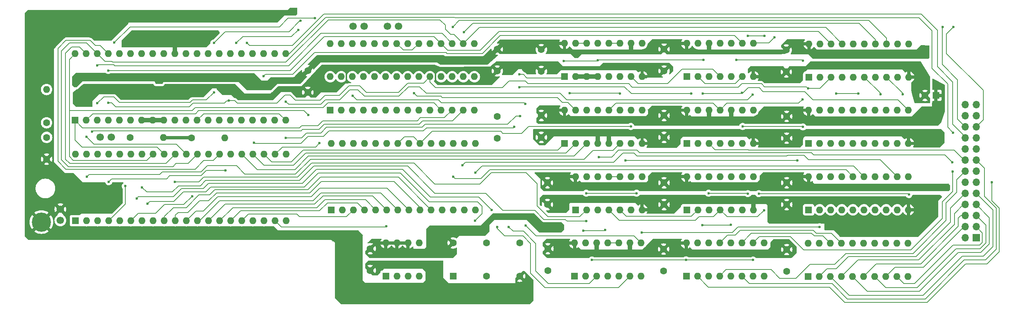
<source format=gbr>
%TF.GenerationSoftware,KiCad,Pcbnew,8.0.9*%
%TF.CreationDate,2025-03-09T10:14:33-06:00*%
%TF.ProjectId,lt-option-clone,6c742d6f-7074-4696-9f6e-2d636c6f6e65,rev?*%
%TF.SameCoordinates,Original*%
%TF.FileFunction,Copper,L2,Bot*%
%TF.FilePolarity,Positive*%
%FSLAX46Y46*%
G04 Gerber Fmt 4.6, Leading zero omitted, Abs format (unit mm)*
G04 Created by KiCad (PCBNEW 8.0.9) date 2025-03-09 10:14:33*
%MOMM*%
%LPD*%
G01*
G04 APERTURE LIST*
%TA.AperFunction,ComponentPad*%
%ADD10R,1.600000X1.600000*%
%TD*%
%TA.AperFunction,ComponentPad*%
%ADD11O,1.600000X1.600000*%
%TD*%
%TA.AperFunction,ComponentPad*%
%ADD12C,1.600000*%
%TD*%
%TA.AperFunction,ComponentPad*%
%ADD13C,4.400000*%
%TD*%
%TA.AperFunction,ComponentPad*%
%ADD14C,1.700000*%
%TD*%
%TA.AperFunction,ComponentPad*%
%ADD15R,1.700000X1.700000*%
%TD*%
%TA.AperFunction,ComponentPad*%
%ADD16O,1.700000X1.700000*%
%TD*%
%TA.AperFunction,ViaPad*%
%ADD17C,0.600000*%
%TD*%
%TA.AperFunction,Conductor*%
%ADD18C,0.200000*%
%TD*%
%TA.AperFunction,Conductor*%
%ADD19C,1.000000*%
%TD*%
%TA.AperFunction,Conductor*%
%ADD20C,0.750000*%
%TD*%
%TA.AperFunction,Conductor*%
%ADD21C,0.333000*%
%TD*%
%TA.AperFunction,Conductor*%
%ADD22C,0.333300*%
%TD*%
G04 APERTURE END LIST*
D10*
%TO.P,U4,1,NC*%
%TO.N,unconnected-(U4-NC-Pad1)*%
X104840000Y-74040000D03*
D11*
%TO.P,U4,2,A12*%
%TO.N,/A12*%
X107380000Y-74040000D03*
%TO.P,U4,3,A7*%
%TO.N,/A7*%
X109920000Y-74040000D03*
%TO.P,U4,4,A6*%
%TO.N,/A6*%
X112460000Y-74040000D03*
%TO.P,U4,5,A5*%
%TO.N,/A5*%
X115000000Y-74040000D03*
%TO.P,U4,6,A4*%
%TO.N,/A4*%
X117540000Y-74040000D03*
%TO.P,U4,7,A3*%
%TO.N,/A3*%
X120080000Y-74040000D03*
%TO.P,U4,8,A2*%
%TO.N,/A2*%
X122620000Y-74040000D03*
%TO.P,U4,9,A1*%
%TO.N,/A1*%
X125160000Y-74040000D03*
%TO.P,U4,10,A0*%
%TO.N,/A0*%
X127700000Y-74040000D03*
%TO.P,U4,11,I/O0*%
%TO.N,/D0*%
X130240000Y-74040000D03*
%TO.P,U4,12,I/O1*%
%TO.N,/D1*%
X132780000Y-74040000D03*
%TO.P,U4,13,I/O2*%
%TO.N,/D2*%
X135320000Y-74040000D03*
%TO.P,U4,14,GND*%
%TO.N,GND*%
X137860000Y-74040000D03*
%TO.P,U4,15,I/O3*%
%TO.N,/D3*%
X137860600Y-66412200D03*
X137860000Y-58800000D03*
%TO.P,U4,16,I/O4*%
%TO.N,/D4*%
X135320600Y-66412200D03*
X135320000Y-58800000D03*
%TO.P,U4,17,I/O5*%
%TO.N,/D5*%
X132780600Y-66412200D03*
X132780000Y-58800000D03*
%TO.P,U4,18,I/O6*%
%TO.N,/D6*%
X130240600Y-66412200D03*
X130240000Y-58800000D03*
%TO.P,U4,19,I/O7*%
%TO.N,/D7*%
X127700600Y-66412200D03*
X127700000Y-58800000D03*
%TO.P,U4,20,~{CS1}*%
%TO.N,/RAM-~{OE}*%
X125160600Y-66412200D03*
X125160000Y-58800000D03*
%TO.P,U4,21,A10*%
%TO.N,/A10*%
X122620600Y-66412200D03*
X122620000Y-58800000D03*
%TO.P,U4,22,~{OE}*%
%TO.N,/RAM-~{OE}*%
X120080600Y-66412200D03*
X120080000Y-58800000D03*
%TO.P,U4,23,A11*%
%TO.N,/RAM-A11*%
X117540600Y-66412200D03*
X117540000Y-58800000D03*
%TO.P,U4,24,A9*%
%TO.N,/A9*%
X115000600Y-66412200D03*
X115000000Y-58800000D03*
%TO.P,U4,25,A8*%
%TO.N,/A8*%
X112460600Y-66412200D03*
X112460000Y-58800000D03*
%TO.P,U4,26,CS2*%
%TO.N,VCC*%
X109920600Y-66412200D03*
X109920000Y-58800000D03*
%TO.P,U4,27,~{WE}*%
%TO.N,/RAM-~{WE}*%
X107380600Y-66412200D03*
X107380000Y-58800000D03*
%TO.P,U4,28,VCC*%
%TO.N,VCC*%
X104840600Y-66412200D03*
X104840000Y-58800000D03*
%TD*%
D10*
%TO.P,U16,1,C*%
%TO.N,/PCLK*%
X158500000Y-66400000D03*
D11*
%TO.P,U16,2,K*%
%TO.N,VCC*%
X161040000Y-66400000D03*
%TO.P,U16,3,J*%
X163580000Y-66400000D03*
%TO.P,U16,4,~{S}*%
X166120000Y-66400000D03*
%TO.P,U16,5,Q*%
%TO.N,unconnected-(U16A-Q-Pad5)*%
X168660000Y-66400000D03*
%TO.P,U16,6,~{Q}*%
%TO.N,/PCLK{slash}2*%
X171200000Y-66400000D03*
%TO.P,U16,7,~{Q}*%
%TO.N,/~{PCLK{slash}4}*%
X173740000Y-66400000D03*
%TO.P,U16,8,GND*%
%TO.N,GND*%
X176280000Y-66400000D03*
%TO.P,U16,9,Q*%
%TO.N,/PCLK{slash}4*%
X176280000Y-58780000D03*
%TO.P,U16,10,~{S}*%
%TO.N,VCC*%
X173740000Y-58780000D03*
%TO.P,U16,11,J*%
%TO.N,/PCLK{slash}2*%
X171200000Y-58780000D03*
%TO.P,U16,12,K*%
X168660000Y-58780000D03*
%TO.P,U16,13,C*%
%TO.N,/PCLK*%
X166120000Y-58780000D03*
%TO.P,U16,14,~{R}*%
%TO.N,/SCC-CE*%
X163580000Y-58780000D03*
%TO.P,U16,15,~{R}*%
X161040000Y-58780000D03*
%TO.P,U16,16,VCC*%
%TO.N,VCC*%
X158500000Y-58780000D03*
%TD*%
D12*
%TO.P,C17,1*%
%TO.N,VCC*%
X209300000Y-60300000D03*
%TO.P,C17,2*%
%TO.N,GND*%
X209300000Y-65300000D03*
%TD*%
%TO.P,C2,1*%
%TO.N,VCC*%
X99700000Y-65000000D03*
%TO.P,C2,2*%
%TO.N,GND*%
X99700000Y-70000000D03*
%TD*%
%TO.P,C8,1*%
%TO.N,VCC*%
X153200000Y-75300000D03*
%TO.P,C8,2*%
%TO.N,GND*%
X153200000Y-80300000D03*
%TD*%
%TO.P,R2,1*%
%TO.N,/~{IRQ}*%
X59055000Y-80300000D03*
D11*
%TO.P,R2,2*%
%TO.N,VCC*%
X66675000Y-80300000D03*
%TD*%
D10*
%TO.P,U17,1,NC*%
%TO.N,unconnected-(U17-NC-Pad1)*%
X133000000Y-112100000D03*
D12*
%TO.P,U17,7,GND*%
%TO.N,GND*%
X140620000Y-112100000D03*
X148240000Y-112100000D03*
%TO.P,U17,8,OUT*%
%TO.N,/PCLK*%
X140620000Y-104480000D03*
X148240000Y-104480000D03*
%TO.P,U17,14,Vcc*%
%TO.N,VCC*%
X133000000Y-104480000D03*
%TD*%
D13*
%TO.P,REF\u002A\u002A,1*%
%TO.N,GND*%
X38700000Y-99700000D03*
%TD*%
D12*
%TO.P,C1,1*%
%TO.N,VCC*%
X39900000Y-80300000D03*
%TO.P,C1,2*%
%TO.N,GND*%
X39900000Y-85300000D03*
%TD*%
%TO.P,C9,1*%
%TO.N,VCC*%
X153200000Y-60200000D03*
%TO.P,C9,2*%
%TO.N,GND*%
X153200000Y-65200000D03*
%TD*%
D10*
%TO.P,U15,1,~{R}*%
%TO.N,/B~{WR}*%
X186500000Y-81700000D03*
D11*
%TO.P,U15,2,D*%
%TO.N,VCC*%
X189040000Y-81700000D03*
%TO.P,U15,3,C*%
%TO.N,/ALE*%
X191580000Y-81700000D03*
%TO.P,U15,4,~{S}*%
%TO.N,VCC*%
X194120000Y-81700000D03*
%TO.P,U15,5,Q*%
%TO.N,unconnected-(U15A-Q-Pad5)*%
X196660000Y-81700000D03*
%TO.P,U15,6,~{Q}*%
%TO.N,/BDIR*%
X199200000Y-81700000D03*
%TO.P,U15,7,GND*%
%TO.N,GND*%
X201740000Y-81700000D03*
%TO.P,U15,8,~{Q}*%
%TO.N,/DCDA*%
X201740000Y-74080000D03*
%TO.P,U15,9,Q*%
%TO.N,/~{DCDA}*%
X199200000Y-74080000D03*
%TO.P,U15,10,~{S}*%
%TO.N,VCC*%
X196660000Y-74080000D03*
%TO.P,U15,11,C*%
%TO.N,/U5-~{OE}*%
X194120000Y-74080000D03*
%TO.P,U15,12,D*%
%TO.N,VCC*%
X191580000Y-74080000D03*
%TO.P,U15,13,~{R}*%
%TO.N,/U5-Cp*%
X189040000Y-74080000D03*
%TO.P,U15,14,VCC*%
%TO.N,VCC*%
X186500000Y-74080000D03*
%TD*%
D12*
%TO.P,C4,1*%
%TO.N,VCC*%
X143100000Y-75500000D03*
%TO.P,C4,2*%
%TO.N,GND*%
X143100000Y-80500000D03*
%TD*%
D10*
%TO.P,U12,1*%
%TO.N,/B~{RD}*%
X186500000Y-96900000D03*
D11*
%TO.P,U12,2*%
%TO.N,/B~{RAM1}*%
X189040000Y-96900000D03*
%TO.P,U12,3*%
%TO.N,/U10-~{OEb}*%
X191580000Y-96900000D03*
%TO.P,U12,4*%
%TO.N,/B~{CS1}*%
X194120000Y-96900000D03*
%TO.P,U12,5*%
%TO.N,/B~{WR}*%
X196660000Y-96900000D03*
%TO.P,U12,6*%
%TO.N,/U5-Cp*%
X199200000Y-96900000D03*
%TO.P,U12,7,GND*%
%TO.N,GND*%
X201740000Y-96900000D03*
%TO.P,U12,8*%
%TO.N,/U7-Cp*%
X201740000Y-89280000D03*
%TO.P,U12,9*%
%TO.N,/B~{RAM1}*%
X199200000Y-89280000D03*
%TO.P,U12,10*%
%TO.N,/B~{WR}*%
X196660000Y-89280000D03*
%TO.P,U12,11*%
%TO.N,/U6-~{OE}*%
X194120000Y-89280000D03*
%TO.P,U12,12*%
%TO.N,/B~{CS1}*%
X191580000Y-89280000D03*
%TO.P,U12,13*%
%TO.N,/B~{RD}*%
X189040000Y-89280000D03*
%TO.P,U12,14,VCC*%
%TO.N,VCC*%
X186500000Y-89280000D03*
%TD*%
D12*
%TO.P,C14,1*%
%TO.N,VCC*%
X209400000Y-106000000D03*
%TO.P,C14,2*%
%TO.N,GND*%
X209400000Y-111000000D03*
%TD*%
D14*
%TO.P,JP3,1,A*%
%TO.N,GND*%
X43053000Y-96769000D03*
%TO.P,JP3,2,B*%
%TO.N,Net-(JP3-B)*%
X43053000Y-99309000D03*
%TD*%
D12*
%TO.P,C3,1*%
%TO.N,VCC*%
X114000000Y-105800000D03*
%TO.P,C3,2*%
%TO.N,GND*%
X114000000Y-110800000D03*
%TD*%
D10*
%TO.P,U7,1,OE*%
%TO.N,/U7-~{OE}*%
X214400000Y-96900000D03*
D11*
%TO.P,U7,2,O0*%
%TO.N,/D6*%
X216940000Y-96900000D03*
%TO.P,U7,3,D0*%
%TO.N,/BD6*%
X219480000Y-96900000D03*
%TO.P,U7,4,D1*%
%TO.N,/BD4*%
X222020000Y-96900000D03*
%TO.P,U7,5,O1*%
%TO.N,/D4*%
X224560000Y-96900000D03*
%TO.P,U7,6,O2*%
%TO.N,/D2*%
X227100000Y-96900000D03*
%TO.P,U7,7,D2*%
%TO.N,/BD2*%
X229640000Y-96900000D03*
%TO.P,U7,8,D3*%
%TO.N,/BD0*%
X232180000Y-96900000D03*
%TO.P,U7,9,O3*%
%TO.N,/D0*%
X234720000Y-96900000D03*
%TO.P,U7,10,GND*%
%TO.N,GND*%
X237260000Y-96900000D03*
%TO.P,U7,11,Cp*%
%TO.N,/U7-Cp*%
X237260000Y-89280000D03*
%TO.P,U7,12,O4*%
%TO.N,/D1*%
X234720000Y-89280000D03*
%TO.P,U7,13,D4*%
%TO.N,/BD1*%
X232180000Y-89280000D03*
%TO.P,U7,14,D5*%
%TO.N,/BD3*%
X229640000Y-89280000D03*
%TO.P,U7,15,O5*%
%TO.N,/D3*%
X227100000Y-89280000D03*
%TO.P,U7,16,O6*%
%TO.N,/D5*%
X224560000Y-89280000D03*
%TO.P,U7,17,D6*%
%TO.N,/BD5*%
X222020000Y-89280000D03*
%TO.P,U7,18,D7*%
%TO.N,/BD7*%
X219480000Y-89280000D03*
%TO.P,U7,19,O7*%
%TO.N,/D7*%
X216940000Y-89280000D03*
%TO.P,U7,20,VCC*%
%TO.N,VCC*%
X214400000Y-89280000D03*
%TD*%
D12*
%TO.P,C10,1*%
%TO.N,VCC*%
X181200000Y-105900000D03*
%TO.P,C10,2*%
%TO.N,GND*%
X181200000Y-110900000D03*
%TD*%
%TO.P,C12,1*%
%TO.N,VCC*%
X181300000Y-75300000D03*
%TO.P,C12,2*%
%TO.N,GND*%
X181300000Y-80300000D03*
%TD*%
D10*
%TO.P,U14,1*%
%TO.N,/SCC-CE*%
X160800000Y-112100000D03*
D11*
%TO.P,U14,2*%
%TO.N,/R{slash}~{W}*%
X163340000Y-112100000D03*
%TO.P,U14,3*%
%TO.N,/SCC-~{RD}*%
X165880000Y-112100000D03*
%TO.P,U14,4*%
%TO.N,/PCLK{slash}4*%
X168420000Y-112100000D03*
%TO.P,U14,5*%
%TO.N,/~{R}{slash}W*%
X170960000Y-112100000D03*
%TO.P,U14,6*%
%TO.N,/SCC-~{WR}*%
X173500000Y-112100000D03*
%TO.P,U14,7,GND*%
%TO.N,GND*%
X176040000Y-112100000D03*
%TO.P,U14,8*%
%TO.N,/RAM-~{WE}*%
X176040000Y-104480000D03*
%TO.P,U14,9*%
%TO.N,VCC*%
X173500000Y-104480000D03*
%TO.P,U14,10*%
%TO.N,/~{R}{slash}W*%
X170960000Y-104480000D03*
%TO.P,U14,11*%
X168420000Y-104480000D03*
%TO.P,U14,12*%
%TO.N,VCC*%
X165880000Y-104480000D03*
%TO.P,U14,13*%
%TO.N,/R{slash}~{W}*%
X163340000Y-104480000D03*
%TO.P,U14,14,VCC*%
%TO.N,VCC*%
X160800000Y-104480000D03*
%TD*%
D14*
%TO.P,JP4,1,A*%
%TO.N,VCC*%
X52192000Y-80264000D03*
%TO.P,JP4,2,B*%
%TO.N,Net-(JP4-B)*%
X54732000Y-80264000D03*
%TD*%
D10*
%TO.P,U13,1*%
%TO.N,VCC*%
X161000000Y-96900000D03*
D11*
%TO.P,U13,2*%
%TO.N,/SCC-~{CE}*%
X163540000Y-96900000D03*
%TO.P,U13,3*%
%TO.N,/SCC-CE*%
X166080000Y-96900000D03*
%TO.P,U13,4*%
%TO.N,/B~{CS1}*%
X168620000Y-96900000D03*
%TO.P,U13,5*%
%TO.N,/B~{RAM1}*%
X171160000Y-96900000D03*
%TO.P,U13,6*%
%TO.N,/U13-Pad6*%
X173700000Y-96900000D03*
%TO.P,U13,7,GND*%
%TO.N,GND*%
X176240000Y-96900000D03*
%TO.P,U13,8*%
%TO.N,/U8-~{CE}*%
X176240000Y-89280000D03*
%TO.P,U13,9*%
%TO.N,/U13-Pad6*%
X173700000Y-89280000D03*
%TO.P,U13,10*%
%TO.N,/U13-Pad10*%
X171160000Y-89280000D03*
%TO.P,U13,11*%
X168620000Y-89280000D03*
%TO.P,U13,12*%
%TO.N,/~{RWE}*%
X166080000Y-89280000D03*
%TO.P,U13,13*%
%TO.N,/B~{RD}*%
X163540000Y-89280000D03*
%TO.P,U13,14,VCC*%
%TO.N,VCC*%
X161000000Y-89280000D03*
%TD*%
D12*
%TO.P,C13,1*%
%TO.N,VCC*%
X181300000Y-60100000D03*
%TO.P,C13,2*%
%TO.N,GND*%
X181300000Y-65100000D03*
%TD*%
%TO.P,C7,1*%
%TO.N,VCC*%
X154600000Y-90700000D03*
%TO.P,C7,2*%
%TO.N,GND*%
X154600000Y-95700000D03*
%TD*%
D10*
%TO.P,U18,1,CE*%
%TO.N,/NVRAM-CE*%
X117600000Y-112100000D03*
D11*
%TO.P,U18,2,SK*%
%TO.N,/NVRAM-SK*%
X120140000Y-112100000D03*
%TO.P,U18,3,DI*%
%TO.N,/NVRAM-DI*%
X122680000Y-112100000D03*
%TO.P,U18,4,DO*%
%TO.N,/NVRAM-DO*%
X125220000Y-112100000D03*
%TO.P,U18,5,VSS*%
%TO.N,GND*%
X125220000Y-104480000D03*
%TO.P,U18,6,~{RECALL}*%
%TO.N,VCC*%
X122680000Y-104480000D03*
%TO.P,U18,7,~{STORE}*%
X120140000Y-104480000D03*
%TO.P,U18,8,VCC*%
X117600000Y-104480000D03*
%TD*%
D10*
%TO.P,U8,1,A->B*%
%TO.N,/BDIR*%
X214300000Y-112200000D03*
D11*
%TO.P,U8,2,A0*%
%TO.N,/AD7*%
X216840000Y-112200000D03*
%TO.P,U8,3,A1*%
%TO.N,/AD6*%
X219380000Y-112200000D03*
%TO.P,U8,4,A2*%
%TO.N,/AD5*%
X221920000Y-112200000D03*
%TO.P,U8,5,A3*%
%TO.N,/AD4*%
X224460000Y-112200000D03*
%TO.P,U8,6,A4*%
%TO.N,/AD3*%
X227000000Y-112200000D03*
%TO.P,U8,7,A5*%
%TO.N,/AD2*%
X229540000Y-112200000D03*
%TO.P,U8,8,A6*%
%TO.N,/AD1*%
X232080000Y-112200000D03*
%TO.P,U8,9,A7*%
%TO.N,/AD0*%
X234620000Y-112200000D03*
%TO.P,U8,10,GND*%
%TO.N,GND*%
X237160000Y-112200000D03*
%TO.P,U8,11,B7*%
%TO.N,/BD0*%
X237160000Y-104580000D03*
%TO.P,U8,12,B6*%
%TO.N,/BD1*%
X234620000Y-104580000D03*
%TO.P,U8,13,B5*%
%TO.N,/BD2*%
X232080000Y-104580000D03*
%TO.P,U8,14,B4*%
%TO.N,/BD3*%
X229540000Y-104580000D03*
%TO.P,U8,15,B3*%
%TO.N,/BD4*%
X227000000Y-104580000D03*
%TO.P,U8,16,B2*%
%TO.N,/BD5*%
X224460000Y-104580000D03*
%TO.P,U8,17,B1*%
%TO.N,/BD6*%
X221920000Y-104580000D03*
%TO.P,U8,18,B0*%
%TO.N,/BD7*%
X219380000Y-104580000D03*
%TO.P,U8,19,CE*%
%TO.N,/U8-~{CE}*%
X216840000Y-104580000D03*
%TO.P,U8,20,VCC*%
%TO.N,VCC*%
X214300000Y-104580000D03*
%TD*%
D10*
%TO.P,C18,1*%
%TO.N,VCC*%
X243582380Y-70700000D03*
D12*
%TO.P,C18,2*%
%TO.N,GND*%
X241082380Y-70700000D03*
%TD*%
D10*
%TO.P,U1,1,~{VP}*%
%TO.N,Net-(JP3-B)*%
X46500000Y-99400000D03*
D11*
%TO.P,U1,2,RDY*%
%TO.N,/RDY*%
X49040000Y-99400000D03*
%TO.P,U1,3,\u03D51*%
%TO.N,unconnected-(U1-\u03D51-Pad3)*%
X51580000Y-99400000D03*
%TO.P,U1,4,~{IRQ}*%
%TO.N,/~{IRQ}*%
X54120000Y-99400000D03*
%TO.P,U1,5,~{ML}*%
%TO.N,unconnected-(U1-~{ML}-Pad5)*%
X56660000Y-99400000D03*
%TO.P,U1,6,~{NMI}*%
%TO.N,/~{NMI}*%
X59200000Y-99400000D03*
%TO.P,U1,7,SYNC*%
%TO.N,unconnected-(U1-SYNC-Pad7)*%
X61740000Y-99400000D03*
%TO.P,U1,8,VDD*%
%TO.N,VCC*%
X64280000Y-99400000D03*
%TO.P,U1,9,A0*%
%TO.N,/A0*%
X66820000Y-99400000D03*
%TO.P,U1,10,A1*%
%TO.N,/A1*%
X69360000Y-99400000D03*
%TO.P,U1,11,A2*%
%TO.N,/A2*%
X71900000Y-99400000D03*
%TO.P,U1,12,A3*%
%TO.N,/A3*%
X74440000Y-99400000D03*
%TO.P,U1,13,A4*%
%TO.N,/A4*%
X76980000Y-99400000D03*
%TO.P,U1,14,A5*%
%TO.N,/A5*%
X79520000Y-99400000D03*
%TO.P,U1,15,A6*%
%TO.N,/A6*%
X82060000Y-99400000D03*
%TO.P,U1,16,A7*%
%TO.N,/A7*%
X84600000Y-99400000D03*
%TO.P,U1,17,A8*%
%TO.N,/A8*%
X87140000Y-99400000D03*
%TO.P,U1,18,A9*%
%TO.N,/A9*%
X89680000Y-99400000D03*
%TO.P,U1,19,A10*%
%TO.N,/A10*%
X92220000Y-99400000D03*
%TO.P,U1,20,A11*%
%TO.N,/A11*%
X94760000Y-99400000D03*
%TO.P,U1,21,VSS*%
%TO.N,GND*%
X94760000Y-84160000D03*
%TO.P,U1,22,A12*%
%TO.N,/A12*%
X92220000Y-84160000D03*
%TO.P,U1,23,A13*%
%TO.N,/A13*%
X89680000Y-84160000D03*
%TO.P,U1,24,A14*%
%TO.N,/A14*%
X87140000Y-84160000D03*
%TO.P,U1,25,A15*%
%TO.N,/A15*%
X84600000Y-84160000D03*
%TO.P,U1,26,D7*%
%TO.N,/D7*%
X82060000Y-84160000D03*
%TO.P,U1,27,D6*%
%TO.N,/D6*%
X79520000Y-84160000D03*
%TO.P,U1,28,D5*%
%TO.N,/D5*%
X76980000Y-84160000D03*
%TO.P,U1,29,D4*%
%TO.N,/D4*%
X74440000Y-84160000D03*
%TO.P,U1,30,D3*%
%TO.N,/D3*%
X71900000Y-84160000D03*
%TO.P,U1,31,D2*%
%TO.N,/D2*%
X69360000Y-84160000D03*
%TO.P,U1,32,D1*%
%TO.N,/D1*%
X66820000Y-84160000D03*
%TO.P,U1,33,D0*%
%TO.N,/D0*%
X64280000Y-84160000D03*
%TO.P,U1,34,R/~{W}*%
%TO.N,/R{slash}~{W}*%
X61740000Y-84160000D03*
%TO.P,U1,35,nc*%
%TO.N,unconnected-(U1-nc-Pad35)*%
X59200000Y-84160000D03*
%TO.P,U1,36,BE*%
%TO.N,Net-(JP4-B)*%
X56660000Y-84160000D03*
%TO.P,U1,37,\u03D50*%
%TO.N,/\u03D50*%
X54120000Y-84160000D03*
%TO.P,U1,38,~{SO}*%
%TO.N,VCC*%
X51580000Y-84160000D03*
%TO.P,U1,39,\u03D52*%
%TO.N,/\u03D52*%
X49040000Y-84160000D03*
%TO.P,U1,40,~{RES}*%
%TO.N,/~{RES}*%
X46500000Y-84160000D03*
%TD*%
D12*
%TO.P,R1,1*%
%TO.N,VCC*%
X73100000Y-80400000D03*
D11*
%TO.P,R1,2*%
%TO.N,/~{NMI}*%
X80720000Y-80400000D03*
%TD*%
D12*
%TO.P,R3,1*%
%TO.N,/RDY*%
X39878000Y-76962000D03*
D11*
%TO.P,R3,2*%
%TO.N,VCC*%
X39878000Y-69342000D03*
%TD*%
D12*
%TO.P,C11,1*%
%TO.N,VCC*%
X181300000Y-90700000D03*
%TO.P,C11,2*%
%TO.N,GND*%
X181300000Y-95700000D03*
%TD*%
%TO.P,C16,1*%
%TO.N,VCC*%
X209400000Y-75500000D03*
%TO.P,C16,2*%
%TO.N,GND*%
X209400000Y-80500000D03*
%TD*%
D10*
%TO.P,U2,1,D1*%
%TO.N,/D1*%
X46400000Y-76400000D03*
D11*
%TO.P,U2,2,D3*%
%TO.N,/D3*%
X48940000Y-76400000D03*
%TO.P,U2,3,D5*%
%TO.N,/D5*%
X51480000Y-76400000D03*
%TO.P,U2,4,D7*%
%TO.N,/D7*%
X54020000Y-76400000D03*
%TO.P,U2,5,~{INT}*%
%TO.N,/~{IRQ}*%
X56560000Y-76400000D03*
%TO.P,U2,6,IEO*%
%TO.N,unconnected-(U2-IEO-Pad6)*%
X59100000Y-76400000D03*
%TO.P,U2,7,IEI*%
%TO.N,VCC*%
X61640000Y-76400000D03*
%TO.P,U2,8,~{INTACK}*%
X64180000Y-76400000D03*
%TO.P,U2,9,VCC*%
X66720000Y-76400000D03*
%TO.P,U2,10,~{W/REQA}*%
%TO.N,unconnected-(U2-~{W{slash}REQA}-Pad10)*%
X69260000Y-76400000D03*
%TO.P,U2,11,~{SYNCA}*%
%TO.N,unconnected-(U2-~{SYNCA}-Pad11)*%
X71800000Y-76400000D03*
%TO.P,U2,12,~{RTXCA}*%
%TO.N,/PCLK*%
X74340000Y-76400000D03*
%TO.P,U2,13,RXDA*%
%TO.N,/RXDA*%
X76880000Y-76400000D03*
%TO.P,U2,14,~{TRXCA}*%
%TO.N,unconnected-(U2-~{TRXCA}-Pad14)*%
X79420000Y-76400000D03*
%TO.P,U2,15,TXDA*%
%TO.N,/TXDA*%
X81960000Y-76400000D03*
%TO.P,U2,16,~{DTR/REQA}*%
%TO.N,/DE*%
X84500000Y-76400000D03*
%TO.P,U2,17,~{RTSA}*%
%TO.N,/NVRAM-CE*%
X87040000Y-76400000D03*
%TO.P,U2,18,~{CTSA}*%
%TO.N,/~{CTSA}*%
X89580000Y-76400000D03*
%TO.P,U2,19,~{DCDA}*%
%TO.N,/~{DCDA}*%
X92120000Y-76400000D03*
%TO.P,U2,20,PCLK*%
%TO.N,/PCLK*%
X94660000Y-76400000D03*
%TO.P,U2,21,~{DCDB}*%
%TO.N,/SCAN*%
X94660000Y-61160000D03*
%TO.P,U2,22,~{CTSB}*%
%TO.N,/NVRAM-DO*%
X92120000Y-61160000D03*
%TO.P,U2,23,~{RTSB}*%
%TO.N,/NVRAM-SK*%
X89580000Y-61160000D03*
%TO.P,U2,24,~{DTR/REQB}*%
%TO.N,/NVRAM-DI*%
X87040000Y-61160000D03*
%TO.P,U2,25,TXDB*%
%TO.N,unconnected-(U2-TXDB-Pad25)*%
X84500000Y-61160000D03*
%TO.P,U2,26,~{TRXCB}*%
%TO.N,unconnected-(U2-~{TRXCB}-Pad26)*%
X81960000Y-61160000D03*
%TO.P,U2,27,RXDB*%
%TO.N,unconnected-(U2-RXDB-Pad27)*%
X79420000Y-61160000D03*
%TO.P,U2,28,~{RTXCB}*%
%TO.N,unconnected-(U2-~{RTXCB}-Pad28)*%
X76880000Y-61160000D03*
%TO.P,U2,29,~{SYNCB}*%
%TO.N,unconnected-(U2-~{SYNCB}-Pad29)*%
X74340000Y-61160000D03*
%TO.P,U2,30,~{W/REQB}*%
%TO.N,/~{NMI}*%
X71800000Y-61160000D03*
%TO.P,U2,31,GND*%
%TO.N,GND*%
X69260000Y-61160000D03*
%TO.P,U2,32,D/~{C}*%
%TO.N,/A0*%
X66720000Y-61160000D03*
%TO.P,U2,33,~{CE}*%
%TO.N,/SCC-~{CE}*%
X64180000Y-61160000D03*
%TO.P,U2,34,A/~{B}*%
%TO.N,/A1*%
X61640000Y-61160000D03*
%TO.P,U2,35,~{WR}*%
%TO.N,/SCC-~{WR}*%
X59100000Y-61160000D03*
%TO.P,U2,36,~{RD}*%
%TO.N,/SCC-~{RD}*%
X56560000Y-61160000D03*
%TO.P,U2,37,D6*%
%TO.N,/D6*%
X54020000Y-61160000D03*
%TO.P,U2,38,D4*%
%TO.N,/D4*%
X51480000Y-61160000D03*
%TO.P,U2,39,D2*%
%TO.N,/D2*%
X48940000Y-61160000D03*
%TO.P,U2,40,D0*%
%TO.N,/D0*%
X46400000Y-61160000D03*
%TD*%
D10*
%TO.P,U10,1,OEa*%
%TO.N,GND*%
X186400000Y-112100000D03*
D11*
%TO.P,U10,2,I1*%
%TO.N,/~{RAM1}*%
X188940000Y-112100000D03*
%TO.P,U10,3,O1a*%
%TO.N,/B~{RAM1}*%
X191480000Y-112100000D03*
%TO.P,U10,4,I2*%
%TO.N,/~{WR}*%
X194020000Y-112100000D03*
%TO.P,U10,5,O2a*%
%TO.N,/B~{WR}*%
X196560000Y-112100000D03*
%TO.P,U10,6,I3*%
%TO.N,/~{RD}*%
X199100000Y-112100000D03*
%TO.P,U10,7,O3a*%
%TO.N,/B~{RD}*%
X201640000Y-112100000D03*
%TO.P,U10,8,GND*%
%TO.N,GND*%
X204180000Y-112100000D03*
%TO.P,U10,9,O4a*%
%TO.N,/B~{CS1}*%
X204180000Y-104480000D03*
%TO.P,U10,10,I4*%
%TO.N,/~{CS1}*%
X201640000Y-104480000D03*
%TO.P,U10,11,O5b*%
%TO.N,/BD7*%
X199100000Y-104480000D03*
%TO.P,U10,12,I5*%
%TO.N,/~{CTSA}*%
X196560000Y-104480000D03*
%TO.P,U10,13,O6b*%
%TO.N,/BD6*%
X194020000Y-104480000D03*
%TO.P,U10,14,I6*%
%TO.N,/DCDA*%
X191480000Y-104480000D03*
%TO.P,U10,15,OEb*%
%TO.N,/U10-~{OEb}*%
X188940000Y-104480000D03*
%TO.P,U10,16,VCC*%
%TO.N,VCC*%
X186400000Y-104480000D03*
%TD*%
D10*
%TO.P,U3,1,VPP*%
%TO.N,VCC*%
X105100000Y-96900000D03*
D11*
%TO.P,U3,2,A12*%
%TO.N,/A12*%
X107640000Y-96900000D03*
%TO.P,U3,3,A7*%
%TO.N,/A7*%
X110180000Y-96900000D03*
%TO.P,U3,4,A6*%
%TO.N,/A6*%
X112720000Y-96900000D03*
%TO.P,U3,5,A5*%
%TO.N,/A5*%
X115260000Y-96900000D03*
%TO.P,U3,6,A4*%
%TO.N,/A4*%
X117800000Y-96900000D03*
%TO.P,U3,7,A3*%
%TO.N,/A3*%
X120340000Y-96900000D03*
%TO.P,U3,8,A2*%
%TO.N,/A2*%
X122880000Y-96900000D03*
%TO.P,U3,9,A1*%
%TO.N,/A1*%
X125420000Y-96900000D03*
%TO.P,U3,10,A0*%
%TO.N,/A0*%
X127960000Y-96900000D03*
%TO.P,U3,11,D0*%
%TO.N,/D0*%
X130500000Y-96900000D03*
%TO.P,U3,12,D1*%
%TO.N,/D1*%
X133040000Y-96900000D03*
%TO.P,U3,13,D2*%
%TO.N,/D2*%
X135580000Y-96900000D03*
%TO.P,U3,14,GND*%
%TO.N,GND*%
X138120000Y-96900000D03*
%TO.P,U3,15,D3*%
%TO.N,/D3*%
X138120000Y-81660000D03*
%TO.P,U3,16,D4*%
%TO.N,/D4*%
X135580000Y-81660000D03*
%TO.P,U3,17,D5*%
%TO.N,/D5*%
X133040000Y-81660000D03*
%TO.P,U3,18,D6*%
%TO.N,/D6*%
X130500000Y-81660000D03*
%TO.P,U3,19,D7*%
%TO.N,/D7*%
X127960000Y-81660000D03*
%TO.P,U3,20,~{CE}*%
%TO.N,/ROM-~{CE}*%
X125420000Y-81660000D03*
%TO.P,U3,21,A10*%
%TO.N,/A10*%
X122880000Y-81660000D03*
%TO.P,U3,22,~{OE}*%
%TO.N,/ROM-~{CE}*%
X120340000Y-81660000D03*
%TO.P,U3,23,A11*%
%TO.N,/A11*%
X117800000Y-81660000D03*
%TO.P,U3,24,A9*%
%TO.N,/A9*%
X115260000Y-81660000D03*
%TO.P,U3,25,A8*%
%TO.N,/A8*%
X112720000Y-81660000D03*
%TO.P,U3,26,NC*%
%TO.N,unconnected-(U3-NC-Pad26)*%
X110180000Y-81660000D03*
%TO.P,U3,27,~{PGM}*%
%TO.N,VCC*%
X107640000Y-81660000D03*
%TO.P,U3,28,VCC*%
X105100000Y-81660000D03*
%TD*%
D10*
%TO.P,U6,1,OE*%
%TO.N,/U6-~{OE}*%
X214500000Y-66500000D03*
D11*
%TO.P,U6,2,O0*%
%TO.N,/BD7*%
X217040000Y-66500000D03*
%TO.P,U6,3,D0*%
%TO.N,/D7*%
X219580000Y-66500000D03*
%TO.P,U6,4,D1*%
%TO.N,/D5*%
X222120000Y-66500000D03*
%TO.P,U6,5,O1*%
%TO.N,/BD5*%
X224660000Y-66500000D03*
%TO.P,U6,6,O2*%
%TO.N,/BD3*%
X227200000Y-66500000D03*
%TO.P,U6,7,D2*%
%TO.N,/D3*%
X229740000Y-66500000D03*
%TO.P,U6,8,D3*%
%TO.N,/D1*%
X232280000Y-66500000D03*
%TO.P,U6,9,O3*%
%TO.N,/BD1*%
X234820000Y-66500000D03*
%TO.P,U6,10,GND*%
%TO.N,GND*%
X237360000Y-66500000D03*
%TO.P,U6,11,Cp*%
%TO.N,/U6-Cp*%
X237360000Y-58880000D03*
%TO.P,U6,12,O4*%
%TO.N,/BD0*%
X234820000Y-58880000D03*
%TO.P,U6,13,D4*%
%TO.N,/D0*%
X232280000Y-58880000D03*
%TO.P,U6,14,D5*%
%TO.N,/D2*%
X229740000Y-58880000D03*
%TO.P,U6,15,O5*%
%TO.N,/BD2*%
X227200000Y-58880000D03*
%TO.P,U6,16,O6*%
%TO.N,/BD4*%
X224660000Y-58880000D03*
%TO.P,U6,17,D6*%
%TO.N,/D4*%
X222120000Y-58880000D03*
%TO.P,U6,18,D7*%
%TO.N,/D6*%
X219580000Y-58880000D03*
%TO.P,U6,19,O7*%
%TO.N,/BD6*%
X217040000Y-58880000D03*
%TO.P,U6,20,VCC*%
%TO.N,VCC*%
X214500000Y-58880000D03*
%TD*%
D14*
%TO.P,JP1,1,A*%
%TO.N,/RAM-~{WE}*%
X110104000Y-54864000D03*
%TO.P,JP1,2,B*%
%TO.N,/RAM-A11*%
X112644000Y-54864000D03*
%TD*%
D12*
%TO.P,C6,1*%
%TO.N,VCC*%
X154700000Y-105800000D03*
%TO.P,C6,2*%
%TO.N,GND*%
X154700000Y-110800000D03*
%TD*%
%TO.P,C5,1*%
%TO.N,VCC*%
X143100000Y-60100000D03*
%TO.P,C5,2*%
%TO.N,GND*%
X143100000Y-65100000D03*
%TD*%
D10*
%TO.P,U5,1,OE*%
%TO.N,/U5-~{OE}*%
X214400000Y-81700000D03*
D11*
%TO.P,U5,2,O0*%
%TO.N,/D6*%
X216940000Y-81700000D03*
%TO.P,U5,3,D0*%
%TO.N,/BD6*%
X219480000Y-81700000D03*
%TO.P,U5,4,D1*%
%TO.N,/BD4*%
X222020000Y-81700000D03*
%TO.P,U5,5,O1*%
%TO.N,/D4*%
X224560000Y-81700000D03*
%TO.P,U5,6,O2*%
%TO.N,/D2*%
X227100000Y-81700000D03*
%TO.P,U5,7,D2*%
%TO.N,/BD2*%
X229640000Y-81700000D03*
%TO.P,U5,8,D3*%
%TO.N,/BD0*%
X232180000Y-81700000D03*
%TO.P,U5,9,O3*%
%TO.N,/D0*%
X234720000Y-81700000D03*
%TO.P,U5,10,GND*%
%TO.N,GND*%
X237260000Y-81700000D03*
%TO.P,U5,11,Cp*%
%TO.N,/U5-Cp*%
X237260000Y-74080000D03*
%TO.P,U5,12,O4*%
%TO.N,/D1*%
X234720000Y-74080000D03*
%TO.P,U5,13,D4*%
%TO.N,/BD1*%
X232180000Y-74080000D03*
%TO.P,U5,14,D5*%
%TO.N,/BD3*%
X229640000Y-74080000D03*
%TO.P,U5,15,O5*%
%TO.N,/D3*%
X227100000Y-74080000D03*
%TO.P,U5,16,O6*%
%TO.N,/D5*%
X224560000Y-74080000D03*
%TO.P,U5,17,D6*%
%TO.N,/BD5*%
X222020000Y-74080000D03*
%TO.P,U5,18,D7*%
%TO.N,/BD7*%
X219480000Y-74080000D03*
%TO.P,U5,19,O7*%
%TO.N,/D7*%
X216940000Y-74080000D03*
%TO.P,U5,20,VCC*%
%TO.N,VCC*%
X214400000Y-74080000D03*
%TD*%
D14*
%TO.P,JP2,1,A*%
%TO.N,/RAM-A11*%
X117978000Y-54864000D03*
%TO.P,JP2,2,B*%
%TO.N,/A11*%
X120518000Y-54864000D03*
%TD*%
D10*
%TO.P,U11,1,~{R}*%
%TO.N,VCC*%
X186500000Y-66400000D03*
D11*
%TO.P,U11,2,D*%
%TO.N,/U11A-D*%
X189040000Y-66400000D03*
%TO.P,U11,3,C*%
%TO.N,/PCLK*%
X191580000Y-66400000D03*
%TO.P,U11,4,~{S}*%
%TO.N,/~{PCLK{slash}4}*%
X194120000Y-66400000D03*
%TO.P,U11,5,Q*%
%TO.N,/\u03D50*%
X196660000Y-66400000D03*
%TO.P,U11,6,~{Q}*%
%TO.N,/U11A-D*%
X199200000Y-66400000D03*
%TO.P,U11,7,GND*%
%TO.N,GND*%
X201740000Y-66400000D03*
%TO.P,U11,8,~{Q}*%
%TO.N,/RxRDY*%
X201740000Y-58780000D03*
%TO.P,U11,9,Q*%
%TO.N,/~{CTSA}*%
X199200000Y-58780000D03*
%TO.P,U11,10,~{S}*%
%TO.N,/~{RES}*%
X196660000Y-58780000D03*
%TO.P,U11,11,C*%
%TO.N,/U6-Cp*%
X194120000Y-58780000D03*
%TO.P,U11,12,D*%
%TO.N,VCC*%
X191580000Y-58780000D03*
%TO.P,U11,13,~{R}*%
%TO.N,/U6-~{OE}*%
X189040000Y-58780000D03*
%TO.P,U11,14,VCC*%
%TO.N,VCC*%
X186500000Y-58780000D03*
%TD*%
D12*
%TO.P,C15,1*%
%TO.N,VCC*%
X209400000Y-90700000D03*
%TO.P,C15,2*%
%TO.N,GND*%
X209400000Y-95700000D03*
%TD*%
D10*
%TO.P,U9,1,A0*%
%TO.N,/A13*%
X158500000Y-81700000D03*
D11*
%TO.P,U9,2,A1*%
%TO.N,/A14*%
X161040000Y-81700000D03*
%TO.P,U9,3,A2*%
%TO.N,/A15*%
X163580000Y-81700000D03*
%TO.P,U9,4,E1*%
%TO.N,GND*%
X166120000Y-81700000D03*
%TO.P,U9,5,E2*%
X168660000Y-81700000D03*
%TO.P,U9,6,E3*%
%TO.N,/\u03D52*%
X171200000Y-81700000D03*
%TO.P,U9,7,O7*%
%TO.N,/ROM-~{CE}*%
X173740000Y-81700000D03*
%TO.P,U9,8,GND*%
%TO.N,GND*%
X176280000Y-81700000D03*
%TO.P,U9,9,O6*%
%TO.N,unconnected-(U9-O6-Pad9)*%
X176280000Y-74080000D03*
%TO.P,U9,10,O5*%
%TO.N,/SCC-~{CE}*%
X173740000Y-74080000D03*
%TO.P,U9,11,O4*%
%TO.N,/U7-~{OE}*%
X171200000Y-74080000D03*
%TO.P,U9,12,O3*%
%TO.N,/U5-~{OE}*%
X168660000Y-74080000D03*
%TO.P,U9,13,O2*%
%TO.N,/U6-Cp*%
X166120000Y-74080000D03*
%TO.P,U9,14,O1*%
%TO.N,unconnected-(U9-O1-Pad14)*%
X163580000Y-74080000D03*
%TO.P,U9,15,O0*%
%TO.N,/RAM-~{OE}*%
X161040000Y-74080000D03*
%TO.P,U9,16,VCC*%
%TO.N,VCC*%
X158500000Y-74080000D03*
%TD*%
D15*
%TO.P,P1,1,Pin_1*%
%TO.N,GND*%
X252800000Y-103300000D03*
D16*
%TO.P,P1,2,Pin_2*%
X250260000Y-103300000D03*
%TO.P,P1,3,Pin_3*%
%TO.N,/AD0*%
X252800000Y-100760000D03*
%TO.P,P1,4,Pin_4*%
%TO.N,/AD1*%
X250260000Y-100760000D03*
%TO.P,P1,5,Pin_5*%
%TO.N,/AD2*%
X252800000Y-98220000D03*
%TO.P,P1,6,Pin_6*%
%TO.N,/AD3*%
X250260000Y-98220000D03*
%TO.P,P1,7,Pin_7*%
%TO.N,/AD4*%
X252800000Y-95680000D03*
%TO.P,P1,8,Pin_8*%
%TO.N,/AD5*%
X250260000Y-95680000D03*
%TO.P,P1,9,Pin_9*%
%TO.N,/AD6*%
X252800000Y-93140000D03*
%TO.P,P1,10,Pin_10*%
%TO.N,/AD7*%
X250260000Y-93140000D03*
%TO.P,P1,11,Pin_11*%
%TO.N,/~{RAM1}*%
X252800000Y-90600000D03*
%TO.P,P1,12,Pin_12*%
%TO.N,/~{CS1}*%
X250260000Y-90600000D03*
%TO.P,P1,13,Pin_13*%
%TO.N,/~{RES}*%
X252800000Y-88060000D03*
%TO.P,P1,14,Pin_14*%
%TO.N,/~{WR}*%
X250260000Y-88060000D03*
%TO.P,P1,15,Pin_15*%
%TO.N,/~{RD}*%
X252800000Y-85520000D03*
%TO.P,P1,16,Pin_16*%
%TO.N,/ALE*%
X250260000Y-85520000D03*
%TO.P,P1,17,Pin_17*%
%TO.N,/RxRDY*%
X252800000Y-82980000D03*
%TO.P,P1,18,Pin_18*%
%TO.N,/~{RWE}*%
X250260000Y-82980000D03*
%TO.P,P1,19,Pin_19*%
%TO.N,unconnected-(P1-Pin_19-Pad19)*%
X252800000Y-80440000D03*
%TO.P,P1,20,Pin_20*%
%TO.N,/DE*%
X250260000Y-80440000D03*
%TO.P,P1,21,Pin_21*%
%TO.N,/TXDA*%
X252800000Y-77900000D03*
%TO.P,P1,22,Pin_22*%
%TO.N,/RXDA*%
X250260000Y-77900000D03*
%TO.P,P1,23,Pin_23*%
%TO.N,VCC*%
X252800000Y-75360000D03*
%TO.P,P1,24,Pin_24*%
%TO.N,/SCAN*%
X250260000Y-75360000D03*
%TO.P,P1,25,Pin_25*%
%TO.N,VCC*%
X252800000Y-72820000D03*
%TO.P,P1,26,Pin_26*%
X250260000Y-72820000D03*
%TD*%
D17*
%TO.N,/TXDA*%
X83300000Y-58700000D03*
X247600000Y-55000000D03*
X97500000Y-55662000D03*
%TO.N,/RAM-~{WE}*%
X110000000Y-70800000D03*
X149600000Y-100500000D03*
X149500000Y-72600000D03*
%TO.N,/DE*%
X85800000Y-58700000D03*
%TO.N,/RXDA*%
X98044000Y-53600000D03*
X245100000Y-55000000D03*
X78200000Y-58700000D03*
%TO.N,/~{RES}*%
X200533000Y-57023000D03*
X204343000Y-57023000D03*
X101387000Y-53000000D03*
X55400000Y-58600000D03*
%TO.N,/~{NMI}*%
X73200000Y-93800000D03*
%TO.N,/D3*%
X138100000Y-88400000D03*
X49000000Y-80200000D03*
X99800000Y-75200000D03*
%TO.N,/A12*%
X102400000Y-81600000D03*
%TO.N,/A10*%
X117700000Y-100700000D03*
%TO.N,/D6*%
X54000000Y-65000000D03*
%TO.N,/D0*%
X132900000Y-55000000D03*
%TO.N,/R{slash}~{W}*%
X163500000Y-99500000D03*
X61740000Y-91760000D03*
%TO.N,/\u03D52*%
X49100000Y-89300000D03*
%TO.N,/D7*%
X54020000Y-72420000D03*
X81600000Y-71900000D03*
X214300000Y-69100000D03*
%TO.N,/\u03D50*%
X147000000Y-77900000D03*
X187500000Y-70300000D03*
X80900000Y-87900000D03*
X87400000Y-81500000D03*
X148200000Y-68800000D03*
X54120000Y-90480000D03*
%TO.N,/D1*%
X135100000Y-86700000D03*
X236000000Y-70400000D03*
%TO.N,/D2*%
X50293000Y-78993000D03*
X135500000Y-56200000D03*
%TO.N,/D5*%
X78200000Y-70000000D03*
X51480000Y-72500000D03*
X51500000Y-63800000D03*
X133000000Y-89300000D03*
%TO.N,/SCAN*%
X247500000Y-79200000D03*
%TO.N,/SCC-~{WR}*%
X138000000Y-99400000D03*
X63000000Y-95500000D03*
X143100000Y-100800000D03*
%TO.N,/SCC-~{RD}*%
X141800000Y-96900000D03*
X60500000Y-94300000D03*
X145700000Y-100800000D03*
%TO.N,/DCDA*%
X200500000Y-93200000D03*
X191500000Y-93100000D03*
%TO.N,/SCC-~{CE}*%
X163500000Y-93100000D03*
X69300000Y-90500000D03*
X175000000Y-93100000D03*
%TO.N,/PCLK*%
X158300000Y-62800000D03*
X166120000Y-62680000D03*
X190300000Y-62600000D03*
X148200000Y-65900000D03*
X94700000Y-80400000D03*
X148300000Y-75400000D03*
%TO.N,/ROM-~{CE}*%
X173700000Y-77800000D03*
%TO.N,/~{CTSA}*%
X89600000Y-66300000D03*
%TO.N,/~{DCDA}*%
X201600000Y-70500000D03*
X94700000Y-72100000D03*
%TO.N,/U5-~{OE}*%
X213000000Y-71600000D03*
%TO.N,/U5-Cp*%
X190200000Y-70300000D03*
X199100000Y-70100000D03*
%TO.N,/U6-~{OE}*%
X213100000Y-62700000D03*
X197900000Y-62600000D03*
%TO.N,/U7-~{OE}*%
X172500000Y-85600000D03*
X211800000Y-85600000D03*
%TO.N,/U7-Cp*%
X203000000Y-93200000D03*
X237400000Y-93400000D03*
%TO.N,/U8-~{CE}*%
X216900000Y-100800000D03*
X176200000Y-102100000D03*
%TO.N,/B~{CS1}*%
X204180000Y-97020000D03*
%TO.N,/B~{WR}*%
X190100000Y-100400000D03*
X196600000Y-100300000D03*
%TO.N,/B~{RD}*%
X201700000Y-108400000D03*
X164800000Y-108400000D03*
X186350000Y-108350000D03*
%TO.N,/SCC-CE*%
X167800000Y-101500000D03*
X162800000Y-101700000D03*
%TO.N,/PCLK{slash}4*%
X171200000Y-70300000D03*
X159700000Y-70200000D03*
%TO.N,VCC*%
X47117000Y-66040000D03*
X156500000Y-101400000D03*
X160400000Y-60600000D03*
X194100000Y-76600000D03*
X189000000Y-76700000D03*
X246300000Y-92300000D03*
X46228000Y-66802000D03*
X47117000Y-67310000D03*
X240500000Y-62000000D03*
X243789200Y-92303600D03*
X243586000Y-68376800D03*
X157600000Y-100200000D03*
X157600000Y-101400000D03*
X244754400Y-73710800D03*
X161000000Y-61300000D03*
X245100000Y-92300000D03*
X109855000Y-62484000D03*
X240487200Y-59740800D03*
X66100000Y-66900000D03*
X245100000Y-91400000D03*
X241600000Y-62000000D03*
X243789200Y-91389200D03*
X105500000Y-62500000D03*
X241600000Y-60800000D03*
X64900000Y-66900000D03*
X46228000Y-68072000D03*
X243636800Y-75285600D03*
X108712000Y-62484000D03*
X240500000Y-60800000D03*
X161800000Y-60700000D03*
X243636800Y-76911200D03*
X241604800Y-59740800D03*
X65500000Y-67600000D03*
X156500000Y-100200000D03*
X104400000Y-62500000D03*
X246300000Y-91400000D03*
X244754400Y-75285600D03*
%TO.N,GND*%
X240131600Y-79095600D03*
X74100000Y-58300000D03*
X74100000Y-57000000D03*
X243200000Y-96200000D03*
X125700000Y-109900000D03*
X96700000Y-52000000D03*
X241400000Y-82000000D03*
X128500000Y-115900000D03*
X63600000Y-58100000D03*
X240741200Y-94792800D03*
X125100000Y-109200000D03*
X242000000Y-94800000D03*
X241400000Y-79100000D03*
X126100000Y-115900000D03*
X37000000Y-64600000D03*
X36914000Y-75903000D03*
X75200000Y-58300000D03*
X240131600Y-81991200D03*
X242000000Y-96200000D03*
X243200000Y-94800000D03*
X63600000Y-57000000D03*
X95700000Y-51700000D03*
X38200000Y-63600000D03*
X54300000Y-57400000D03*
X53300000Y-57400000D03*
X35814000Y-74803000D03*
X35814000Y-75903000D03*
X51000000Y-57400000D03*
X123400000Y-115900000D03*
X124400000Y-115900000D03*
X64900000Y-57000000D03*
X36914000Y-74803000D03*
X127100000Y-115900000D03*
X38200000Y-64600000D03*
X240741200Y-96215200D03*
X64900000Y-58100000D03*
X75200000Y-57000000D03*
X96700000Y-51100000D03*
X37000000Y-63600000D03*
X129500000Y-115900000D03*
X52197000Y-57400000D03*
%TO.N,/RxRDY*%
X206629000Y-57400000D03*
%TO.N,/~{CS1}*%
X247400000Y-88100000D03*
%TO.N,/~{RWE}*%
X247300000Y-86000000D03*
X166400000Y-84800000D03*
%TO.N,/~{RAM1}*%
X256400000Y-90600000D03*
%TO.N,/RAM-~{OE}*%
X124000000Y-70200000D03*
%TO.N,/~{IRQ}*%
X57900000Y-91470000D03*
%TO.N,/BD5*%
X220700000Y-70300000D03*
X225800000Y-70300000D03*
%TO.N,/BD3*%
X230900000Y-70400000D03*
%TO.N,/BDIR*%
X199300000Y-77800000D03*
X213100000Y-77900000D03*
%TD*%
D18*
%TO.N,/TXDA*%
X247600000Y-55000000D02*
X246000000Y-56600000D01*
X246000000Y-61100000D02*
X254400000Y-69500000D01*
X252800000Y-77900000D02*
X254400000Y-76300000D01*
X97500000Y-55662000D02*
X95962000Y-57200000D01*
X95962000Y-57200000D02*
X84800000Y-57200000D01*
X246000000Y-56600000D02*
X246000000Y-61100000D01*
X254400000Y-76300000D02*
X254400000Y-69500000D01*
X84800000Y-57200000D02*
X83300000Y-58700000D01*
%TO.N,/RAM-~{WE}*%
X152000000Y-102900000D02*
X149600000Y-100500000D01*
X110900000Y-71700000D02*
X129600000Y-71700000D01*
X110000000Y-70800000D02*
X110900000Y-71700000D01*
X176040000Y-104480000D02*
X174460000Y-102900000D01*
X129600000Y-71700000D02*
X130300000Y-72400000D01*
X174460000Y-102900000D02*
X174400000Y-102900000D01*
X130300000Y-72400000D02*
X149300000Y-72400000D01*
X174400000Y-102900000D02*
X152000000Y-102900000D01*
X149300000Y-72400000D02*
X149500000Y-72600000D01*
%TO.N,/DE*%
X247400000Y-77300000D02*
X250260000Y-80160000D01*
X243900000Y-55800000D02*
X243900000Y-64100000D01*
X247400000Y-67600000D02*
X247400000Y-77300000D01*
X240200000Y-52100000D02*
X243900000Y-55800000D01*
X85800000Y-58700000D02*
X86400000Y-59300000D01*
X96200000Y-59300000D02*
X103400000Y-52100000D01*
X243900000Y-64100000D02*
X247400000Y-67600000D01*
X103400000Y-52100000D02*
X240200000Y-52100000D01*
X86400000Y-59300000D02*
X96200000Y-59300000D01*
%TO.N,/RXDA*%
X248500000Y-76140000D02*
X248500000Y-67100000D01*
X95400000Y-56100000D02*
X80800000Y-56100000D01*
X250260000Y-77900000D02*
X248500000Y-76140000D01*
X245000000Y-55100000D02*
X245100000Y-55000000D01*
X245000000Y-63600000D02*
X245000000Y-55100000D01*
X80800000Y-56100000D02*
X78200000Y-58700000D01*
X248500000Y-67100000D02*
X245000000Y-63600000D01*
X98044000Y-53600000D02*
X97900000Y-53600000D01*
X97900000Y-53600000D02*
X95400000Y-56100000D01*
%TO.N,/~{RES}*%
X95200000Y-53000000D02*
X93200000Y-55000000D01*
X93200000Y-55000000D02*
X59000000Y-55000000D01*
X101387000Y-53000000D02*
X95200000Y-53000000D01*
X59000000Y-55000000D02*
X55400000Y-58600000D01*
X200533000Y-57023000D02*
X204343000Y-57023000D01*
%TO.N,/~{NMI}*%
X73200000Y-93800000D02*
X71300000Y-95700000D01*
X71300000Y-95700000D02*
X66850000Y-95700000D01*
X66850000Y-95700000D02*
X64850000Y-97700000D01*
X64850000Y-97700000D02*
X60900000Y-97700000D01*
X60900000Y-97700000D02*
X59200000Y-99400000D01*
%TO.N,/D4*%
X69500000Y-86300000D02*
X72300000Y-86300000D01*
X51480000Y-61160000D02*
X53220000Y-62900000D01*
X53220000Y-62900000D02*
X54800000Y-62900000D01*
X94700000Y-63100000D02*
X104400000Y-53400000D01*
X132400000Y-56700000D02*
X131200000Y-55500000D01*
X44900000Y-87000000D02*
X68800000Y-87000000D01*
X218340000Y-55100000D02*
X139020000Y-55100000D01*
X43300000Y-60500000D02*
X43300000Y-85400000D01*
X131200000Y-54600000D02*
X130000000Y-53400000D01*
X132400000Y-56700000D02*
X133220000Y-56700000D01*
X68800000Y-87000000D02*
X69500000Y-86300000D01*
X104400000Y-53400000D02*
X130000000Y-53400000D01*
X222120000Y-58880000D02*
X218340000Y-55100000D01*
X55000000Y-63100000D02*
X94700000Y-63100000D01*
X139020000Y-55100000D02*
X135320000Y-58800000D01*
X51480000Y-61160000D02*
X49020000Y-58700000D01*
X72300000Y-86300000D02*
X74440000Y-84160000D01*
X45100000Y-58700000D02*
X43300000Y-60500000D01*
X43300000Y-85400000D02*
X44900000Y-87000000D01*
X54800000Y-62900000D02*
X55000000Y-63100000D01*
X135320000Y-58800000D02*
X133220000Y-56700000D01*
X131200000Y-55500000D02*
X131200000Y-54600000D01*
X49020000Y-58700000D02*
X45100000Y-58700000D01*
%TO.N,/A7*%
X86100000Y-97900000D02*
X97200000Y-97900000D01*
X97200000Y-97900000D02*
X97800000Y-98500000D01*
X84600000Y-99400000D02*
X86100000Y-97900000D01*
X108580000Y-98500000D02*
X110180000Y-96900000D01*
X97800000Y-98500000D02*
X108580000Y-98500000D01*
%TO.N,/D3*%
X49000000Y-80200000D02*
X50700000Y-81900000D01*
X69640000Y-81900000D02*
X71900000Y-84160000D01*
X224720000Y-86900000D02*
X227100000Y-89280000D01*
X98800000Y-74200000D02*
X99800000Y-75200000D01*
X139600000Y-86900000D02*
X224720000Y-86900000D01*
X74700000Y-74200000D02*
X98800000Y-74200000D01*
X50440000Y-74900000D02*
X74000000Y-74900000D01*
X74000000Y-74900000D02*
X74700000Y-74200000D01*
X50700000Y-81900000D02*
X69640000Y-81900000D01*
X138100000Y-88400000D02*
X139600000Y-86900000D01*
X48940000Y-76400000D02*
X50440000Y-74900000D01*
%TO.N,/A1*%
X102800000Y-90400000D02*
X119500000Y-90400000D01*
X119500000Y-90400000D02*
X125420000Y-96320000D01*
X78800000Y-93000000D02*
X100200000Y-93000000D01*
X69360000Y-99400000D02*
X69360000Y-98140000D01*
X74900000Y-94800000D02*
X77000000Y-94800000D01*
X69360000Y-98140000D02*
X70000000Y-97500000D01*
X72200000Y-97500000D02*
X74900000Y-94800000D01*
X100200000Y-93000000D02*
X102800000Y-90400000D01*
X77000000Y-94800000D02*
X78800000Y-93000000D01*
X70000000Y-97500000D02*
X72200000Y-97500000D01*
%TO.N,/A5*%
X79520000Y-99400000D02*
X82520000Y-96400000D01*
X101800000Y-96400000D02*
X103600000Y-94600000D01*
X112960000Y-94600000D02*
X115260000Y-96900000D01*
X103600000Y-94600000D02*
X112960000Y-94600000D01*
X82520000Y-96400000D02*
X101800000Y-96400000D01*
%TO.N,/A12*%
X101500000Y-82500000D02*
X102400000Y-81600000D01*
X92220000Y-84160000D02*
X93880000Y-82500000D01*
X93880000Y-82500000D02*
X101500000Y-82500000D01*
%TO.N,/A10*%
X93620000Y-100800000D02*
X117600000Y-100800000D01*
X117600000Y-100800000D02*
X117700000Y-100700000D01*
X92220000Y-99400000D02*
X93620000Y-100800000D01*
%TO.N,/A14*%
X87140000Y-84160000D02*
X89680000Y-86700000D01*
X99200000Y-83900000D02*
X158840000Y-83900000D01*
X158840000Y-83900000D02*
X161040000Y-81700000D01*
X96400000Y-86700000D02*
X99200000Y-83900000D01*
X89680000Y-86700000D02*
X96400000Y-86700000D01*
%TO.N,/D6*%
X216700000Y-56000000D02*
X219580000Y-58880000D01*
X128640000Y-57200000D02*
X103500000Y-57200000D01*
X103500000Y-57200000D02*
X95700000Y-65000000D01*
X79520000Y-84160000D02*
X78080000Y-85600000D01*
X78080000Y-85600000D02*
X75900000Y-85600000D01*
X143500000Y-56000000D02*
X216700000Y-56000000D01*
X42500000Y-59900000D02*
X44300000Y-58100000D01*
X51100000Y-59300000D02*
X52160000Y-59300000D01*
X42500000Y-85800000D02*
X42500000Y-59900000D01*
X131765000Y-60325000D02*
X139175000Y-60325000D01*
X49900000Y-58100000D02*
X51100000Y-59300000D01*
X44300000Y-87600000D02*
X42500000Y-85800000D01*
X130240000Y-58800000D02*
X131765000Y-60325000D01*
X52160000Y-59300000D02*
X54020000Y-61160000D01*
X95700000Y-65000000D02*
X54000000Y-65000000D01*
X44300000Y-58100000D02*
X49900000Y-58100000D01*
X73900000Y-87600000D02*
X44300000Y-87600000D01*
X139175000Y-60325000D02*
X143500000Y-56000000D01*
X75900000Y-85600000D02*
X73900000Y-87600000D01*
X130240000Y-58800000D02*
X128640000Y-57200000D01*
%TO.N,/D0*%
X132900000Y-55000000D02*
X134400000Y-53500000D01*
X45100000Y-62460000D02*
X45100000Y-74200000D01*
X228200000Y-53500000D02*
X232280000Y-57580000D01*
X62840000Y-85600000D02*
X46000000Y-85600000D01*
X103200000Y-73500000D02*
X104300000Y-72400000D01*
X73900000Y-73500000D02*
X103200000Y-73500000D01*
X128600000Y-72400000D02*
X130240000Y-74040000D01*
X64280000Y-84160000D02*
X62840000Y-85600000D01*
X104300000Y-72400000D02*
X128600000Y-72400000D01*
X46000000Y-85600000D02*
X45100000Y-84700000D01*
X45100000Y-84700000D02*
X45100000Y-74200000D01*
X232280000Y-57580000D02*
X232280000Y-58880000D01*
X73200000Y-74200000D02*
X73900000Y-73500000D01*
X46400000Y-61160000D02*
X45100000Y-62460000D01*
X45100000Y-74200000D02*
X73200000Y-74200000D01*
X134400000Y-53500000D02*
X228200000Y-53500000D01*
%TO.N,/R{slash}~{W}*%
X151700000Y-97000000D02*
X144400000Y-97000000D01*
X61740000Y-91760000D02*
X61760000Y-91760000D01*
X153800000Y-99100000D02*
X151700000Y-97000000D01*
X76300000Y-90200000D02*
X97800000Y-90200000D01*
X62800000Y-92800000D02*
X68700000Y-92800000D01*
X70100000Y-91400000D02*
X75100000Y-91400000D01*
X158700000Y-99100000D02*
X159100000Y-99500000D01*
X68700000Y-92800000D02*
X70100000Y-91400000D01*
X128800000Y-93100000D02*
X140500000Y-93100000D01*
X122600000Y-86900000D02*
X128800000Y-93100000D01*
X144400000Y-97000000D02*
X140500000Y-93100000D01*
X61760000Y-91760000D02*
X62800000Y-92800000D01*
X101100000Y-86900000D02*
X122600000Y-86900000D01*
X75100000Y-91400000D02*
X76300000Y-90200000D01*
X97800000Y-90200000D02*
X101100000Y-86900000D01*
X163500000Y-99500000D02*
X159100000Y-99500000D01*
X158700000Y-99100000D02*
X153800000Y-99100000D01*
%TO.N,/A2*%
X74100000Y-97200000D02*
X75800000Y-97200000D01*
X100465686Y-93900000D02*
X102465686Y-91900000D01*
X71900000Y-99400000D02*
X74100000Y-97200000D01*
X102465686Y-91900000D02*
X117880000Y-91900000D01*
X79100000Y-93900000D02*
X100465686Y-93900000D01*
X117880000Y-91900000D02*
X122880000Y-96900000D01*
X75800000Y-97200000D02*
X79100000Y-93900000D01*
%TO.N,/A3*%
X74920000Y-99400000D02*
X79520000Y-94800000D01*
X79520000Y-94800000D02*
X100900000Y-94800000D01*
X116440000Y-93000000D02*
X120340000Y-96900000D01*
X100900000Y-94800000D02*
X102700000Y-93000000D01*
X102700000Y-93000000D02*
X116440000Y-93000000D01*
%TO.N,/\u03D52*%
X163000000Y-85300000D02*
X165000000Y-83300000D01*
X96900000Y-88700000D02*
X100300000Y-85300000D01*
X65800000Y-88800000D02*
X66400000Y-88200000D01*
X49600000Y-88800000D02*
X65800000Y-88800000D01*
X49100000Y-89300000D02*
X49600000Y-88800000D01*
X76700000Y-86800000D02*
X83400000Y-86800000D01*
X100300000Y-85300000D02*
X163000000Y-85300000D01*
X66400000Y-88200000D02*
X75300000Y-88200000D01*
X83400000Y-86800000D02*
X85300000Y-88700000D01*
X165000000Y-83300000D02*
X169600000Y-83300000D01*
X85300000Y-88700000D02*
X96900000Y-88700000D01*
X171200000Y-81700000D02*
X169600000Y-83300000D01*
X75300000Y-88200000D02*
X76700000Y-86800000D01*
%TO.N,/D7*%
X55700000Y-73300000D02*
X72600000Y-73300000D01*
X198300000Y-68800000D02*
X174000000Y-68800000D01*
X94500000Y-70600000D02*
X95700000Y-70600000D01*
X120500000Y-70000000D02*
X122600000Y-67900000D01*
X144300000Y-68900000D02*
X128971000Y-68900000D01*
X173200000Y-68000000D02*
X150100000Y-68000000D01*
X103600000Y-70700000D02*
X106900000Y-70700000D01*
X174000000Y-68800000D02*
X173200000Y-68000000D01*
X109100000Y-68500000D02*
X111600000Y-68500000D01*
X106900000Y-70700000D02*
X109100000Y-68500000D01*
X214300000Y-69100000D02*
X213900000Y-68700000D01*
X204300000Y-68700000D02*
X203600000Y-68000000D01*
X83600000Y-72500000D02*
X92600000Y-72500000D01*
X95700000Y-70600000D02*
X96900000Y-71800000D01*
X127700600Y-66412200D02*
X126212800Y-67900000D01*
X145800000Y-67400000D02*
X144300000Y-68900000D01*
X83000000Y-71900000D02*
X83600000Y-72500000D01*
X150100000Y-68000000D02*
X149500000Y-67400000D01*
X81500000Y-72000000D02*
X81600000Y-71900000D01*
X54020000Y-72420000D02*
X54820000Y-72420000D01*
X149500000Y-67400000D02*
X145800000Y-67400000D01*
X216980000Y-69100000D02*
X214300000Y-69100000D01*
X96900000Y-71800000D02*
X102500000Y-71800000D01*
X81100000Y-72000000D02*
X81500000Y-72000000D01*
X113100000Y-70000000D02*
X120500000Y-70000000D01*
X72600000Y-73300000D02*
X73400000Y-72500000D01*
X213900000Y-68700000D02*
X204300000Y-68700000D01*
X203600000Y-68000000D02*
X199100000Y-68000000D01*
X80600000Y-72500000D02*
X81100000Y-72000000D01*
X92600000Y-72500000D02*
X94500000Y-70600000D01*
X54820000Y-72420000D02*
X55700000Y-73300000D01*
X111600000Y-68500000D02*
X113100000Y-70000000D01*
X81600000Y-71900000D02*
X83000000Y-71900000D01*
X122600000Y-67900000D02*
X126212800Y-67900000D01*
X73400000Y-72500000D02*
X80600000Y-72500000D01*
X219580000Y-66500000D02*
X216980000Y-69100000D01*
X128971000Y-68900000D02*
X127700000Y-67629000D01*
X127700000Y-67629000D02*
X127700000Y-66412800D01*
X199100000Y-68000000D02*
X198300000Y-68800000D01*
X102500000Y-71800000D02*
X103600000Y-70700000D01*
%TO.N,/\u03D50*%
X126900000Y-78100000D02*
X146800000Y-78100000D01*
X54800000Y-89800000D02*
X67400000Y-89800000D01*
X104600000Y-78800000D02*
X126200000Y-78800000D01*
X67400000Y-89800000D02*
X68100000Y-89100000D01*
X146800000Y-78100000D02*
X147000000Y-77900000D01*
X103300000Y-80100000D02*
X104600000Y-78800000D01*
X76500000Y-87900000D02*
X80900000Y-87900000D01*
X148300000Y-68700000D02*
X172200000Y-68700000D01*
X75300000Y-89100000D02*
X76500000Y-87900000D01*
X99700000Y-80100000D02*
X103300000Y-80100000D01*
X87600000Y-81700000D02*
X98100000Y-81700000D01*
X68100000Y-89100000D02*
X75300000Y-89100000D01*
X126200000Y-78800000D02*
X126900000Y-78100000D01*
X148300000Y-68700000D02*
X148200000Y-68800000D01*
X173800000Y-70300000D02*
X172200000Y-68700000D01*
X54120000Y-90480000D02*
X54800000Y-89800000D01*
X87400000Y-81500000D02*
X87600000Y-81700000D01*
X98100000Y-81700000D02*
X99700000Y-80100000D01*
X187500000Y-70300000D02*
X173800000Y-70300000D01*
%TO.N,/D1*%
X174400000Y-83900000D02*
X175100000Y-84600000D01*
X209600000Y-84400000D02*
X213400000Y-84400000D01*
X209400000Y-84600000D02*
X209600000Y-84400000D01*
X65160000Y-82500000D02*
X48000000Y-82500000D01*
X98300000Y-77600000D02*
X102000000Y-77600000D01*
X48100000Y-78100000D02*
X97800000Y-78100000D01*
X135100000Y-86700000D02*
X135800000Y-86000000D01*
X66820000Y-84160000D02*
X65160000Y-82500000D01*
X131020000Y-75800000D02*
X132780000Y-74040000D01*
X46400000Y-76400000D02*
X48100000Y-78100000D01*
X171900000Y-83900000D02*
X174400000Y-83900000D01*
X46400000Y-80900000D02*
X46400000Y-76400000D01*
X175100000Y-84600000D02*
X209400000Y-84600000D01*
X232280000Y-66500000D02*
X236000000Y-70220000D01*
X230840000Y-85400000D02*
X234720000Y-89280000D01*
X213400000Y-84400000D02*
X214400000Y-85400000D01*
X103100000Y-76500000D02*
X124800000Y-76500000D01*
X48000000Y-82500000D02*
X46400000Y-80900000D01*
X125500000Y-75800000D02*
X131020000Y-75800000D01*
X214400000Y-85400000D02*
X230840000Y-85400000D01*
X97800000Y-78100000D02*
X98300000Y-77600000D01*
X135800000Y-86000000D02*
X169800000Y-86000000D01*
X124800000Y-76500000D02*
X125500000Y-75800000D01*
X236000000Y-70220000D02*
X236000000Y-70400000D01*
X102000000Y-77600000D02*
X103100000Y-76500000D01*
X169800000Y-86000000D02*
X171900000Y-83900000D01*
%TO.N,/A4*%
X80780000Y-95600000D02*
X101300000Y-95600000D01*
X114600000Y-93700000D02*
X117800000Y-96900000D01*
X76980000Y-99400000D02*
X80780000Y-95600000D01*
X101300000Y-95600000D02*
X103200000Y-93700000D01*
X103200000Y-93700000D02*
X114600000Y-93700000D01*
%TO.N,/A6*%
X104200000Y-95300000D02*
X111120000Y-95300000D01*
X102400000Y-97100000D02*
X104200000Y-95300000D01*
X111120000Y-95300000D02*
X112720000Y-96900000D01*
X84360000Y-97100000D02*
X102400000Y-97100000D01*
X82060000Y-99400000D02*
X84360000Y-97100000D01*
%TO.N,/D2*%
X229740000Y-57940000D02*
X226000000Y-54200000D01*
X125200000Y-77300000D02*
X126000000Y-76500000D01*
X103500000Y-77300000D02*
X125200000Y-77300000D01*
X45200000Y-86300000D02*
X67220000Y-86300000D01*
X135500000Y-56200000D02*
X137500000Y-54200000D01*
X102300000Y-78500000D02*
X103500000Y-77300000D01*
X229740000Y-58880000D02*
X229740000Y-57940000D01*
X50293000Y-78993000D02*
X50486000Y-78800000D01*
X50486000Y-78800000D02*
X98200000Y-78800000D01*
X126000000Y-76500000D02*
X132860000Y-76500000D01*
X137500000Y-54200000D02*
X226000000Y-54200000D01*
X132860000Y-76500000D02*
X135320000Y-74040000D01*
X48940000Y-61160000D02*
X47380000Y-59600000D01*
X44200000Y-85300000D02*
X45200000Y-86300000D01*
X98500000Y-78500000D02*
X102300000Y-78500000D01*
X67220000Y-86300000D02*
X69360000Y-84160000D01*
X98200000Y-78800000D02*
X98500000Y-78500000D01*
X44200000Y-61000000D02*
X44200000Y-85300000D01*
X47380000Y-59600000D02*
X45600000Y-59600000D01*
X45600000Y-59600000D02*
X44200000Y-61000000D01*
%TO.N,/D5*%
X222980000Y-87700000D02*
X224560000Y-89280000D01*
X51600000Y-63700000D02*
X51500000Y-63800000D01*
X56600000Y-72300000D02*
X72700000Y-72300000D01*
X141400000Y-87700000D02*
X222980000Y-87700000D01*
X130480000Y-56500000D02*
X102700000Y-56500000D01*
X132780000Y-58800000D02*
X130480000Y-56500000D01*
X55300000Y-71000000D02*
X56600000Y-72300000D01*
X52980000Y-71000000D02*
X55300000Y-71000000D01*
X51480000Y-72500000D02*
X52980000Y-71000000D01*
X73300000Y-71700000D02*
X76500000Y-71700000D01*
X76500000Y-71700000D02*
X78200000Y-70000000D01*
X72700000Y-72300000D02*
X73300000Y-71700000D01*
X133000000Y-89300000D02*
X133400000Y-89700000D01*
X55500000Y-63900000D02*
X55300000Y-63700000D01*
X133400000Y-89700000D02*
X139400000Y-89700000D01*
X102700000Y-56500000D02*
X95300000Y-63900000D01*
X55300000Y-63700000D02*
X51600000Y-63700000D01*
X139400000Y-89700000D02*
X141400000Y-87700000D01*
X95300000Y-63900000D02*
X55500000Y-63900000D01*
%TO.N,/A13*%
X157000000Y-83200000D02*
X158500000Y-81700000D01*
X98600000Y-83200000D02*
X157000000Y-83200000D01*
X95900000Y-85900000D02*
X98600000Y-83200000D01*
X89680000Y-84160000D02*
X91420000Y-85900000D01*
X91420000Y-85900000D02*
X95900000Y-85900000D01*
%TO.N,/A15*%
X99850000Y-84600000D02*
X160680000Y-84600000D01*
X96750000Y-87700000D02*
X99850000Y-84600000D01*
X160680000Y-84600000D02*
X163580000Y-81700000D01*
X88140000Y-87700000D02*
X96750000Y-87700000D01*
X84600000Y-84160000D02*
X88140000Y-87700000D01*
%TO.N,/A0*%
X68900000Y-96400000D02*
X71900000Y-96400000D01*
X99700000Y-92300000D02*
X102600000Y-89400000D01*
X77200000Y-93500000D02*
X78400000Y-92300000D01*
X120460000Y-89400000D02*
X127960000Y-96900000D01*
X74800000Y-93500000D02*
X77200000Y-93500000D01*
X71900000Y-96400000D02*
X74800000Y-93500000D01*
X66820000Y-99400000D02*
X66820000Y-98480000D01*
X66820000Y-98480000D02*
X68900000Y-96400000D01*
X102600000Y-89400000D02*
X120460000Y-89400000D01*
X78400000Y-92300000D02*
X99700000Y-92300000D01*
%TO.N,/SCAN*%
X94700000Y-61200000D02*
X95400000Y-61200000D01*
X103800000Y-52800000D02*
X133300000Y-52800000D01*
X242700000Y-55900000D02*
X242700000Y-64500000D01*
X133300000Y-52800000D02*
X133400000Y-52900000D01*
X239700000Y-52900000D02*
X242700000Y-55900000D01*
X95400000Y-61200000D02*
X103800000Y-52800000D01*
X246300000Y-68100000D02*
X246300000Y-78000000D01*
X246300000Y-78000000D02*
X247500000Y-79200000D01*
X242700000Y-64500000D02*
X246300000Y-68100000D01*
X133400000Y-52900000D02*
X239700000Y-52900000D01*
%TO.N,/SCC-~{WR}*%
X149000000Y-102900000D02*
X144800000Y-102900000D01*
X150700000Y-111400000D02*
X150700000Y-104600000D01*
X120900000Y-88500000D02*
X127500000Y-95100000D01*
X154000000Y-114700000D02*
X150700000Y-111400000D01*
X143100000Y-101200000D02*
X143100000Y-100800000D01*
X98900000Y-91700000D02*
X102100000Y-88500000D01*
X63500000Y-95000000D02*
X69050000Y-95000000D01*
X69050000Y-95000000D02*
X71250000Y-92800000D01*
X154000000Y-114700000D02*
X170900000Y-114700000D01*
X76400000Y-92800000D02*
X77500000Y-91700000D01*
X63000000Y-95500000D02*
X63500000Y-95000000D01*
X173500000Y-112100000D02*
X170900000Y-114700000D01*
X144800000Y-102900000D02*
X143100000Y-101200000D01*
X139600000Y-97800000D02*
X138000000Y-99400000D01*
X71250000Y-92800000D02*
X76400000Y-92800000D01*
X150700000Y-104600000D02*
X149000000Y-102900000D01*
X77500000Y-91700000D02*
X98900000Y-91700000D01*
X138600000Y-95100000D02*
X139600000Y-96100000D01*
X102100000Y-88500000D02*
X120900000Y-88500000D01*
X127500000Y-95100000D02*
X138600000Y-95100000D01*
X139600000Y-96100000D02*
X139600000Y-97800000D01*
%TO.N,/SCC-~{RD}*%
X75800000Y-92000000D02*
X77000000Y-90800000D01*
X60500000Y-94300000D02*
X60900000Y-93900000D01*
X151900000Y-110900000D02*
X151900000Y-104600000D01*
X101700000Y-87600000D02*
X121400000Y-87600000D01*
X70800000Y-92000000D02*
X75800000Y-92000000D01*
X138900000Y-94000000D02*
X141800000Y-96900000D01*
X77000000Y-90800000D02*
X98500000Y-90800000D01*
X165880000Y-112100000D02*
X164180000Y-113800000D01*
X149100000Y-101800000D02*
X146700000Y-101800000D01*
X60900000Y-93900000D02*
X68900000Y-93900000D01*
X127800000Y-94000000D02*
X138900000Y-94000000D01*
X146700000Y-101800000D02*
X145700000Y-100800000D01*
X154800000Y-113800000D02*
X164180000Y-113800000D01*
X154800000Y-113800000D02*
X151900000Y-110900000D01*
X151900000Y-104600000D02*
X149100000Y-101800000D01*
X68900000Y-93900000D02*
X70800000Y-92000000D01*
X98500000Y-90800000D02*
X101700000Y-87600000D01*
X121400000Y-87600000D02*
X127800000Y-94000000D01*
%TO.N,/DCDA*%
X191500000Y-93100000D02*
X200400000Y-93100000D01*
X200400000Y-93100000D02*
X200500000Y-93200000D01*
%TO.N,/SCC-~{CE}*%
X154700000Y-98500000D02*
X161940000Y-98500000D01*
X141700000Y-88400000D02*
X149700000Y-88400000D01*
X74800000Y-90500000D02*
X75900000Y-89400000D01*
X152200000Y-96000000D02*
X152200000Y-90900000D01*
X152200000Y-96000000D02*
X154700000Y-98500000D01*
X97400000Y-89400000D02*
X100600000Y-86200000D01*
X128800000Y-91000000D02*
X139100000Y-91000000D01*
X100600000Y-86200000D02*
X124000000Y-86200000D01*
X139100000Y-91000000D02*
X141700000Y-88400000D01*
X124000000Y-86200000D02*
X128800000Y-91000000D01*
X69300000Y-90500000D02*
X74800000Y-90500000D01*
X163500000Y-93100000D02*
X175000000Y-93100000D01*
X75900000Y-89400000D02*
X97400000Y-89400000D01*
X152200000Y-90900000D02*
X149700000Y-88400000D01*
X163540000Y-96900000D02*
X161940000Y-98500000D01*
%TO.N,/PCLK*%
X99400000Y-79300000D02*
X102700000Y-79300000D01*
X94700000Y-80400000D02*
X98300000Y-80400000D01*
X149900000Y-66700000D02*
X158200000Y-66700000D01*
X158300000Y-62800000D02*
X166000000Y-62800000D01*
X102700000Y-79300000D02*
X104000000Y-78000000D01*
X104000000Y-78000000D02*
X125900000Y-78000000D01*
X166200000Y-62600000D02*
X190300000Y-62600000D01*
X147400000Y-75400000D02*
X148300000Y-75400000D01*
X149100000Y-65900000D02*
X149900000Y-66700000D01*
X75900000Y-74900000D02*
X93160000Y-74900000D01*
X98300000Y-80400000D02*
X99400000Y-79300000D01*
X75840000Y-74900000D02*
X75900000Y-74900000D01*
X94660000Y-76400000D02*
X93160000Y-74900000D01*
X145500000Y-77300000D02*
X147400000Y-75400000D01*
X166000000Y-62800000D02*
X166120000Y-62680000D01*
X125900000Y-78000000D02*
X126600000Y-77300000D01*
X74340000Y-76400000D02*
X75840000Y-74900000D01*
X166120000Y-62680000D02*
X166200000Y-62600000D01*
X126600000Y-77300000D02*
X145500000Y-77300000D01*
X148200000Y-65900000D02*
X149100000Y-65900000D01*
%TO.N,/ROM-~{CE}*%
X148700000Y-79400000D02*
X150300000Y-77800000D01*
X123960000Y-80200000D02*
X125420000Y-81660000D01*
X143900000Y-78900000D02*
X144400000Y-79400000D01*
X150300000Y-77800000D02*
X173700000Y-77800000D01*
X144400000Y-79400000D02*
X148700000Y-79400000D01*
X120340000Y-81660000D02*
X121800000Y-80200000D01*
X128180000Y-78900000D02*
X143900000Y-78900000D01*
X125420000Y-81660000D02*
X128180000Y-78900000D01*
X121800000Y-80200000D02*
X123960000Y-80200000D01*
%TO.N,/~{CTSA}*%
X89600000Y-66300000D02*
X90000000Y-65900000D01*
X90000000Y-65900000D02*
X96300000Y-65900000D01*
X101300000Y-60900000D02*
X131385000Y-60900000D01*
X96300000Y-65900000D02*
X101300000Y-60900000D01*
X143800000Y-57000000D02*
X197420000Y-57000000D01*
X131385000Y-60900000D02*
X131572000Y-61087000D01*
X131572000Y-61087000D02*
X139713000Y-61087000D01*
X139713000Y-61087000D02*
X143800000Y-57000000D01*
X197420000Y-57000000D02*
X199200000Y-58780000D01*
%TO.N,/~{DCDA}*%
X109300000Y-69400000D02*
X111200000Y-69400000D01*
X111200000Y-69400000D02*
X112700000Y-70900000D01*
X107000000Y-71700000D02*
X109300000Y-69400000D01*
X200400000Y-71700000D02*
X201600000Y-70500000D01*
X159000000Y-71700000D02*
X200400000Y-71700000D01*
X157500000Y-70200000D02*
X159000000Y-71700000D01*
X102700000Y-72700000D02*
X103700000Y-71700000D01*
X112700000Y-70900000D02*
X120600000Y-70900000D01*
X126800000Y-70200000D02*
X157500000Y-70200000D01*
X103700000Y-71700000D02*
X107000000Y-71700000D01*
X95300000Y-72700000D02*
X102700000Y-72700000D01*
X122800000Y-68700000D02*
X125300000Y-68700000D01*
X94700000Y-72100000D02*
X95300000Y-72700000D01*
X120600000Y-70900000D02*
X122800000Y-68700000D01*
X125300000Y-68700000D02*
X126800000Y-70200000D01*
%TO.N,/U5-~{OE}*%
X212100000Y-72500000D02*
X213000000Y-71600000D01*
X195700000Y-72500000D02*
X212100000Y-72500000D01*
X194120000Y-74080000D02*
X195700000Y-72500000D01*
X170240000Y-72500000D02*
X192540000Y-72500000D01*
X192540000Y-72500000D02*
X194120000Y-74080000D01*
X168660000Y-74080000D02*
X170240000Y-72500000D01*
%TO.N,/U5-Cp*%
X199400000Y-70100000D02*
X200600000Y-68900000D01*
X199100000Y-70100000D02*
X199400000Y-70100000D01*
X200600000Y-68900000D02*
X203100000Y-68900000D01*
X190200000Y-70300000D02*
X198900000Y-70300000D01*
X234880000Y-71700000D02*
X237260000Y-74080000D01*
X203100000Y-68900000D02*
X204000000Y-69800000D01*
X204000000Y-69800000D02*
X213500000Y-69800000D01*
X213500000Y-69800000D02*
X215400000Y-71700000D01*
X198900000Y-70300000D02*
X199100000Y-70100000D01*
X215400000Y-71700000D02*
X234880000Y-71700000D01*
%TO.N,/U6-~{OE}*%
X197900000Y-62600000D02*
X213000000Y-62600000D01*
X213000000Y-62600000D02*
X213100000Y-62700000D01*
%TO.N,/U7-~{OE}*%
X172500000Y-85600000D02*
X211800000Y-85600000D01*
%TO.N,/U7-Cp*%
X203000000Y-93200000D02*
X237200000Y-93200000D01*
X237200000Y-93200000D02*
X237400000Y-93400000D01*
%TO.N,/U8-~{CE}*%
X198200000Y-100800000D02*
X216900000Y-100800000D01*
X176200000Y-102100000D02*
X196900000Y-102100000D01*
X196900000Y-102100000D02*
X198200000Y-100800000D01*
%TO.N,/B~{RAM1}*%
X171160000Y-96900000D02*
X172660000Y-98400000D01*
X187540000Y-98400000D02*
X189040000Y-96900000D01*
X172660000Y-98400000D02*
X187540000Y-98400000D01*
%TO.N,/B~{CS1}*%
X195720000Y-98500000D02*
X202700000Y-98500000D01*
X188500000Y-99300000D02*
X189300000Y-98500000D01*
X171020000Y-99300000D02*
X188500000Y-99300000D01*
X189300000Y-98500000D02*
X192600000Y-98500000D01*
X202700000Y-98500000D02*
X204180000Y-97020000D01*
X192600000Y-98420000D02*
X194120000Y-96900000D01*
X168620000Y-96900000D02*
X171020000Y-99300000D01*
X192600000Y-98500000D02*
X192600000Y-98420000D01*
X194120000Y-96900000D02*
X195720000Y-98500000D01*
%TO.N,/B~{WR}*%
X190100000Y-100400000D02*
X196500000Y-100400000D01*
X196500000Y-100400000D02*
X196600000Y-100300000D01*
%TO.N,/B~{RD}*%
X201650000Y-108350000D02*
X201700000Y-108400000D01*
X164800000Y-108400000D02*
X186300000Y-108400000D01*
X186300000Y-108400000D02*
X186350000Y-108350000D01*
X186350000Y-108350000D02*
X201650000Y-108350000D01*
%TO.N,/U11A-D*%
X197600000Y-68000000D02*
X199200000Y-66400000D01*
X190640000Y-68000000D02*
X197600000Y-68000000D01*
X189040000Y-66400000D02*
X190640000Y-68000000D01*
%TO.N,/U13-Pad10*%
X168620000Y-89280000D02*
X171160000Y-89280000D01*
%TO.N,/~{PCLK{slash}4}*%
X175340000Y-68000000D02*
X182100000Y-68000000D01*
X173740000Y-66400000D02*
X175340000Y-68000000D01*
X192420000Y-64700000D02*
X194120000Y-66400000D01*
X182100000Y-68000000D02*
X185400000Y-64700000D01*
X185400000Y-64700000D02*
X192420000Y-64700000D01*
%TO.N,/SCC-CE*%
X162800000Y-101700000D02*
X167600000Y-101700000D01*
X167600000Y-101700000D02*
X167800000Y-101500000D01*
X161040000Y-58780000D02*
X163580000Y-58780000D01*
%TO.N,/~{R}{slash}W*%
X168420000Y-104480000D02*
X170960000Y-104480000D01*
%TO.N,/PCLK{slash}4*%
X159700000Y-70200000D02*
X171100000Y-70200000D01*
X171100000Y-70200000D02*
X171200000Y-70300000D01*
D19*
%TO.N,VCC*%
X196660000Y-74080000D02*
X196660000Y-76160000D01*
X99700000Y-65000000D02*
X100692000Y-64008000D01*
X191580000Y-74080000D02*
X191580000Y-76280000D01*
X165880000Y-106280000D02*
X165900000Y-106300000D01*
D20*
X66675000Y-80300000D02*
X73000000Y-80300000D01*
D19*
X99700000Y-65000000D02*
X98679000Y-66021000D01*
X191580000Y-76280000D02*
X191600000Y-76300000D01*
X98679000Y-66040000D02*
X98679000Y-66021000D01*
X143100000Y-60100000D02*
X144145000Y-59055000D01*
X208900000Y-60700000D02*
X207800000Y-60700000D01*
X144145000Y-59055000D02*
X144399000Y-59055000D01*
X166120000Y-66400000D02*
X161040000Y-66400000D01*
X173740000Y-58780000D02*
X173740000Y-60540000D01*
X173740000Y-60540000D02*
X173800000Y-60600000D01*
X143100000Y-60100000D02*
X141859000Y-61341000D01*
X61640000Y-76400000D02*
X66720000Y-76400000D01*
X191580000Y-58780000D02*
X191580000Y-60580000D01*
X191580000Y-60580000D02*
X191600000Y-60600000D01*
X209300000Y-60300000D02*
X208900000Y-60700000D01*
X100692000Y-64008000D02*
X100711000Y-64008000D01*
X173500000Y-104480000D02*
X173500000Y-106300000D01*
X165880000Y-104480000D02*
X165880000Y-106280000D01*
%TO.N,GND*%
X69260000Y-61160000D02*
X69260000Y-59140000D01*
X168660000Y-79540000D02*
X168700000Y-79500000D01*
X201740000Y-96900000D02*
X201740000Y-95260000D01*
X166120000Y-81700000D02*
X166120000Y-79420000D01*
X166120000Y-79420000D02*
X166100000Y-79400000D01*
D21*
X108585000Y-67183000D02*
X108585000Y-65405000D01*
D19*
X168660000Y-81700000D02*
X168660000Y-79540000D01*
X69260000Y-59140000D02*
X69300000Y-59100000D01*
D22*
X128981200Y-65735200D02*
X128981200Y-67106800D01*
D18*
%TO.N,/AD1*%
X232080000Y-112200000D02*
X234180000Y-110100000D01*
X240700000Y-110100000D02*
X250040000Y-100760000D01*
X234180000Y-110100000D02*
X240700000Y-110100000D01*
%TO.N,/AD6*%
X240600000Y-116500000D02*
X249600000Y-107500000D01*
X254400000Y-107500000D02*
X256600000Y-105300000D01*
X249600000Y-107500000D02*
X254400000Y-107500000D01*
X219380000Y-112200000D02*
X223680000Y-116500000D01*
X256600000Y-105300000D02*
X256600000Y-96940000D01*
X223680000Y-116500000D02*
X240600000Y-116500000D01*
X256600000Y-96940000D02*
X252800000Y-93140000D01*
%TO.N,/AD0*%
X247500000Y-105000000D02*
X253600000Y-105000000D01*
X234620000Y-112200000D02*
X236220000Y-113800000D01*
X238700000Y-113800000D02*
X247500000Y-105000000D01*
X253600000Y-105000000D02*
X254200000Y-104400000D01*
X236220000Y-113800000D02*
X238700000Y-113800000D01*
X254200000Y-104400000D02*
X254200000Y-102160000D01*
X254200000Y-102160000D02*
X252800000Y-100760000D01*
%TO.N,/AD2*%
X255000000Y-104500000D02*
X255000000Y-100420000D01*
X239300000Y-114700000D02*
X248200000Y-105800000D01*
X232040000Y-114700000D02*
X239300000Y-114700000D01*
X255000000Y-100420000D02*
X252800000Y-98220000D01*
X248200000Y-105800000D02*
X253700000Y-105800000D01*
X229540000Y-112200000D02*
X232040000Y-114700000D01*
X253700000Y-105800000D02*
X255000000Y-104500000D01*
%TO.N,/AD3*%
X250260000Y-98220000D02*
X249280000Y-98220000D01*
X249280000Y-98220000D02*
X248700000Y-98800000D01*
X248700000Y-100700000D02*
X240100000Y-109300000D01*
X229900000Y-109300000D02*
X227000000Y-112200000D01*
X248700000Y-98800000D02*
X248700000Y-100700000D01*
X240100000Y-109300000D02*
X229900000Y-109300000D01*
%TO.N,/AD7*%
X239000000Y-107600000D02*
X246900000Y-99700000D01*
X216840000Y-112200000D02*
X218640000Y-110400000D01*
X220700000Y-110400000D02*
X223500000Y-107600000D01*
X246900000Y-99700000D02*
X246900000Y-96500000D01*
X223500000Y-107600000D02*
X239000000Y-107600000D01*
X218640000Y-110400000D02*
X220700000Y-110400000D01*
X246900000Y-96500000D02*
X250260000Y-93140000D01*
%TO.N,/AD4*%
X253800000Y-106700000D02*
X255800000Y-104700000D01*
X239800000Y-115600000D02*
X248700000Y-106700000D01*
X224460000Y-112200000D02*
X227860000Y-115600000D01*
X255800000Y-98680000D02*
X252800000Y-95680000D01*
X227860000Y-115600000D02*
X239800000Y-115600000D01*
X248700000Y-106700000D02*
X253800000Y-106700000D01*
X255800000Y-104700000D02*
X255800000Y-98680000D01*
%TO.N,/AD5*%
X247800000Y-97750000D02*
X249950000Y-95600000D01*
X221920000Y-112200000D02*
X225720000Y-108400000D01*
X239600000Y-108400000D02*
X247800000Y-100200000D01*
X225720000Y-108400000D02*
X239600000Y-108400000D01*
X247800000Y-100200000D02*
X247800000Y-97750000D01*
%TO.N,/~{RD}*%
X254700000Y-93800000D02*
X254700000Y-87400000D01*
X254420000Y-87120000D02*
X254400000Y-87120000D01*
X250000000Y-108400000D02*
X254900000Y-108400000D01*
X254700000Y-87400000D02*
X254420000Y-87120000D01*
X257400000Y-96500000D02*
X254700000Y-93800000D01*
X241100000Y-117300000D02*
X250000000Y-108400000D01*
X200800000Y-113800000D02*
X219800000Y-113800000D01*
X223300000Y-117300000D02*
X241100000Y-117300000D01*
X257400000Y-105900000D02*
X257400000Y-96500000D01*
X219800000Y-113800000D02*
X223300000Y-117300000D01*
X254400000Y-87120000D02*
X252800000Y-85520000D01*
X254900000Y-108400000D02*
X257400000Y-105900000D01*
X199100000Y-112100000D02*
X200800000Y-113800000D01*
%TO.N,/RxRDY*%
X206629000Y-57400000D02*
X205355000Y-58674000D01*
X205355000Y-58674000D02*
X201846000Y-58674000D01*
%TO.N,/ALE*%
X191580000Y-81700000D02*
X192980000Y-83100000D01*
X200700000Y-83200000D02*
X247700000Y-83200000D01*
X192980000Y-83100000D02*
X200600000Y-83100000D01*
X247700000Y-83200000D02*
X250020000Y-85520000D01*
X200700000Y-83200000D02*
X200600000Y-83100000D01*
%TO.N,/~{CS1}*%
X245000000Y-95100000D02*
X245000000Y-98900000D01*
X210200000Y-103000000D02*
X213300000Y-106100000D01*
X237800000Y-106100000D02*
X245000000Y-98900000D01*
X245000000Y-95100000D02*
X247400000Y-92700000D01*
X213300000Y-106100000D02*
X237800000Y-106100000D01*
X247400000Y-88100000D02*
X247400000Y-92700000D01*
X203120000Y-103000000D02*
X210200000Y-103000000D01*
X201640000Y-104480000D02*
X203120000Y-103000000D01*
%TO.N,/~{RWE}*%
X170900000Y-83200000D02*
X175100000Y-83200000D01*
X215600000Y-84300000D02*
X245600000Y-84300000D01*
X215100000Y-83800000D02*
X215600000Y-84300000D01*
X213500000Y-83800000D02*
X205100000Y-83800000D01*
X175100000Y-83200000D02*
X175700000Y-83800000D01*
X169300000Y-84800000D02*
X170900000Y-83200000D01*
X215100000Y-83800000D02*
X193400000Y-83800000D01*
X166400000Y-84800000D02*
X169300000Y-84800000D01*
X175700000Y-83800000D02*
X205100000Y-83800000D01*
X205100000Y-83800000D02*
X215100000Y-83800000D01*
X193400000Y-83800000D02*
X205100000Y-83800000D01*
X215100000Y-83800000D02*
X213500000Y-83800000D01*
X247300000Y-86000000D02*
X245600000Y-84300000D01*
%TO.N,/~{WR}*%
X211500000Y-112600000D02*
X214700000Y-109400000D01*
X245900000Y-95300000D02*
X248300000Y-92900000D01*
X248300000Y-92900000D02*
X248300000Y-90020000D01*
X195520000Y-110600000D02*
X205800000Y-110600000D01*
X222900000Y-106900000D02*
X238300000Y-106900000D01*
X220400000Y-109400000D02*
X222900000Y-106900000D01*
X248300000Y-90020000D02*
X250260000Y-88060000D01*
X194020000Y-112100000D02*
X195520000Y-110600000D01*
X205800000Y-110600000D02*
X207800000Y-112600000D01*
X207800000Y-112600000D02*
X211500000Y-112600000D01*
X245900000Y-99300000D02*
X245900000Y-95300000D01*
X214700000Y-109400000D02*
X220400000Y-109400000D01*
X238300000Y-106900000D02*
X245900000Y-99300000D01*
%TO.N,/~{RAM1}*%
X241600000Y-118100000D02*
X222700000Y-118100000D01*
X255300000Y-109300000D02*
X250400000Y-109300000D01*
X258100000Y-106500000D02*
X255300000Y-109300000D01*
X258100000Y-96500000D02*
X258100000Y-106500000D01*
X256400000Y-94800000D02*
X258100000Y-96500000D01*
X250400000Y-109300000D02*
X241600000Y-118100000D01*
X222700000Y-118100000D02*
X219200000Y-114600000D01*
X191440000Y-114600000D02*
X188940000Y-112100000D01*
X219200000Y-114600000D02*
X191440000Y-114600000D01*
X256400000Y-90600000D02*
X256400000Y-94800000D01*
%TO.N,/RAM-~{OE}*%
X121580000Y-60300000D02*
X123660000Y-60300000D01*
X158000000Y-72300000D02*
X159260000Y-72300000D01*
X130200000Y-70900000D02*
X130500000Y-71200000D01*
X130500000Y-71200000D02*
X156900000Y-71200000D01*
X120080000Y-58800000D02*
X121580000Y-60300000D01*
X156900000Y-71200000D02*
X158000000Y-72300000D01*
X159260000Y-72300000D02*
X161040000Y-74080000D01*
X124000000Y-70200000D02*
X124700000Y-70900000D01*
X123660000Y-60300000D02*
X125160000Y-58800000D01*
X124700000Y-70900000D02*
X130200000Y-70900000D01*
%TO.N,/~{IRQ}*%
X54120000Y-99400000D02*
X57900000Y-95620000D01*
X57900000Y-95620000D02*
X57900000Y-91470000D01*
%TO.N,/BD6*%
X194020000Y-104480000D02*
X195800000Y-102700000D01*
X195800000Y-102700000D02*
X197600000Y-102700000D01*
X215500000Y-101600000D02*
X216200000Y-102300000D01*
X197600000Y-102700000D02*
X198700000Y-101600000D01*
X198700000Y-101600000D02*
X215500000Y-101600000D01*
X219640000Y-102300000D02*
X221920000Y-104580000D01*
X216200000Y-102300000D02*
X219640000Y-102300000D01*
%TO.N,/BD5*%
X220700000Y-70300000D02*
X225800000Y-70300000D01*
%TO.N,/BD3*%
X230900000Y-70200000D02*
X230900000Y-70400000D01*
X227200000Y-66500000D02*
X230900000Y-70200000D01*
%TO.N,/BD7*%
X201280000Y-102300000D02*
X215100000Y-102300000D01*
X219380000Y-104580000D02*
X217700000Y-102900000D01*
X215700000Y-102900000D02*
X217700000Y-102900000D01*
X199100000Y-104480000D02*
X201280000Y-102300000D01*
X215100000Y-102300000D02*
X215700000Y-102900000D01*
%TO.N,/BDIR*%
X213000000Y-77800000D02*
X213100000Y-77900000D01*
X199300000Y-77800000D02*
X213000000Y-77800000D01*
%TO.N,/PCLK{slash}2*%
X168660000Y-58780000D02*
X171200000Y-58780000D01*
%TD*%
%TA.AperFunction,Conductor*%
%TO.N,VCC*%
G36*
X151566442Y-97719685D02*
G01*
X151587084Y-97736319D01*
X153315139Y-99464374D01*
X153315149Y-99464385D01*
X153319479Y-99468715D01*
X153319480Y-99468716D01*
X153431284Y-99580520D01*
X153533640Y-99639615D01*
X153559320Y-99659320D01*
X153600000Y-99700000D01*
X153709018Y-99700000D01*
X153716647Y-99700500D01*
X153720942Y-99700500D01*
X153720943Y-99700500D01*
X157749138Y-99700500D01*
X157816177Y-99720185D01*
X157836819Y-99736819D01*
X158363681Y-100263681D01*
X158397166Y-100325004D01*
X158400000Y-100351362D01*
X158400000Y-101448638D01*
X158380315Y-101515677D01*
X158363681Y-101536319D01*
X157836319Y-102063681D01*
X157774996Y-102097166D01*
X157748638Y-102100000D01*
X152851362Y-102100000D01*
X152784323Y-102080315D01*
X152763681Y-102063681D01*
X149900000Y-99200000D01*
X142400000Y-99200000D01*
X142399999Y-99200000D01*
X141300000Y-100299999D01*
X141300000Y-101848638D01*
X141280315Y-101915677D01*
X141263681Y-101936319D01*
X140336319Y-102863681D01*
X140274996Y-102897166D01*
X140248638Y-102900000D01*
X134399999Y-102900000D01*
X133901123Y-103398876D01*
X133839800Y-103432361D01*
X133770108Y-103427377D01*
X133742318Y-103412770D01*
X133652482Y-103349865D01*
X133446326Y-103253734D01*
X133446317Y-103253730D01*
X133226610Y-103194860D01*
X133226599Y-103194858D01*
X133000002Y-103175034D01*
X132999998Y-103175034D01*
X132773400Y-103194858D01*
X132773389Y-103194860D01*
X132553682Y-103253730D01*
X132553668Y-103253735D01*
X132383442Y-103333112D01*
X133161953Y-104111623D01*
X133154394Y-104107259D01*
X133052661Y-104080000D01*
X132947339Y-104080000D01*
X132845606Y-104107259D01*
X132754394Y-104159920D01*
X132679920Y-104234394D01*
X132627259Y-104325606D01*
X132600000Y-104427339D01*
X132600000Y-104532661D01*
X132627259Y-104634394D01*
X132679920Y-104725606D01*
X132754394Y-104800080D01*
X132845606Y-104852741D01*
X132947339Y-104880000D01*
X133052661Y-104880000D01*
X133154394Y-104852741D01*
X133161948Y-104848379D01*
X132383442Y-105626886D01*
X132553673Y-105706265D01*
X132553682Y-105706269D01*
X132773389Y-105765139D01*
X132773400Y-105765141D01*
X132999998Y-105784966D01*
X133000002Y-105784966D01*
X133226599Y-105765141D01*
X133226610Y-105765139D01*
X133446317Y-105706269D01*
X133446326Y-105706265D01*
X133652483Y-105610133D01*
X133652489Y-105610129D01*
X133704876Y-105573448D01*
X133771082Y-105551120D01*
X133838849Y-105568130D01*
X133886662Y-105619077D01*
X133900000Y-105675022D01*
X133900000Y-106948638D01*
X133880315Y-107015677D01*
X133863681Y-107036319D01*
X133036319Y-107863681D01*
X132974996Y-107897166D01*
X132948638Y-107900000D01*
X113851362Y-107900000D01*
X113784323Y-107880315D01*
X113763681Y-107863681D01*
X112936319Y-107036319D01*
X112902834Y-106974996D01*
X112900000Y-106948638D01*
X112900000Y-106946886D01*
X113383443Y-106946886D01*
X113553673Y-107026265D01*
X113553682Y-107026269D01*
X113773389Y-107085139D01*
X113773400Y-107085141D01*
X113999998Y-107104966D01*
X114000002Y-107104966D01*
X114226599Y-107085141D01*
X114226610Y-107085139D01*
X114446317Y-107026269D01*
X114446326Y-107026266D01*
X114616556Y-106946886D01*
X114000001Y-106330330D01*
X114000000Y-106330330D01*
X113383443Y-106946886D01*
X112900000Y-106946886D01*
X112900000Y-106722326D01*
X112900000Y-106369670D01*
X113631623Y-105638046D01*
X113627259Y-105645606D01*
X113600000Y-105747339D01*
X113600000Y-105852661D01*
X113627259Y-105954394D01*
X113679920Y-106045606D01*
X113754394Y-106120080D01*
X113845606Y-106172741D01*
X113947339Y-106200000D01*
X114052661Y-106200000D01*
X114154394Y-106172741D01*
X114245606Y-106120080D01*
X114320080Y-106045606D01*
X114372741Y-105954394D01*
X114400000Y-105852661D01*
X114400000Y-105799999D01*
X114530330Y-105799999D01*
X114530330Y-105800000D01*
X115146886Y-106416556D01*
X115226266Y-106246326D01*
X115226269Y-106246317D01*
X115285139Y-106026610D01*
X115285141Y-106026599D01*
X115304966Y-105800000D01*
X115304966Y-105799997D01*
X115285141Y-105573400D01*
X115285139Y-105573389D01*
X115226269Y-105353682D01*
X115226265Y-105353673D01*
X115146886Y-105183443D01*
X114530330Y-105799999D01*
X114400000Y-105799999D01*
X114400000Y-105747339D01*
X114372741Y-105645606D01*
X114320080Y-105554394D01*
X114245606Y-105479920D01*
X114154394Y-105427259D01*
X114052661Y-105400000D01*
X113947339Y-105400000D01*
X113845606Y-105427259D01*
X113838046Y-105431623D01*
X114414668Y-104855000D01*
X116354621Y-104855000D01*
X116373732Y-104926321D01*
X116373733Y-104926324D01*
X116469865Y-105132482D01*
X116600342Y-105318820D01*
X116761179Y-105479657D01*
X116947517Y-105610134D01*
X117153676Y-105706267D01*
X117225000Y-105725377D01*
X117225000Y-105725376D01*
X117975000Y-105725376D01*
X118046323Y-105706267D01*
X118046324Y-105706267D01*
X118252482Y-105610134D01*
X118438820Y-105479657D01*
X118599657Y-105318820D01*
X118730134Y-105132481D01*
X118730135Y-105132479D01*
X118757618Y-105073543D01*
X118803790Y-105021103D01*
X118870983Y-105001951D01*
X118937864Y-105022166D01*
X118982382Y-105073543D01*
X119009864Y-105132479D01*
X119009865Y-105132481D01*
X119140342Y-105318820D01*
X119301179Y-105479657D01*
X119487517Y-105610134D01*
X119693676Y-105706267D01*
X119765000Y-105725377D01*
X119765000Y-105725376D01*
X120515000Y-105725376D01*
X120586323Y-105706267D01*
X120586324Y-105706267D01*
X120792482Y-105610134D01*
X120978820Y-105479657D01*
X121139657Y-105318820D01*
X121270134Y-105132481D01*
X121270135Y-105132479D01*
X121297618Y-105073543D01*
X121343790Y-105021103D01*
X121410983Y-105001951D01*
X121477864Y-105022166D01*
X121522382Y-105073543D01*
X121549864Y-105132479D01*
X121549865Y-105132481D01*
X121680342Y-105318820D01*
X121841179Y-105479657D01*
X122027517Y-105610134D01*
X122233676Y-105706267D01*
X122305000Y-105725377D01*
X122305000Y-104855000D01*
X120515000Y-104855000D01*
X120515000Y-105725376D01*
X119765000Y-105725376D01*
X119765000Y-104855000D01*
X117975000Y-104855000D01*
X117975000Y-105725376D01*
X117225000Y-105725376D01*
X117225000Y-104855000D01*
X116354621Y-104855000D01*
X114414668Y-104855000D01*
X114616555Y-104653113D01*
X114446326Y-104573734D01*
X114446317Y-104573730D01*
X114226610Y-104514860D01*
X114226599Y-104514858D01*
X114000002Y-104495034D01*
X113999998Y-104495034D01*
X113773400Y-104514858D01*
X113773389Y-104514860D01*
X113553432Y-104573797D01*
X113483582Y-104572134D01*
X113425720Y-104532971D01*
X113398216Y-104468743D01*
X113409803Y-104399840D01*
X113433655Y-104366344D01*
X114263681Y-103536319D01*
X114325004Y-103502834D01*
X114351362Y-103500000D01*
X116460995Y-103500000D01*
X116528034Y-103519685D01*
X116573789Y-103572489D01*
X116583733Y-103641647D01*
X116562570Y-103695124D01*
X116469865Y-103827517D01*
X116373733Y-104033675D01*
X116373732Y-104033678D01*
X116354620Y-104104999D01*
X116354621Y-104105000D01*
X117454037Y-104105000D01*
X117445606Y-104107259D01*
X117354394Y-104159920D01*
X117279920Y-104234394D01*
X117227259Y-104325606D01*
X117200000Y-104427339D01*
X117200000Y-104532661D01*
X117227259Y-104634394D01*
X117279920Y-104725606D01*
X117354394Y-104800080D01*
X117445606Y-104852741D01*
X117547339Y-104880000D01*
X117652661Y-104880000D01*
X117754394Y-104852741D01*
X117845606Y-104800080D01*
X117920080Y-104725606D01*
X117972741Y-104634394D01*
X118000000Y-104532661D01*
X118000000Y-104427339D01*
X117972741Y-104325606D01*
X117920080Y-104234394D01*
X117845606Y-104159920D01*
X117754394Y-104107259D01*
X117745963Y-104105000D01*
X119994037Y-104105000D01*
X119985606Y-104107259D01*
X119894394Y-104159920D01*
X119819920Y-104234394D01*
X119767259Y-104325606D01*
X119740000Y-104427339D01*
X119740000Y-104532661D01*
X119767259Y-104634394D01*
X119819920Y-104725606D01*
X119894394Y-104800080D01*
X119985606Y-104852741D01*
X120087339Y-104880000D01*
X120192661Y-104880000D01*
X120294394Y-104852741D01*
X120385606Y-104800080D01*
X120460080Y-104725606D01*
X120512741Y-104634394D01*
X120540000Y-104532661D01*
X120540000Y-104427339D01*
X120512741Y-104325606D01*
X120460080Y-104234394D01*
X120385606Y-104159920D01*
X120294394Y-104107259D01*
X120285963Y-104105000D01*
X122534037Y-104105000D01*
X122525606Y-104107259D01*
X122434394Y-104159920D01*
X122359920Y-104234394D01*
X122307259Y-104325606D01*
X122280000Y-104427339D01*
X122280000Y-104532661D01*
X122307259Y-104634394D01*
X122359920Y-104725606D01*
X122434394Y-104800080D01*
X122525606Y-104852741D01*
X122627339Y-104880000D01*
X122732661Y-104880000D01*
X122834394Y-104852741D01*
X122925606Y-104800080D01*
X123000080Y-104725606D01*
X123052741Y-104634394D01*
X123055000Y-104625963D01*
X123055000Y-105725376D01*
X123126323Y-105706267D01*
X123126324Y-105706267D01*
X123332482Y-105610134D01*
X123518820Y-105479657D01*
X123679660Y-105318817D01*
X123681004Y-105317216D01*
X123681775Y-105316702D01*
X123683490Y-105314988D01*
X123683834Y-105315332D01*
X123739172Y-105278508D01*
X123809032Y-105277394D01*
X123868406Y-105314226D01*
X123898441Y-105377310D01*
X123900000Y-105396913D01*
X123900000Y-105700000D01*
X124000000Y-105800000D01*
X126400000Y-105800000D01*
X126800000Y-105400000D01*
X126800000Y-104479997D01*
X131695034Y-104479997D01*
X131695034Y-104480000D01*
X131714858Y-104706599D01*
X131714860Y-104706610D01*
X131773730Y-104926317D01*
X131773734Y-104926326D01*
X131853113Y-105096556D01*
X132469670Y-104480000D01*
X131853112Y-103863442D01*
X131773735Y-104033668D01*
X131773730Y-104033682D01*
X131714860Y-104253389D01*
X131714858Y-104253400D01*
X131695034Y-104479997D01*
X126800000Y-104479997D01*
X126800000Y-101351362D01*
X126819685Y-101284323D01*
X126836319Y-101263681D01*
X127563681Y-100536319D01*
X127625004Y-100502834D01*
X127651362Y-100500000D01*
X139300000Y-100500000D01*
X142063681Y-97736319D01*
X142125004Y-97702834D01*
X142151362Y-97700000D01*
X151499403Y-97700000D01*
X151566442Y-97719685D01*
G37*
%TD.AperFunction*%
%TD*%
%TA.AperFunction,Conductor*%
%TO.N,GND*%
G36*
X97215677Y-50619685D02*
G01*
X97236319Y-50636319D01*
X97263681Y-50663681D01*
X97297166Y-50725004D01*
X97300000Y-50751362D01*
X97300000Y-51948638D01*
X97280315Y-52015677D01*
X97263681Y-52036319D01*
X96936819Y-52363181D01*
X96875496Y-52396666D01*
X96849138Y-52399500D01*
X95116648Y-52399500D01*
X95109019Y-52400000D01*
X94399999Y-52400000D01*
X92836319Y-53963681D01*
X92774996Y-53997166D01*
X92748638Y-54000000D01*
X58699999Y-54000000D01*
X58600000Y-54099999D01*
X58600000Y-54248637D01*
X58580315Y-54315676D01*
X58563681Y-54336318D01*
X54993927Y-57906071D01*
X54972219Y-57923383D01*
X54897741Y-57970181D01*
X54897739Y-57970182D01*
X54770182Y-58097739D01*
X54770180Y-58097742D01*
X54742390Y-58141971D01*
X54690056Y-58188263D01*
X54637396Y-58200000D01*
X50900597Y-58200000D01*
X50833558Y-58180315D01*
X50812916Y-58163681D01*
X50387590Y-57738355D01*
X50387588Y-57738352D01*
X50268717Y-57619481D01*
X50268716Y-57619480D01*
X50164960Y-57559577D01*
X50164959Y-57559576D01*
X50131783Y-57540422D01*
X50075881Y-57525443D01*
X49979057Y-57499499D01*
X49850861Y-57499499D01*
X49783822Y-57479814D01*
X49763180Y-57463180D01*
X49700000Y-57400000D01*
X44200000Y-57400000D01*
X44199999Y-57400000D01*
X44059316Y-57540681D01*
X44033637Y-57560386D01*
X43931284Y-57619480D01*
X43931281Y-57619482D01*
X42019481Y-59531282D01*
X42019480Y-59531284D01*
X41969360Y-59618095D01*
X41963865Y-59627612D01*
X41960381Y-59633646D01*
X41940679Y-59659319D01*
X41600000Y-59999999D01*
X41600000Y-60000000D01*
X41600000Y-86000000D01*
X44100000Y-88500000D01*
X46048638Y-88500000D01*
X46115677Y-88519685D01*
X46136319Y-88536319D01*
X48200000Y-90600000D01*
X53225915Y-90600000D01*
X53292954Y-90619685D01*
X53338709Y-90672489D01*
X53342957Y-90683046D01*
X53394210Y-90829521D01*
X53394211Y-90829522D01*
X53490184Y-90982262D01*
X53617738Y-91109816D01*
X53770478Y-91205789D01*
X53827635Y-91225789D01*
X53940745Y-91265368D01*
X53940750Y-91265369D01*
X54119996Y-91285565D01*
X54120000Y-91285565D01*
X54120004Y-91285565D01*
X54299249Y-91265369D01*
X54299252Y-91265368D01*
X54299255Y-91265368D01*
X54469522Y-91205789D01*
X54622262Y-91109816D01*
X54749816Y-90982262D01*
X54845789Y-90829522D01*
X54897043Y-90683045D01*
X54937765Y-90626270D01*
X55002717Y-90600522D01*
X55014085Y-90600000D01*
X57349575Y-90600000D01*
X57416614Y-90619685D01*
X57462369Y-90672489D01*
X57472313Y-90741647D01*
X57443288Y-90805203D01*
X57415547Y-90828993D01*
X57397743Y-90840179D01*
X57397737Y-90840184D01*
X57270184Y-90967737D01*
X57174211Y-91120476D01*
X57114631Y-91290745D01*
X57114630Y-91290750D01*
X57094435Y-91469996D01*
X57094435Y-91470003D01*
X57114630Y-91649249D01*
X57114631Y-91649254D01*
X57174211Y-91819523D01*
X57270185Y-91972263D01*
X57272445Y-91975097D01*
X57273334Y-91977275D01*
X57273889Y-91978158D01*
X57273734Y-91978255D01*
X57298855Y-92039783D01*
X57299500Y-92052412D01*
X57299500Y-95319902D01*
X57279815Y-95386941D01*
X57263181Y-95407583D01*
X54907083Y-97763681D01*
X54845760Y-97797166D01*
X54819402Y-97800000D01*
X47800000Y-97800000D01*
X47663217Y-97936782D01*
X47526434Y-98073565D01*
X47465111Y-98107049D01*
X47415210Y-98106605D01*
X47415196Y-98106738D01*
X47413848Y-98106593D01*
X47410241Y-98106561D01*
X47407484Y-98105909D01*
X47407483Y-98105909D01*
X47407481Y-98105908D01*
X47407478Y-98105908D01*
X47347883Y-98099501D01*
X47347881Y-98099500D01*
X47347873Y-98099500D01*
X47347864Y-98099500D01*
X45652129Y-98099500D01*
X45652123Y-98099501D01*
X45592516Y-98105908D01*
X45457671Y-98156202D01*
X45457664Y-98156206D01*
X45342455Y-98242452D01*
X45342452Y-98242455D01*
X45256206Y-98357664D01*
X45256202Y-98357671D01*
X45205908Y-98492517D01*
X45199501Y-98552116D01*
X45199500Y-98552135D01*
X45199500Y-100247870D01*
X45199501Y-100247876D01*
X45205908Y-100307483D01*
X45256202Y-100442328D01*
X45256206Y-100442335D01*
X45342452Y-100557544D01*
X45342455Y-100557547D01*
X45457664Y-100643793D01*
X45457671Y-100643797D01*
X45592517Y-100694091D01*
X45592516Y-100694091D01*
X45599444Y-100694835D01*
X45652127Y-100700500D01*
X47347872Y-100700499D01*
X47407483Y-100694091D01*
X47541570Y-100644079D01*
X47611258Y-100639096D01*
X47672581Y-100672581D01*
X47700000Y-100700000D01*
X48972089Y-100700000D01*
X48982894Y-100700471D01*
X49017011Y-100703456D01*
X49039999Y-100705468D01*
X49040000Y-100705468D01*
X49040001Y-100705468D01*
X49062988Y-100703456D01*
X49097105Y-100700471D01*
X49107911Y-100700000D01*
X51512089Y-100700000D01*
X51522894Y-100700471D01*
X51557011Y-100703456D01*
X51579999Y-100705468D01*
X51580000Y-100705468D01*
X51580001Y-100705468D01*
X51602988Y-100703456D01*
X51637105Y-100700471D01*
X51647911Y-100700000D01*
X54052089Y-100700000D01*
X54062894Y-100700471D01*
X54097011Y-100703456D01*
X54119999Y-100705468D01*
X54120000Y-100705468D01*
X54120001Y-100705468D01*
X54142988Y-100703456D01*
X54177105Y-100700471D01*
X54187911Y-100700000D01*
X56592089Y-100700000D01*
X56602894Y-100700471D01*
X56637011Y-100703456D01*
X56659999Y-100705468D01*
X56660000Y-100705468D01*
X56660001Y-100705468D01*
X56682988Y-100703456D01*
X56717105Y-100700471D01*
X56727911Y-100700000D01*
X59132089Y-100700000D01*
X59142894Y-100700471D01*
X59177011Y-100703456D01*
X59199999Y-100705468D01*
X59200000Y-100705468D01*
X59200001Y-100705468D01*
X59222988Y-100703456D01*
X59257105Y-100700471D01*
X59267911Y-100700000D01*
X61672089Y-100700000D01*
X61682894Y-100700471D01*
X61717011Y-100703456D01*
X61739999Y-100705468D01*
X61740000Y-100705468D01*
X61740001Y-100705468D01*
X61762988Y-100703456D01*
X61797105Y-100700471D01*
X61807911Y-100700000D01*
X64212089Y-100700000D01*
X64222894Y-100700471D01*
X64257011Y-100703456D01*
X64279999Y-100705468D01*
X64280000Y-100705468D01*
X64280001Y-100705468D01*
X64302988Y-100703456D01*
X64337105Y-100700471D01*
X64347911Y-100700000D01*
X66752089Y-100700000D01*
X66762894Y-100700471D01*
X66797011Y-100703456D01*
X66819999Y-100705468D01*
X66820000Y-100705468D01*
X66820001Y-100705468D01*
X66842988Y-100703456D01*
X66877105Y-100700471D01*
X66887911Y-100700000D01*
X69292089Y-100700000D01*
X69302894Y-100700471D01*
X69337011Y-100703456D01*
X69359999Y-100705468D01*
X69360000Y-100705468D01*
X69360001Y-100705468D01*
X69382988Y-100703456D01*
X69417105Y-100700471D01*
X69427911Y-100700000D01*
X71832089Y-100700000D01*
X71842894Y-100700471D01*
X71877011Y-100703456D01*
X71899999Y-100705468D01*
X71900000Y-100705468D01*
X71900001Y-100705468D01*
X71922988Y-100703456D01*
X71957105Y-100700471D01*
X71967911Y-100700000D01*
X74372089Y-100700000D01*
X74382894Y-100700471D01*
X74417011Y-100703456D01*
X74439999Y-100705468D01*
X74440000Y-100705468D01*
X74440001Y-100705468D01*
X74462988Y-100703456D01*
X74497105Y-100700471D01*
X74507911Y-100700000D01*
X76912089Y-100700000D01*
X76922894Y-100700471D01*
X76957011Y-100703456D01*
X76979999Y-100705468D01*
X76980000Y-100705468D01*
X76980001Y-100705468D01*
X77002988Y-100703456D01*
X77037105Y-100700471D01*
X77047911Y-100700000D01*
X79452089Y-100700000D01*
X79462894Y-100700471D01*
X79497011Y-100703456D01*
X79519999Y-100705468D01*
X79520000Y-100705468D01*
X79520001Y-100705468D01*
X79542988Y-100703456D01*
X79577105Y-100700471D01*
X79587911Y-100700000D01*
X81992089Y-100700000D01*
X82002894Y-100700471D01*
X82037011Y-100703456D01*
X82059999Y-100705468D01*
X82060000Y-100705468D01*
X82060001Y-100705468D01*
X82082988Y-100703456D01*
X82117105Y-100700471D01*
X82127911Y-100700000D01*
X84532089Y-100700000D01*
X84542894Y-100700471D01*
X84577011Y-100703456D01*
X84599999Y-100705468D01*
X84600000Y-100705468D01*
X84600001Y-100705468D01*
X84622988Y-100703456D01*
X84657105Y-100700471D01*
X84667911Y-100700000D01*
X87072089Y-100700000D01*
X87082894Y-100700471D01*
X87117011Y-100703456D01*
X87139999Y-100705468D01*
X87140000Y-100705468D01*
X87140001Y-100705468D01*
X87162988Y-100703456D01*
X87197105Y-100700471D01*
X87207911Y-100700000D01*
X89612089Y-100700000D01*
X89622894Y-100700471D01*
X89657011Y-100703456D01*
X89679999Y-100705468D01*
X89680000Y-100705468D01*
X89680001Y-100705468D01*
X89702988Y-100703456D01*
X89737105Y-100700471D01*
X89747911Y-100700000D01*
X91948638Y-100700000D01*
X92015677Y-100719685D01*
X92036319Y-100736319D01*
X92900000Y-101600000D01*
X111248638Y-101600000D01*
X111315677Y-101619685D01*
X111336319Y-101636319D01*
X112312319Y-102612319D01*
X112345804Y-102673642D01*
X112340820Y-102743334D01*
X112312319Y-102787681D01*
X112300000Y-102799999D01*
X112300000Y-102800000D01*
X112300000Y-113000000D01*
X112900000Y-113600000D01*
X126100000Y-113600000D01*
X126700000Y-113000000D01*
X126700000Y-111100000D01*
X126000000Y-110400000D01*
X117100000Y-110400000D01*
X117100000Y-110448637D01*
X117080315Y-110515676D01*
X117063681Y-110536318D01*
X116836817Y-110763181D01*
X116775494Y-110796666D01*
X116755410Y-110798855D01*
X116755423Y-110799099D01*
X116755429Y-110799146D01*
X116755426Y-110799146D01*
X116755436Y-110799324D01*
X116752122Y-110799501D01*
X116692516Y-110805908D01*
X116557671Y-110856202D01*
X116557664Y-110856206D01*
X116442455Y-110942452D01*
X116442452Y-110942455D01*
X116356206Y-111057664D01*
X116356202Y-111057671D01*
X116305908Y-111192517D01*
X116299501Y-111252116D01*
X116299322Y-111255452D01*
X116297671Y-111255363D01*
X116279815Y-111316176D01*
X116263181Y-111336818D01*
X115736319Y-111863681D01*
X115674996Y-111897166D01*
X115648638Y-111900000D01*
X114569670Y-111900000D01*
X113838046Y-111168376D01*
X113845606Y-111172741D01*
X113947339Y-111200000D01*
X114052661Y-111200000D01*
X114154394Y-111172741D01*
X114245606Y-111120080D01*
X114320080Y-111045606D01*
X114372741Y-110954394D01*
X114400000Y-110852661D01*
X114400000Y-110799999D01*
X114530330Y-110799999D01*
X114530330Y-110800000D01*
X115146886Y-111416556D01*
X115226266Y-111246326D01*
X115226269Y-111246317D01*
X115285139Y-111026610D01*
X115285141Y-111026599D01*
X115304966Y-110800002D01*
X115304966Y-110799997D01*
X115285141Y-110573400D01*
X115285139Y-110573389D01*
X115226269Y-110353682D01*
X115226265Y-110353673D01*
X115146886Y-110183443D01*
X114530330Y-110799999D01*
X114400000Y-110799999D01*
X114400000Y-110747339D01*
X114372741Y-110645606D01*
X114320080Y-110554394D01*
X114245606Y-110479920D01*
X114154394Y-110427259D01*
X114052661Y-110400000D01*
X113947339Y-110400000D01*
X113845606Y-110427259D01*
X113754394Y-110479920D01*
X113679920Y-110554394D01*
X113627259Y-110645606D01*
X113600000Y-110747339D01*
X113600000Y-110852661D01*
X113627259Y-110954394D01*
X113631623Y-110961953D01*
X112900000Y-110230330D01*
X112900000Y-109653112D01*
X113383442Y-109653112D01*
X114000000Y-110269670D01*
X114000001Y-110269670D01*
X114616556Y-109653113D01*
X114446326Y-109573734D01*
X114446317Y-109573730D01*
X114226610Y-109514860D01*
X114226599Y-109514858D01*
X114000002Y-109495034D01*
X113999998Y-109495034D01*
X113773400Y-109514858D01*
X113773389Y-109514860D01*
X113553682Y-109573730D01*
X113553668Y-109573735D01*
X113383442Y-109653112D01*
X112900000Y-109653112D01*
X112900000Y-109251362D01*
X112919685Y-109184323D01*
X112936319Y-109163681D01*
X113563681Y-108536319D01*
X113625004Y-108502834D01*
X113651362Y-108500000D01*
X130576000Y-108500000D01*
X130643039Y-108519685D01*
X130688794Y-108572489D01*
X130700000Y-108624000D01*
X130700000Y-112400000D01*
X132000000Y-113700000D01*
X147200000Y-113700000D01*
X147200000Y-113246886D01*
X147623443Y-113246886D01*
X147793673Y-113326265D01*
X147793682Y-113326269D01*
X148013389Y-113385139D01*
X148013400Y-113385141D01*
X148239998Y-113404966D01*
X148240002Y-113404966D01*
X148466599Y-113385141D01*
X148466610Y-113385139D01*
X148686317Y-113326269D01*
X148686326Y-113326266D01*
X148856556Y-113246886D01*
X148240001Y-112630330D01*
X148240000Y-112630330D01*
X147623443Y-113246886D01*
X147200000Y-113246886D01*
X147200000Y-112609670D01*
X147871623Y-111938046D01*
X147867259Y-111945606D01*
X147840000Y-112047339D01*
X147840000Y-112152661D01*
X147867259Y-112254394D01*
X147919920Y-112345606D01*
X147994394Y-112420080D01*
X148085606Y-112472741D01*
X148187339Y-112500000D01*
X148292661Y-112500000D01*
X148394394Y-112472741D01*
X148485606Y-112420080D01*
X148560080Y-112345606D01*
X148612741Y-112254394D01*
X148640000Y-112152661D01*
X148640000Y-112099999D01*
X148770330Y-112099999D01*
X148770330Y-112100000D01*
X149386886Y-112716556D01*
X149466266Y-112546326D01*
X149466269Y-112546317D01*
X149525139Y-112326610D01*
X149525141Y-112326599D01*
X149544966Y-112100002D01*
X149544966Y-112099997D01*
X149525141Y-111873400D01*
X149525139Y-111873389D01*
X149466269Y-111653682D01*
X149466265Y-111653673D01*
X149386886Y-111483443D01*
X148770330Y-112099999D01*
X148640000Y-112099999D01*
X148640000Y-112047339D01*
X148612741Y-111945606D01*
X148560080Y-111854394D01*
X148485606Y-111779920D01*
X148394394Y-111727259D01*
X148292661Y-111700000D01*
X148187339Y-111700000D01*
X148085606Y-111727259D01*
X148078046Y-111731623D01*
X148892227Y-110917441D01*
X148892231Y-110917438D01*
X148898317Y-110911353D01*
X148919108Y-110900000D01*
X149062326Y-110900000D01*
X149248638Y-110900000D01*
X149315677Y-110919685D01*
X149336319Y-110936319D01*
X151363681Y-112963681D01*
X151397166Y-113025004D01*
X151400000Y-113051362D01*
X151400000Y-117648638D01*
X151380315Y-117715677D01*
X151363681Y-117736319D01*
X150636319Y-118463681D01*
X150574996Y-118497166D01*
X150548638Y-118500000D01*
X107351362Y-118500000D01*
X107284323Y-118480315D01*
X107263681Y-118463681D01*
X105936319Y-117136319D01*
X105902834Y-117074996D01*
X105900000Y-117048638D01*
X105900000Y-104400000D01*
X105600000Y-104100000D01*
X105434049Y-104100000D01*
X105367010Y-104080315D01*
X105326662Y-104038000D01*
X105324066Y-104033504D01*
X105300500Y-103992686D01*
X105207314Y-103899500D01*
X105150250Y-103866554D01*
X105093187Y-103833608D01*
X105029539Y-103816554D01*
X104965892Y-103799500D01*
X104965891Y-103799500D01*
X35750862Y-103799500D01*
X35683823Y-103779815D01*
X35663181Y-103763181D01*
X34936319Y-103036319D01*
X34902834Y-102974996D01*
X34900000Y-102948638D01*
X34900000Y-99700000D01*
X35995065Y-99700000D01*
X36014786Y-100026038D01*
X36073667Y-100347341D01*
X36170835Y-100659164D01*
X36170839Y-100659175D01*
X36304897Y-100957041D01*
X36304898Y-100957043D01*
X36473881Y-101236576D01*
X36473887Y-101236584D01*
X36543821Y-101325847D01*
X37703146Y-100166521D01*
X37759196Y-100276525D01*
X37860967Y-100416602D01*
X37983398Y-100539033D01*
X38123475Y-100640804D01*
X38233476Y-100696852D01*
X37074151Y-101856177D01*
X37074151Y-101856178D01*
X37163422Y-101926118D01*
X37442956Y-102095101D01*
X37442958Y-102095102D01*
X37740824Y-102229160D01*
X37740835Y-102229164D01*
X38052658Y-102326332D01*
X38373961Y-102385213D01*
X38700000Y-102404934D01*
X39026038Y-102385213D01*
X39347341Y-102326332D01*
X39659164Y-102229164D01*
X39659175Y-102229160D01*
X39957041Y-102095102D01*
X39957043Y-102095101D01*
X40236578Y-101926117D01*
X40325848Y-101856178D01*
X39166523Y-100696853D01*
X39276525Y-100640804D01*
X39416602Y-100539033D01*
X39539033Y-100416602D01*
X39640804Y-100276525D01*
X39696853Y-100166523D01*
X40856178Y-101325848D01*
X40926117Y-101236578D01*
X41095101Y-100957043D01*
X41095102Y-100957041D01*
X41229160Y-100659175D01*
X41229164Y-100659164D01*
X41326332Y-100347341D01*
X41385213Y-100026038D01*
X41404934Y-99700000D01*
X41385213Y-99373961D01*
X41373308Y-99308999D01*
X41697341Y-99308999D01*
X41697341Y-99309000D01*
X41717936Y-99544403D01*
X41717938Y-99544413D01*
X41779094Y-99772655D01*
X41779096Y-99772659D01*
X41779097Y-99772663D01*
X41865327Y-99957584D01*
X41878965Y-99986830D01*
X41878967Y-99986834D01*
X41937330Y-100070184D01*
X42014505Y-100180401D01*
X42181599Y-100347495D01*
X42187122Y-100351362D01*
X42375165Y-100483032D01*
X42375167Y-100483033D01*
X42375170Y-100483035D01*
X42589337Y-100582903D01*
X42817592Y-100644063D01*
X42990319Y-100659175D01*
X43052999Y-100664659D01*
X43053000Y-100664659D01*
X43053001Y-100664659D01*
X43092234Y-100661226D01*
X43288408Y-100644063D01*
X43516663Y-100582903D01*
X43730830Y-100483035D01*
X43924401Y-100347495D01*
X44091495Y-100180401D01*
X44227035Y-99986830D01*
X44326903Y-99772663D01*
X44388063Y-99544408D01*
X44408659Y-99309000D01*
X44388063Y-99073592D01*
X44326903Y-98845337D01*
X44227035Y-98631171D01*
X44215455Y-98614632D01*
X44091494Y-98437597D01*
X43924402Y-98270506D01*
X43924401Y-98270505D01*
X43741754Y-98142614D01*
X43698131Y-98088038D01*
X43690938Y-98018539D01*
X43698271Y-98004032D01*
X43707180Y-97953510D01*
X43053001Y-97299330D01*
X43053000Y-97299330D01*
X42398818Y-97953510D01*
X42410028Y-98017080D01*
X42410008Y-98017083D01*
X42417116Y-98042013D01*
X42396906Y-98108896D01*
X42364244Y-98142615D01*
X42181594Y-98270508D01*
X42014505Y-98437597D01*
X41878965Y-98631169D01*
X41878964Y-98631171D01*
X41779098Y-98845335D01*
X41779094Y-98845344D01*
X41717938Y-99073586D01*
X41717936Y-99073596D01*
X41697341Y-99308999D01*
X41373308Y-99308999D01*
X41326332Y-99052658D01*
X41229164Y-98740835D01*
X41229160Y-98740824D01*
X41095102Y-98442958D01*
X41095101Y-98442956D01*
X40926118Y-98163422D01*
X40856177Y-98074151D01*
X39696852Y-99233476D01*
X39640804Y-99123475D01*
X39539033Y-98983398D01*
X39416602Y-98860967D01*
X39276525Y-98759196D01*
X39166523Y-98703146D01*
X40325847Y-97543821D01*
X40325847Y-97543820D01*
X40236584Y-97473887D01*
X40236576Y-97473881D01*
X39957043Y-97304898D01*
X39957041Y-97304897D01*
X39659175Y-97170839D01*
X39659164Y-97170835D01*
X39347341Y-97073667D01*
X39026038Y-97014786D01*
X38700000Y-96995065D01*
X38373961Y-97014786D01*
X38052658Y-97073667D01*
X37740835Y-97170835D01*
X37740824Y-97170839D01*
X37442958Y-97304897D01*
X37442956Y-97304898D01*
X37163423Y-97473881D01*
X37074151Y-97543820D01*
X37074151Y-97543821D01*
X38233476Y-98703146D01*
X38123475Y-98759196D01*
X37983398Y-98860967D01*
X37860967Y-98983398D01*
X37759196Y-99123475D01*
X37703146Y-99233476D01*
X36543821Y-98074151D01*
X36543820Y-98074151D01*
X36473881Y-98163423D01*
X36304898Y-98442956D01*
X36304897Y-98442958D01*
X36170839Y-98740824D01*
X36170835Y-98740835D01*
X36073667Y-99052658D01*
X36014786Y-99373961D01*
X35995065Y-99700000D01*
X34900000Y-99700000D01*
X34900000Y-96768998D01*
X41697843Y-96768998D01*
X41697843Y-96769001D01*
X41718430Y-97004315D01*
X41718432Y-97004326D01*
X41779566Y-97232483D01*
X41779570Y-97232492D01*
X41868489Y-97423180D01*
X42522670Y-96769000D01*
X42456844Y-96703174D01*
X42553000Y-96703174D01*
X42553000Y-96834826D01*
X42587075Y-96961993D01*
X42652901Y-97076007D01*
X42745993Y-97169099D01*
X42860007Y-97234925D01*
X42987174Y-97269000D01*
X43118826Y-97269000D01*
X43245993Y-97234925D01*
X43360007Y-97169099D01*
X43453099Y-97076007D01*
X43518925Y-96961993D01*
X43553000Y-96834826D01*
X43553000Y-96768999D01*
X43583330Y-96768999D01*
X43583330Y-96769000D01*
X44237510Y-97423180D01*
X44326430Y-97232492D01*
X44326433Y-97232483D01*
X44387567Y-97004326D01*
X44387569Y-97004315D01*
X44408157Y-96769001D01*
X44408157Y-96768998D01*
X44387569Y-96533684D01*
X44387567Y-96533673D01*
X44326433Y-96305516D01*
X44326429Y-96305507D01*
X44237510Y-96114818D01*
X43583330Y-96768999D01*
X43553000Y-96768999D01*
X43553000Y-96703174D01*
X43518925Y-96576007D01*
X43453099Y-96461993D01*
X43360007Y-96368901D01*
X43245993Y-96303075D01*
X43118826Y-96269000D01*
X42987174Y-96269000D01*
X42860007Y-96303075D01*
X42745993Y-96368901D01*
X42652901Y-96461993D01*
X42587075Y-96576007D01*
X42553000Y-96703174D01*
X42456844Y-96703174D01*
X41868489Y-96114819D01*
X41779570Y-96305507D01*
X41779566Y-96305516D01*
X41718432Y-96533673D01*
X41718430Y-96533684D01*
X41697843Y-96768998D01*
X34900000Y-96768998D01*
X34900000Y-95584489D01*
X42398819Y-95584489D01*
X43053000Y-96238670D01*
X43053001Y-96238670D01*
X43707180Y-95584489D01*
X43516492Y-95495570D01*
X43516483Y-95495566D01*
X43288326Y-95434432D01*
X43288315Y-95434430D01*
X43053002Y-95413843D01*
X43052998Y-95413843D01*
X42817684Y-95434430D01*
X42817673Y-95434432D01*
X42589516Y-95495566D01*
X42589507Y-95495570D01*
X42398819Y-95584489D01*
X34900000Y-95584489D01*
X34900000Y-91852486D01*
X37349500Y-91852486D01*
X37349500Y-92147513D01*
X37362880Y-92249138D01*
X37388007Y-92439993D01*
X37464361Y-92724951D01*
X37464364Y-92724961D01*
X37577254Y-92997500D01*
X37577258Y-92997510D01*
X37724761Y-93252993D01*
X37904352Y-93487040D01*
X37904358Y-93487047D01*
X38112952Y-93695641D01*
X38112959Y-93695647D01*
X38347006Y-93875238D01*
X38602489Y-94022741D01*
X38602490Y-94022741D01*
X38602493Y-94022743D01*
X38875048Y-94135639D01*
X39160007Y-94211993D01*
X39452494Y-94250500D01*
X39452501Y-94250500D01*
X39747499Y-94250500D01*
X39747506Y-94250500D01*
X40039993Y-94211993D01*
X40324952Y-94135639D01*
X40597507Y-94022743D01*
X40852994Y-93875238D01*
X41087042Y-93695646D01*
X41295646Y-93487042D01*
X41475238Y-93252994D01*
X41622743Y-92997507D01*
X41735639Y-92724952D01*
X41811993Y-92439993D01*
X41850500Y-92147506D01*
X41850500Y-91852494D01*
X41811993Y-91560007D01*
X41735639Y-91275048D01*
X41731629Y-91265368D01*
X41670195Y-91117052D01*
X41622743Y-91002493D01*
X41621592Y-91000500D01*
X41475238Y-90747006D01*
X41295647Y-90512959D01*
X41295641Y-90512952D01*
X41087047Y-90304358D01*
X41087040Y-90304352D01*
X40852993Y-90124761D01*
X40597510Y-89977258D01*
X40597500Y-89977254D01*
X40324961Y-89864364D01*
X40324954Y-89864362D01*
X40324952Y-89864361D01*
X40039993Y-89788007D01*
X39991113Y-89781571D01*
X39747513Y-89749500D01*
X39747506Y-89749500D01*
X39452494Y-89749500D01*
X39452486Y-89749500D01*
X39174085Y-89786153D01*
X39160007Y-89788007D01*
X38935250Y-89848230D01*
X38875048Y-89864361D01*
X38875038Y-89864364D01*
X38602499Y-89977254D01*
X38602489Y-89977258D01*
X38347006Y-90124761D01*
X38112959Y-90304352D01*
X38112952Y-90304358D01*
X37904358Y-90512952D01*
X37904352Y-90512959D01*
X37724761Y-90747006D01*
X37577258Y-91002489D01*
X37577254Y-91002499D01*
X37464364Y-91275038D01*
X37464361Y-91275048D01*
X37403952Y-91500501D01*
X37388008Y-91560004D01*
X37388006Y-91560015D01*
X37349500Y-91852486D01*
X34900000Y-91852486D01*
X34900000Y-86446886D01*
X39283443Y-86446886D01*
X39453673Y-86526265D01*
X39453682Y-86526269D01*
X39673389Y-86585139D01*
X39673400Y-86585141D01*
X39899998Y-86604966D01*
X39900002Y-86604966D01*
X40126599Y-86585141D01*
X40126610Y-86585139D01*
X40346317Y-86526269D01*
X40346326Y-86526266D01*
X40516556Y-86446886D01*
X39900001Y-85830330D01*
X39900000Y-85830330D01*
X39283443Y-86446886D01*
X34900000Y-86446886D01*
X34900000Y-85299997D01*
X38595034Y-85299997D01*
X38595034Y-85300002D01*
X38614858Y-85526599D01*
X38614860Y-85526610D01*
X38673730Y-85746317D01*
X38673734Y-85746326D01*
X38753113Y-85916556D01*
X39369670Y-85300000D01*
X39317009Y-85247339D01*
X39500000Y-85247339D01*
X39500000Y-85352661D01*
X39527259Y-85454394D01*
X39579920Y-85545606D01*
X39654394Y-85620080D01*
X39745606Y-85672741D01*
X39847339Y-85700000D01*
X39952661Y-85700000D01*
X40054394Y-85672741D01*
X40145606Y-85620080D01*
X40220080Y-85545606D01*
X40272741Y-85454394D01*
X40300000Y-85352661D01*
X40300000Y-85299999D01*
X40430330Y-85299999D01*
X40430330Y-85300000D01*
X41046886Y-85916556D01*
X41126266Y-85746326D01*
X41126269Y-85746317D01*
X41185139Y-85526610D01*
X41185141Y-85526599D01*
X41204966Y-85300002D01*
X41204966Y-85299997D01*
X41185141Y-85073400D01*
X41185139Y-85073389D01*
X41126269Y-84853682D01*
X41126265Y-84853673D01*
X41046886Y-84683443D01*
X40430330Y-85299999D01*
X40300000Y-85299999D01*
X40300000Y-85247339D01*
X40272741Y-85145606D01*
X40220080Y-85054394D01*
X40145606Y-84979920D01*
X40054394Y-84927259D01*
X39952661Y-84900000D01*
X39847339Y-84900000D01*
X39745606Y-84927259D01*
X39654394Y-84979920D01*
X39579920Y-85054394D01*
X39527259Y-85145606D01*
X39500000Y-85247339D01*
X39317009Y-85247339D01*
X38753112Y-84683442D01*
X38673735Y-84853668D01*
X38673730Y-84853682D01*
X38614860Y-85073389D01*
X38614858Y-85073400D01*
X38595034Y-85299997D01*
X34900000Y-85299997D01*
X34900000Y-84153112D01*
X39283442Y-84153112D01*
X39900000Y-84769670D01*
X39900001Y-84769670D01*
X40516556Y-84153113D01*
X40346326Y-84073734D01*
X40346317Y-84073730D01*
X40126610Y-84014860D01*
X40126599Y-84014858D01*
X39900002Y-83995034D01*
X39899998Y-83995034D01*
X39673400Y-84014858D01*
X39673389Y-84014860D01*
X39453682Y-84073730D01*
X39453668Y-84073735D01*
X39283442Y-84153112D01*
X34900000Y-84153112D01*
X34900000Y-80299998D01*
X38594532Y-80299998D01*
X38594532Y-80300001D01*
X38614364Y-80526686D01*
X38614366Y-80526697D01*
X38673258Y-80746488D01*
X38673261Y-80746497D01*
X38769431Y-80952732D01*
X38769432Y-80952734D01*
X38899954Y-81139141D01*
X39060858Y-81300045D01*
X39060861Y-81300047D01*
X39247266Y-81430568D01*
X39453504Y-81526739D01*
X39453509Y-81526740D01*
X39453511Y-81526741D01*
X39506415Y-81540916D01*
X39673308Y-81585635D01*
X39835230Y-81599801D01*
X39899998Y-81605468D01*
X39900000Y-81605468D01*
X39900002Y-81605468D01*
X39962499Y-81600000D01*
X40126692Y-81585635D01*
X40346496Y-81526739D01*
X40552734Y-81430568D01*
X40739139Y-81300047D01*
X40900047Y-81139139D01*
X41030568Y-80952734D01*
X41126739Y-80746496D01*
X41185635Y-80526692D01*
X41205468Y-80300000D01*
X41185635Y-80073308D01*
X41126739Y-79853504D01*
X41030568Y-79647266D01*
X40900047Y-79460861D01*
X40900045Y-79460858D01*
X40739141Y-79299954D01*
X40552734Y-79169432D01*
X40552732Y-79169431D01*
X40346497Y-79073261D01*
X40346488Y-79073258D01*
X40126697Y-79014366D01*
X40126693Y-79014365D01*
X40126692Y-79014365D01*
X40126691Y-79014364D01*
X40126686Y-79014364D01*
X39900002Y-78994532D01*
X39899998Y-78994532D01*
X39673313Y-79014364D01*
X39673302Y-79014366D01*
X39453511Y-79073258D01*
X39453502Y-79073261D01*
X39247267Y-79169431D01*
X39247265Y-79169432D01*
X39060858Y-79299954D01*
X38899954Y-79460858D01*
X38769432Y-79647265D01*
X38769431Y-79647267D01*
X38673261Y-79853502D01*
X38673258Y-79853511D01*
X38614366Y-80073302D01*
X38614364Y-80073313D01*
X38594532Y-80299998D01*
X34900000Y-80299998D01*
X34900000Y-76961998D01*
X38572532Y-76961998D01*
X38572532Y-76962001D01*
X38592364Y-77188686D01*
X38592366Y-77188697D01*
X38651258Y-77408488D01*
X38651261Y-77408497D01*
X38747431Y-77614732D01*
X38747432Y-77614734D01*
X38877954Y-77801141D01*
X39038858Y-77962045D01*
X39038861Y-77962047D01*
X39225266Y-78092568D01*
X39431504Y-78188739D01*
X39651308Y-78247635D01*
X39813230Y-78261801D01*
X39877998Y-78267468D01*
X39878000Y-78267468D01*
X39878002Y-78267468D01*
X39934673Y-78262509D01*
X40104692Y-78247635D01*
X40324496Y-78188739D01*
X40530734Y-78092568D01*
X40717139Y-77962047D01*
X40878047Y-77801139D01*
X41008568Y-77614734D01*
X41104739Y-77408496D01*
X41163635Y-77188692D01*
X41183468Y-76962000D01*
X41163635Y-76735308D01*
X41104739Y-76515504D01*
X41008568Y-76309266D01*
X40878047Y-76122861D01*
X40878045Y-76122858D01*
X40717141Y-75961954D01*
X40530734Y-75831432D01*
X40530732Y-75831431D01*
X40324497Y-75735261D01*
X40324488Y-75735258D01*
X40104697Y-75676366D01*
X40104693Y-75676365D01*
X40104692Y-75676365D01*
X40104691Y-75676364D01*
X40104686Y-75676364D01*
X39878002Y-75656532D01*
X39877998Y-75656532D01*
X39651313Y-75676364D01*
X39651302Y-75676366D01*
X39431511Y-75735258D01*
X39431502Y-75735261D01*
X39225267Y-75831431D01*
X39225265Y-75831432D01*
X39038858Y-75961954D01*
X38877954Y-76122858D01*
X38747432Y-76309265D01*
X38747431Y-76309267D01*
X38651261Y-76515502D01*
X38651258Y-76515511D01*
X38592366Y-76735302D01*
X38592364Y-76735313D01*
X38572532Y-76961998D01*
X34900000Y-76961998D01*
X34900000Y-69341998D01*
X38572532Y-69341998D01*
X38572532Y-69342001D01*
X38592364Y-69568686D01*
X38592366Y-69568697D01*
X38651258Y-69788488D01*
X38651261Y-69788497D01*
X38747431Y-69994732D01*
X38747432Y-69994734D01*
X38877954Y-70181141D01*
X39038858Y-70342045D01*
X39085693Y-70374839D01*
X39225266Y-70472568D01*
X39431504Y-70568739D01*
X39651308Y-70627635D01*
X39813230Y-70641801D01*
X39877998Y-70647468D01*
X39878000Y-70647468D01*
X39878002Y-70647468D01*
X39934673Y-70642509D01*
X40104692Y-70627635D01*
X40324496Y-70568739D01*
X40530734Y-70472568D01*
X40717139Y-70342047D01*
X40878047Y-70181139D01*
X41008568Y-69994734D01*
X41104739Y-69788496D01*
X41163635Y-69568692D01*
X41183468Y-69342000D01*
X41163635Y-69115308D01*
X41104739Y-68895504D01*
X41008568Y-68689266D01*
X40878047Y-68502861D01*
X40878045Y-68502858D01*
X40717141Y-68341954D01*
X40530734Y-68211432D01*
X40530732Y-68211431D01*
X40324497Y-68115261D01*
X40324488Y-68115258D01*
X40104697Y-68056366D01*
X40104693Y-68056365D01*
X40104692Y-68056365D01*
X40104691Y-68056364D01*
X40104686Y-68056364D01*
X39878002Y-68036532D01*
X39877998Y-68036532D01*
X39651313Y-68056364D01*
X39651302Y-68056366D01*
X39431511Y-68115258D01*
X39431502Y-68115261D01*
X39225267Y-68211431D01*
X39225265Y-68211432D01*
X39038858Y-68341954D01*
X38877954Y-68502858D01*
X38747432Y-68689265D01*
X38747431Y-68689267D01*
X38651261Y-68895502D01*
X38651258Y-68895511D01*
X38592366Y-69115302D01*
X38592364Y-69115313D01*
X38572532Y-69341998D01*
X34900000Y-69341998D01*
X34900000Y-51851362D01*
X34919685Y-51784323D01*
X34936319Y-51763681D01*
X35563681Y-51136319D01*
X35625004Y-51102834D01*
X35651362Y-51100000D01*
X95100000Y-51100000D01*
X95563681Y-50636319D01*
X95625004Y-50602834D01*
X95651362Y-50600000D01*
X97148638Y-50600000D01*
X97215677Y-50619685D01*
G37*
%TD.AperFunction*%
%TD*%
%TA.AperFunction,Conductor*%
%TO.N,VCC*%
G36*
X185328034Y-103519685D02*
G01*
X185373789Y-103572489D01*
X185383733Y-103641647D01*
X185362570Y-103695124D01*
X185269865Y-103827517D01*
X185173733Y-104033675D01*
X185173732Y-104033678D01*
X185154620Y-104104999D01*
X185154621Y-104105000D01*
X186254037Y-104105000D01*
X186245606Y-104107259D01*
X186154394Y-104159920D01*
X186079920Y-104234394D01*
X186027259Y-104325606D01*
X186000000Y-104427339D01*
X186000000Y-104532661D01*
X186027259Y-104634394D01*
X186079920Y-104725606D01*
X186154394Y-104800080D01*
X186245606Y-104852741D01*
X186347339Y-104880000D01*
X186452661Y-104880000D01*
X186554394Y-104852741D01*
X186645606Y-104800080D01*
X186720080Y-104725606D01*
X186772741Y-104634394D01*
X186775000Y-104625963D01*
X186775000Y-105725376D01*
X186846323Y-105706267D01*
X186846324Y-105706267D01*
X187052483Y-105610133D01*
X187052489Y-105610129D01*
X187177608Y-105522520D01*
X187243814Y-105500192D01*
X187311581Y-105517202D01*
X187336413Y-105536413D01*
X187800000Y-106000000D01*
X205100000Y-106000000D01*
X205100003Y-105999997D01*
X208095034Y-105999997D01*
X208095034Y-106000000D01*
X208114858Y-106226599D01*
X208114860Y-106226610D01*
X208173730Y-106446317D01*
X208173734Y-106446326D01*
X208253113Y-106616556D01*
X208869670Y-106000000D01*
X208817009Y-105947339D01*
X209000000Y-105947339D01*
X209000000Y-106052661D01*
X209027259Y-106154394D01*
X209079920Y-106245606D01*
X209154394Y-106320080D01*
X209245606Y-106372741D01*
X209347339Y-106400000D01*
X209452661Y-106400000D01*
X209554394Y-106372741D01*
X209645606Y-106320080D01*
X209720080Y-106245606D01*
X209772741Y-106154394D01*
X209800000Y-106052661D01*
X209800000Y-105999999D01*
X209930330Y-105999999D01*
X209930330Y-106000000D01*
X210546886Y-106616556D01*
X210626266Y-106446326D01*
X210626269Y-106446317D01*
X210685139Y-106226610D01*
X210685141Y-106226599D01*
X210704966Y-106000000D01*
X210704966Y-105999997D01*
X210685141Y-105773400D01*
X210685139Y-105773389D01*
X210626269Y-105553682D01*
X210626265Y-105553673D01*
X210546886Y-105383443D01*
X209930330Y-105999999D01*
X209800000Y-105999999D01*
X209800000Y-105947339D01*
X209772741Y-105845606D01*
X209720080Y-105754394D01*
X209645606Y-105679920D01*
X209554394Y-105627259D01*
X209452661Y-105600000D01*
X209347339Y-105600000D01*
X209245606Y-105627259D01*
X209154394Y-105679920D01*
X209079920Y-105754394D01*
X209027259Y-105845606D01*
X209000000Y-105947339D01*
X208817009Y-105947339D01*
X208253112Y-105383442D01*
X208173735Y-105553668D01*
X208173730Y-105553682D01*
X208114860Y-105773389D01*
X208114858Y-105773400D01*
X208095034Y-105999997D01*
X205100003Y-105999997D01*
X205700000Y-105400000D01*
X205700000Y-104853112D01*
X208783442Y-104853112D01*
X209400000Y-105469670D01*
X209400001Y-105469670D01*
X210016556Y-104853113D01*
X209846326Y-104773734D01*
X209846317Y-104773730D01*
X209626610Y-104714860D01*
X209626599Y-104714858D01*
X209400002Y-104695034D01*
X209399998Y-104695034D01*
X209173400Y-104714858D01*
X209173389Y-104714860D01*
X208953682Y-104773730D01*
X208953668Y-104773735D01*
X208783442Y-104853112D01*
X205700000Y-104853112D01*
X205700000Y-104351362D01*
X205719685Y-104284323D01*
X205736319Y-104263681D01*
X206363181Y-103636819D01*
X206424504Y-103603334D01*
X206450862Y-103600500D01*
X209849138Y-103600500D01*
X209916177Y-103620185D01*
X209936819Y-103636819D01*
X211663681Y-105363681D01*
X211697166Y-105425004D01*
X211700000Y-105451362D01*
X211700000Y-106648638D01*
X211680315Y-106715677D01*
X211663681Y-106736319D01*
X210536319Y-107863681D01*
X210474996Y-107897166D01*
X210448638Y-107900000D01*
X202383440Y-107900000D01*
X202316401Y-107880315D01*
X202295759Y-107863681D01*
X202202262Y-107770184D01*
X202049523Y-107674211D01*
X201879254Y-107614631D01*
X201879249Y-107614630D01*
X201700004Y-107594435D01*
X201699996Y-107594435D01*
X201520750Y-107614630D01*
X201520737Y-107614633D01*
X201350481Y-107674209D01*
X201350477Y-107674210D01*
X201260904Y-107730494D01*
X201194932Y-107749500D01*
X186932412Y-107749500D01*
X186865373Y-107729815D01*
X186855097Y-107722445D01*
X186852263Y-107720185D01*
X186852262Y-107720184D01*
X186795496Y-107684515D01*
X186699523Y-107624211D01*
X186529254Y-107564631D01*
X186529249Y-107564630D01*
X186350004Y-107544435D01*
X186349996Y-107544435D01*
X186170750Y-107564630D01*
X186170745Y-107564631D01*
X186000476Y-107624211D01*
X185847737Y-107720184D01*
X185804741Y-107763181D01*
X185743418Y-107796666D01*
X185717060Y-107799500D01*
X165382412Y-107799500D01*
X165315373Y-107779815D01*
X165305097Y-107772445D01*
X165302263Y-107770185D01*
X165302262Y-107770184D01*
X165222688Y-107720184D01*
X165149523Y-107674211D01*
X164979254Y-107614631D01*
X164979249Y-107614630D01*
X164800004Y-107594435D01*
X164799996Y-107594435D01*
X164620750Y-107614630D01*
X164620745Y-107614631D01*
X164450476Y-107674211D01*
X164297737Y-107770184D01*
X164204241Y-107863681D01*
X164142918Y-107897166D01*
X164116560Y-107900000D01*
X154551362Y-107900000D01*
X154484323Y-107880315D01*
X154463681Y-107863681D01*
X153546886Y-106946886D01*
X154083443Y-106946886D01*
X154253673Y-107026265D01*
X154253682Y-107026269D01*
X154473389Y-107085139D01*
X154473400Y-107085141D01*
X154699998Y-107104966D01*
X154700002Y-107104966D01*
X154926599Y-107085141D01*
X154926610Y-107085139D01*
X155069373Y-107046886D01*
X180583443Y-107046886D01*
X180753673Y-107126265D01*
X180753682Y-107126269D01*
X180973389Y-107185139D01*
X180973400Y-107185141D01*
X181199998Y-107204966D01*
X181200002Y-107204966D01*
X181426599Y-107185141D01*
X181426610Y-107185139D01*
X181569373Y-107146886D01*
X208783443Y-107146886D01*
X208953673Y-107226265D01*
X208953682Y-107226269D01*
X209173389Y-107285139D01*
X209173400Y-107285141D01*
X209399998Y-107304966D01*
X209400002Y-107304966D01*
X209626599Y-107285141D01*
X209626610Y-107285139D01*
X209846317Y-107226269D01*
X209846326Y-107226266D01*
X210016556Y-107146886D01*
X209400001Y-106530330D01*
X209400000Y-106530330D01*
X208783443Y-107146886D01*
X181569373Y-107146886D01*
X181646317Y-107126269D01*
X181646326Y-107126266D01*
X181816556Y-107046886D01*
X181200001Y-106430330D01*
X181200000Y-106430330D01*
X180583443Y-107046886D01*
X155069373Y-107046886D01*
X155146317Y-107026269D01*
X155146326Y-107026266D01*
X155316556Y-106946886D01*
X154700001Y-106330330D01*
X154700000Y-106330330D01*
X154083443Y-106946886D01*
X153546886Y-106946886D01*
X153536319Y-106936319D01*
X153502834Y-106874996D01*
X153500000Y-106848638D01*
X153500000Y-106622326D01*
X153500000Y-106475614D01*
X153500807Y-106472869D01*
X153506702Y-106465552D01*
X153511353Y-106458317D01*
X153517432Y-106452237D01*
X153517441Y-106452227D01*
X154169670Y-105800000D01*
X154117009Y-105747339D01*
X154300000Y-105747339D01*
X154300000Y-105852661D01*
X154327259Y-105954394D01*
X154379920Y-106045606D01*
X154454394Y-106120080D01*
X154545606Y-106172741D01*
X154647339Y-106200000D01*
X154752661Y-106200000D01*
X154854394Y-106172741D01*
X154945606Y-106120080D01*
X155020080Y-106045606D01*
X155072741Y-105954394D01*
X155100000Y-105852661D01*
X155100000Y-105799999D01*
X155230330Y-105799999D01*
X155230330Y-105800000D01*
X155846886Y-106416556D01*
X155926266Y-106246326D01*
X155926269Y-106246317D01*
X155985139Y-106026610D01*
X155985141Y-106026599D01*
X156004966Y-105800002D01*
X156004966Y-105799997D01*
X155985141Y-105573400D01*
X155985139Y-105573389D01*
X155926269Y-105353682D01*
X155926265Y-105353673D01*
X155846886Y-105183443D01*
X155230330Y-105799999D01*
X155100000Y-105799999D01*
X155100000Y-105747339D01*
X155072741Y-105645606D01*
X155020080Y-105554394D01*
X154945606Y-105479920D01*
X154854394Y-105427259D01*
X154752661Y-105400000D01*
X154647339Y-105400000D01*
X154545606Y-105427259D01*
X154454394Y-105479920D01*
X154379920Y-105554394D01*
X154327259Y-105645606D01*
X154300000Y-105747339D01*
X154117009Y-105747339D01*
X153511353Y-105141683D01*
X153500000Y-105120891D01*
X153500000Y-104653112D01*
X154083442Y-104653112D01*
X154700000Y-105269670D01*
X154700001Y-105269670D01*
X155114670Y-104855000D01*
X159554621Y-104855000D01*
X159573732Y-104926321D01*
X159573733Y-104926324D01*
X159669865Y-105132482D01*
X159800342Y-105318820D01*
X159961179Y-105479657D01*
X160147517Y-105610134D01*
X160353676Y-105706267D01*
X160425000Y-105725377D01*
X160425000Y-104855000D01*
X159554621Y-104855000D01*
X155114670Y-104855000D01*
X155316556Y-104653113D01*
X155146326Y-104573734D01*
X155146317Y-104573730D01*
X154926610Y-104514860D01*
X154926599Y-104514858D01*
X154700002Y-104495034D01*
X154699998Y-104495034D01*
X154473400Y-104514858D01*
X154473389Y-104514860D01*
X154253682Y-104573730D01*
X154253668Y-104573735D01*
X154083442Y-104653112D01*
X153500000Y-104653112D01*
X153500000Y-104451362D01*
X153519685Y-104384323D01*
X153536319Y-104363681D01*
X154363181Y-103536819D01*
X154424504Y-103503334D01*
X154450862Y-103500500D01*
X159660645Y-103500500D01*
X159727684Y-103520185D01*
X159773439Y-103572989D01*
X159783383Y-103642147D01*
X159762219Y-103695624D01*
X159669870Y-103827510D01*
X159669866Y-103827516D01*
X159573733Y-104033675D01*
X159573732Y-104033678D01*
X159554620Y-104104999D01*
X159554621Y-104105000D01*
X160654037Y-104105000D01*
X160645606Y-104107259D01*
X160554394Y-104159920D01*
X160479920Y-104234394D01*
X160427259Y-104325606D01*
X160400000Y-104427339D01*
X160400000Y-104532661D01*
X160427259Y-104634394D01*
X160479920Y-104725606D01*
X160554394Y-104800080D01*
X160645606Y-104852741D01*
X160747339Y-104880000D01*
X160852661Y-104880000D01*
X160954394Y-104852741D01*
X161045606Y-104800080D01*
X161120080Y-104725606D01*
X161172741Y-104634394D01*
X161175000Y-104625963D01*
X161175000Y-105725376D01*
X161246323Y-105706267D01*
X161246324Y-105706267D01*
X161452483Y-105610133D01*
X161452489Y-105610129D01*
X161636424Y-105481336D01*
X161702630Y-105459008D01*
X161770397Y-105476018D01*
X161795229Y-105495229D01*
X161800000Y-105500000D01*
X162300000Y-106000000D01*
X176300000Y-106000000D01*
X176400003Y-105899997D01*
X179895034Y-105899997D01*
X179895034Y-105900002D01*
X179914858Y-106126599D01*
X179914860Y-106126610D01*
X179973730Y-106346317D01*
X179973734Y-106346326D01*
X180053113Y-106516556D01*
X180669670Y-105900000D01*
X180617009Y-105847339D01*
X180800000Y-105847339D01*
X180800000Y-105952661D01*
X180827259Y-106054394D01*
X180879920Y-106145606D01*
X180954394Y-106220080D01*
X181045606Y-106272741D01*
X181147339Y-106300000D01*
X181252661Y-106300000D01*
X181354394Y-106272741D01*
X181445606Y-106220080D01*
X181520080Y-106145606D01*
X181572741Y-106054394D01*
X181600000Y-105952661D01*
X181600000Y-105899999D01*
X181730330Y-105899999D01*
X181730330Y-105900000D01*
X182346886Y-106516556D01*
X182426266Y-106346326D01*
X182426269Y-106346317D01*
X182485139Y-106126610D01*
X182485141Y-106126599D01*
X182504966Y-105900002D01*
X182504966Y-105899997D01*
X182485141Y-105673400D01*
X182485139Y-105673389D01*
X182426269Y-105453682D01*
X182426265Y-105453673D01*
X182346886Y-105283443D01*
X181730330Y-105899999D01*
X181600000Y-105899999D01*
X181600000Y-105847339D01*
X181572741Y-105745606D01*
X181520080Y-105654394D01*
X181445606Y-105579920D01*
X181354394Y-105527259D01*
X181252661Y-105500000D01*
X181147339Y-105500000D01*
X181045606Y-105527259D01*
X180954394Y-105579920D01*
X180879920Y-105654394D01*
X180827259Y-105745606D01*
X180800000Y-105847339D01*
X180617009Y-105847339D01*
X180053112Y-105283442D01*
X179973735Y-105453668D01*
X179973730Y-105453682D01*
X179914860Y-105673389D01*
X179914858Y-105673400D01*
X179895034Y-105899997D01*
X176400003Y-105899997D01*
X176674053Y-105625946D01*
X176690599Y-105612063D01*
X176745816Y-105573400D01*
X176879139Y-105480047D01*
X177040047Y-105319139D01*
X177170568Y-105132734D01*
X177170567Y-105132734D01*
X177172063Y-105130599D01*
X177185946Y-105114053D01*
X177546887Y-104753112D01*
X180583442Y-104753112D01*
X181200000Y-105369670D01*
X181200001Y-105369670D01*
X181714669Y-104855000D01*
X185154621Y-104855000D01*
X185173732Y-104926321D01*
X185173733Y-104926324D01*
X185269865Y-105132482D01*
X185400342Y-105318820D01*
X185561179Y-105479657D01*
X185747517Y-105610134D01*
X185953676Y-105706267D01*
X186025000Y-105725377D01*
X186025000Y-104855000D01*
X185154621Y-104855000D01*
X181714669Y-104855000D01*
X181816556Y-104753113D01*
X181646326Y-104673734D01*
X181646317Y-104673730D01*
X181426610Y-104614860D01*
X181426599Y-104614858D01*
X181200002Y-104595034D01*
X181199998Y-104595034D01*
X180973400Y-104614858D01*
X180973389Y-104614860D01*
X180753682Y-104673730D01*
X180753668Y-104673735D01*
X180583442Y-104753112D01*
X177546887Y-104753112D01*
X178763681Y-103536319D01*
X178825004Y-103502834D01*
X178851362Y-103500000D01*
X185260995Y-103500000D01*
X185328034Y-103519685D01*
G37*
%TD.AperFunction*%
%TD*%
%TA.AperFunction,Conductor*%
%TO.N,GND*%
G36*
X198784000Y-78419685D02*
G01*
X198794276Y-78427055D01*
X198797736Y-78429814D01*
X198797738Y-78429816D01*
X198841735Y-78457461D01*
X198948426Y-78524500D01*
X198950478Y-78525789D01*
X198961984Y-78529815D01*
X199120745Y-78585368D01*
X199120750Y-78585369D01*
X199299996Y-78605565D01*
X199300000Y-78605565D01*
X199300004Y-78605565D01*
X199479249Y-78585369D01*
X199479252Y-78585368D01*
X199479255Y-78585368D01*
X199649522Y-78525789D01*
X199802262Y-78429816D01*
X199802267Y-78429810D01*
X199805097Y-78427555D01*
X199807275Y-78426665D01*
X199808158Y-78426111D01*
X199808255Y-78426265D01*
X199869783Y-78401145D01*
X199882412Y-78400500D01*
X212417059Y-78400500D01*
X212484098Y-78420185D01*
X212504740Y-78436818D01*
X212597738Y-78529816D01*
X212750478Y-78625789D01*
X212920745Y-78685368D01*
X212920750Y-78685369D01*
X213099996Y-78705565D01*
X213100000Y-78705565D01*
X213100004Y-78705565D01*
X213279249Y-78685369D01*
X213279252Y-78685368D01*
X213279255Y-78685368D01*
X213449522Y-78625789D01*
X213602262Y-78529816D01*
X213695759Y-78436319D01*
X213757082Y-78402834D01*
X213783440Y-78400000D01*
X244748638Y-78400000D01*
X244815677Y-78419685D01*
X244836319Y-78436319D01*
X245463681Y-79063681D01*
X245497166Y-79125004D01*
X245500000Y-79151362D01*
X245500000Y-81548638D01*
X245480315Y-81615677D01*
X245463681Y-81636319D01*
X244536819Y-82563181D01*
X244475496Y-82596666D01*
X244449138Y-82599500D01*
X238455372Y-82599500D01*
X238388333Y-82579815D01*
X238342578Y-82527011D01*
X238332634Y-82457853D01*
X238353798Y-82404376D01*
X238390130Y-82352489D01*
X238390133Y-82352483D01*
X238486266Y-82146324D01*
X238486267Y-82146321D01*
X238505379Y-82075000D01*
X237405963Y-82075000D01*
X237414394Y-82072741D01*
X237505606Y-82020080D01*
X237580080Y-81945606D01*
X237632741Y-81854394D01*
X237660000Y-81752661D01*
X237660000Y-81647339D01*
X237632741Y-81545606D01*
X237580080Y-81454394D01*
X237505606Y-81379920D01*
X237414394Y-81327259D01*
X237405963Y-81325000D01*
X237635000Y-81325000D01*
X238505379Y-81325000D01*
X238505379Y-81324999D01*
X238486267Y-81253678D01*
X238486266Y-81253675D01*
X238390134Y-81047517D01*
X238259657Y-80861179D01*
X238098820Y-80700342D01*
X237912482Y-80569865D01*
X237706324Y-80473733D01*
X237706321Y-80473732D01*
X237635000Y-80454620D01*
X237635000Y-81325000D01*
X237405963Y-81325000D01*
X237312661Y-81300000D01*
X237207339Y-81300000D01*
X237105606Y-81327259D01*
X237014394Y-81379920D01*
X236939920Y-81454394D01*
X236887259Y-81545606D01*
X236885000Y-81554036D01*
X236885000Y-80454621D01*
X236884999Y-80454620D01*
X236813678Y-80473732D01*
X236813675Y-80473733D01*
X236607516Y-80569866D01*
X236607512Y-80569868D01*
X236435337Y-80690427D01*
X236369131Y-80712754D01*
X236301364Y-80695744D01*
X236276533Y-80676533D01*
X235700000Y-80100000D01*
X213500000Y-80100000D01*
X213499999Y-80100000D01*
X213200000Y-80399999D01*
X213200000Y-80557893D01*
X213180315Y-80624932D01*
X213175267Y-80632204D01*
X213156204Y-80657668D01*
X213156202Y-80657671D01*
X213105908Y-80792517D01*
X213099501Y-80852116D01*
X213099500Y-80852135D01*
X213099500Y-81949137D01*
X213079815Y-82016176D01*
X213063181Y-82036818D01*
X212536819Y-82563181D01*
X212475496Y-82596666D01*
X212449138Y-82599500D01*
X202935372Y-82599500D01*
X202868333Y-82579815D01*
X202822578Y-82527011D01*
X202812634Y-82457853D01*
X202833798Y-82404376D01*
X202870130Y-82352489D01*
X202870133Y-82352483D01*
X202966266Y-82146324D01*
X202966267Y-82146321D01*
X202985379Y-82075000D01*
X201885963Y-82075000D01*
X201894394Y-82072741D01*
X201985606Y-82020080D01*
X202060080Y-81945606D01*
X202112741Y-81854394D01*
X202140000Y-81752661D01*
X202140000Y-81647339D01*
X202139879Y-81646886D01*
X208783443Y-81646886D01*
X208953673Y-81726265D01*
X208953682Y-81726269D01*
X209173389Y-81785139D01*
X209173400Y-81785141D01*
X209399998Y-81804966D01*
X209400002Y-81804966D01*
X209626599Y-81785141D01*
X209626610Y-81785139D01*
X209846317Y-81726269D01*
X209846326Y-81726266D01*
X210016556Y-81646886D01*
X209400001Y-81030330D01*
X209400000Y-81030330D01*
X208783443Y-81646886D01*
X202139879Y-81646886D01*
X202112741Y-81545606D01*
X202060080Y-81454394D01*
X201985606Y-81379920D01*
X201894394Y-81327259D01*
X201885963Y-81325000D01*
X202115000Y-81325000D01*
X202985379Y-81325000D01*
X202985379Y-81324999D01*
X202966267Y-81253678D01*
X202966266Y-81253675D01*
X202870134Y-81047517D01*
X202739657Y-80861179D01*
X202578820Y-80700342D01*
X202392482Y-80569865D01*
X202242648Y-80499997D01*
X208095034Y-80499997D01*
X208095034Y-80500002D01*
X208114858Y-80726599D01*
X208114860Y-80726610D01*
X208173730Y-80946317D01*
X208173734Y-80946326D01*
X208253113Y-81116556D01*
X208869670Y-80500000D01*
X208817009Y-80447339D01*
X209000000Y-80447339D01*
X209000000Y-80552661D01*
X209027259Y-80654394D01*
X209079920Y-80745606D01*
X209154394Y-80820080D01*
X209245606Y-80872741D01*
X209347339Y-80900000D01*
X209452661Y-80900000D01*
X209554394Y-80872741D01*
X209645606Y-80820080D01*
X209720080Y-80745606D01*
X209772741Y-80654394D01*
X209800000Y-80552661D01*
X209800000Y-80499999D01*
X209930330Y-80499999D01*
X209930330Y-80500000D01*
X210546886Y-81116556D01*
X210626266Y-80946326D01*
X210626269Y-80946317D01*
X210685139Y-80726610D01*
X210685141Y-80726599D01*
X210704966Y-80500002D01*
X210704966Y-80499997D01*
X210685141Y-80273400D01*
X210685139Y-80273389D01*
X210626269Y-80053682D01*
X210626265Y-80053673D01*
X210546886Y-79883443D01*
X209930330Y-80499999D01*
X209800000Y-80499999D01*
X209800000Y-80447339D01*
X209772741Y-80345606D01*
X209720080Y-80254394D01*
X209645606Y-80179920D01*
X209554394Y-80127259D01*
X209452661Y-80100000D01*
X209347339Y-80100000D01*
X209245606Y-80127259D01*
X209154394Y-80179920D01*
X209079920Y-80254394D01*
X209027259Y-80345606D01*
X209000000Y-80447339D01*
X208817009Y-80447339D01*
X208253112Y-79883442D01*
X208173735Y-80053668D01*
X208173730Y-80053682D01*
X208114860Y-80273389D01*
X208114858Y-80273400D01*
X208095034Y-80499997D01*
X202242648Y-80499997D01*
X202186324Y-80473733D01*
X202186321Y-80473732D01*
X202115000Y-80454620D01*
X202115000Y-81325000D01*
X201885963Y-81325000D01*
X201792661Y-81300000D01*
X201687339Y-81300000D01*
X201585606Y-81327259D01*
X201494394Y-81379920D01*
X201419920Y-81454394D01*
X201367259Y-81545606D01*
X201365000Y-81554036D01*
X201365000Y-80454621D01*
X201364999Y-80454620D01*
X201293678Y-80473732D01*
X201293675Y-80473733D01*
X201087517Y-80569865D01*
X200901179Y-80700342D01*
X200888442Y-80713080D01*
X200827119Y-80746565D01*
X200757427Y-80741581D01*
X200713080Y-80713080D01*
X200200000Y-80200000D01*
X185600000Y-80200000D01*
X185599999Y-80200000D01*
X185100000Y-80699999D01*
X185100000Y-81748638D01*
X185080315Y-81815677D01*
X185063681Y-81836319D01*
X184236319Y-82663681D01*
X184174996Y-82697166D01*
X184148638Y-82700000D01*
X177405001Y-82700000D01*
X177337962Y-82680315D01*
X177292207Y-82627511D01*
X177282263Y-82558353D01*
X177303426Y-82504876D01*
X177410134Y-82352482D01*
X177506266Y-82146324D01*
X177506267Y-82146321D01*
X177525379Y-82075000D01*
X176425963Y-82075000D01*
X176434394Y-82072741D01*
X176525606Y-82020080D01*
X176600080Y-81945606D01*
X176652741Y-81854394D01*
X176680000Y-81752661D01*
X176680000Y-81647339D01*
X176652741Y-81545606D01*
X176600080Y-81454394D01*
X176592572Y-81446886D01*
X180683443Y-81446886D01*
X180853673Y-81526265D01*
X180853682Y-81526269D01*
X181073389Y-81585139D01*
X181073400Y-81585141D01*
X181299998Y-81604966D01*
X181300002Y-81604966D01*
X181526599Y-81585141D01*
X181526610Y-81585139D01*
X181746317Y-81526269D01*
X181746326Y-81526266D01*
X181916556Y-81446886D01*
X181300001Y-80830330D01*
X181300000Y-80830330D01*
X180683443Y-81446886D01*
X176592572Y-81446886D01*
X176525606Y-81379920D01*
X176434394Y-81327259D01*
X176425963Y-81325000D01*
X176655000Y-81325000D01*
X177525379Y-81325000D01*
X177525379Y-81324999D01*
X177506267Y-81253678D01*
X177506266Y-81253675D01*
X177410134Y-81047517D01*
X177279657Y-80861179D01*
X177118820Y-80700342D01*
X176932482Y-80569865D01*
X176726324Y-80473733D01*
X176726321Y-80473732D01*
X176655000Y-80454620D01*
X176655000Y-81325000D01*
X176425963Y-81325000D01*
X176332661Y-81300000D01*
X176227339Y-81300000D01*
X176125606Y-81327259D01*
X176034394Y-81379920D01*
X175959920Y-81454394D01*
X175907259Y-81545606D01*
X175905000Y-81554036D01*
X175905000Y-80454621D01*
X175904999Y-80454620D01*
X175833678Y-80473732D01*
X175833675Y-80473733D01*
X175627517Y-80569865D01*
X175441179Y-80700342D01*
X175408442Y-80733080D01*
X175347119Y-80766565D01*
X175277427Y-80761581D01*
X175233080Y-80733080D01*
X174799997Y-80299997D01*
X179995034Y-80299997D01*
X179995034Y-80300002D01*
X180014858Y-80526599D01*
X180014860Y-80526610D01*
X180073730Y-80746317D01*
X180073734Y-80746326D01*
X180153113Y-80916556D01*
X180769670Y-80300000D01*
X180717009Y-80247339D01*
X180900000Y-80247339D01*
X180900000Y-80352661D01*
X180927259Y-80454394D01*
X180979920Y-80545606D01*
X181054394Y-80620080D01*
X181145606Y-80672741D01*
X181247339Y-80700000D01*
X181352661Y-80700000D01*
X181454394Y-80672741D01*
X181545606Y-80620080D01*
X181620080Y-80545606D01*
X181672741Y-80454394D01*
X181700000Y-80352661D01*
X181700000Y-80299999D01*
X181830330Y-80299999D01*
X181830330Y-80300000D01*
X182446886Y-80916556D01*
X182526266Y-80746326D01*
X182526269Y-80746317D01*
X182585139Y-80526610D01*
X182585141Y-80526599D01*
X182604966Y-80300002D01*
X182604966Y-80299997D01*
X182585141Y-80073400D01*
X182585139Y-80073389D01*
X182526269Y-79853682D01*
X182526265Y-79853673D01*
X182446886Y-79683443D01*
X181830330Y-80299999D01*
X181700000Y-80299999D01*
X181700000Y-80247339D01*
X181672741Y-80145606D01*
X181620080Y-80054394D01*
X181545606Y-79979920D01*
X181454394Y-79927259D01*
X181352661Y-79900000D01*
X181247339Y-79900000D01*
X181145606Y-79927259D01*
X181054394Y-79979920D01*
X180979920Y-80054394D01*
X180927259Y-80145606D01*
X180900000Y-80247339D01*
X180717009Y-80247339D01*
X180153112Y-79683442D01*
X180073735Y-79853668D01*
X180073730Y-79853682D01*
X180014860Y-80073389D01*
X180014858Y-80073400D01*
X179995034Y-80299997D01*
X174799997Y-80299997D01*
X174600000Y-80100000D01*
X156100000Y-80100000D01*
X156099999Y-80100000D01*
X154136319Y-82063681D01*
X154074996Y-82097166D01*
X154048638Y-82100000D01*
X152751362Y-82100000D01*
X152684323Y-82080315D01*
X152663681Y-82063681D01*
X152046886Y-81446886D01*
X152583443Y-81446886D01*
X152753673Y-81526265D01*
X152753682Y-81526269D01*
X152973389Y-81585139D01*
X152973400Y-81585141D01*
X153199998Y-81604966D01*
X153200002Y-81604966D01*
X153426599Y-81585141D01*
X153426610Y-81585139D01*
X153646317Y-81526269D01*
X153646326Y-81526266D01*
X153816556Y-81446886D01*
X153200001Y-80830330D01*
X153200000Y-80830330D01*
X152583443Y-81446886D01*
X152046886Y-81446886D01*
X151336319Y-80736319D01*
X151302834Y-80674996D01*
X151300000Y-80648638D01*
X151300000Y-80299997D01*
X151895034Y-80299997D01*
X151895034Y-80300002D01*
X151914858Y-80526599D01*
X151914860Y-80526610D01*
X151973730Y-80746317D01*
X151973734Y-80746326D01*
X152053113Y-80916556D01*
X152669670Y-80300000D01*
X152617009Y-80247339D01*
X152800000Y-80247339D01*
X152800000Y-80352661D01*
X152827259Y-80454394D01*
X152879920Y-80545606D01*
X152954394Y-80620080D01*
X153045606Y-80672741D01*
X153147339Y-80700000D01*
X153252661Y-80700000D01*
X153354394Y-80672741D01*
X153445606Y-80620080D01*
X153520080Y-80545606D01*
X153572741Y-80454394D01*
X153600000Y-80352661D01*
X153600000Y-80299999D01*
X153730330Y-80299999D01*
X153730330Y-80300000D01*
X154346886Y-80916556D01*
X154426266Y-80746326D01*
X154426269Y-80746317D01*
X154485139Y-80526610D01*
X154485141Y-80526599D01*
X154504966Y-80300002D01*
X154504966Y-80299997D01*
X154485141Y-80073400D01*
X154485139Y-80073389D01*
X154426269Y-79853682D01*
X154426265Y-79853673D01*
X154346886Y-79683443D01*
X153730330Y-80299999D01*
X153600000Y-80299999D01*
X153600000Y-80247339D01*
X153572741Y-80145606D01*
X153520080Y-80054394D01*
X153445606Y-79979920D01*
X153354394Y-79927259D01*
X153252661Y-79900000D01*
X153147339Y-79900000D01*
X153045606Y-79927259D01*
X152954394Y-79979920D01*
X152879920Y-80054394D01*
X152827259Y-80145606D01*
X152800000Y-80247339D01*
X152617009Y-80247339D01*
X152053112Y-79683442D01*
X151973735Y-79853668D01*
X151973730Y-79853682D01*
X151914860Y-80073389D01*
X151914858Y-80073400D01*
X151895034Y-80299997D01*
X151300000Y-80299997D01*
X151300000Y-79153112D01*
X152583442Y-79153112D01*
X153200000Y-79769670D01*
X153200001Y-79769670D01*
X153816556Y-79153113D01*
X153816554Y-79153112D01*
X180683442Y-79153112D01*
X181300000Y-79769670D01*
X181300001Y-79769670D01*
X181716558Y-79353112D01*
X208783442Y-79353112D01*
X209400000Y-79969670D01*
X209400001Y-79969670D01*
X210016556Y-79353113D01*
X209846326Y-79273734D01*
X209846317Y-79273730D01*
X209626610Y-79214860D01*
X209626599Y-79214858D01*
X209400002Y-79195034D01*
X209399998Y-79195034D01*
X209173400Y-79214858D01*
X209173389Y-79214860D01*
X208953682Y-79273730D01*
X208953668Y-79273735D01*
X208783442Y-79353112D01*
X181716558Y-79353112D01*
X181916556Y-79153113D01*
X181746326Y-79073734D01*
X181746317Y-79073730D01*
X181526610Y-79014860D01*
X181526599Y-79014858D01*
X181300002Y-78995034D01*
X181299998Y-78995034D01*
X181073400Y-79014858D01*
X181073389Y-79014860D01*
X180853682Y-79073730D01*
X180853668Y-79073735D01*
X180683442Y-79153112D01*
X153816554Y-79153112D01*
X153646326Y-79073734D01*
X153646317Y-79073730D01*
X153426610Y-79014860D01*
X153426599Y-79014858D01*
X153200002Y-78995034D01*
X153199998Y-78995034D01*
X152973400Y-79014858D01*
X152973389Y-79014860D01*
X152753682Y-79073730D01*
X152753668Y-79073735D01*
X152583442Y-79153112D01*
X151300000Y-79153112D01*
X151300000Y-78524500D01*
X151319685Y-78457461D01*
X151372489Y-78411706D01*
X151424000Y-78400500D01*
X173117588Y-78400500D01*
X173184627Y-78420185D01*
X173194903Y-78427555D01*
X173197736Y-78429814D01*
X173197738Y-78429816D01*
X173241735Y-78457461D01*
X173348426Y-78524500D01*
X173350478Y-78525789D01*
X173361984Y-78529815D01*
X173520745Y-78585368D01*
X173520750Y-78585369D01*
X173699996Y-78605565D01*
X173700000Y-78605565D01*
X173700004Y-78605565D01*
X173879249Y-78585369D01*
X173879252Y-78585368D01*
X173879255Y-78585368D01*
X174049522Y-78525789D01*
X174202262Y-78429816D01*
X174202267Y-78429810D01*
X174205724Y-78427055D01*
X174270410Y-78400645D01*
X174283039Y-78400000D01*
X198716961Y-78400000D01*
X198784000Y-78419685D01*
G37*
%TD.AperFunction*%
%TD*%
%TA.AperFunction,Conductor*%
%TO.N,VCC*%
G36*
X242886463Y-66896446D02*
G01*
X245532968Y-68265328D01*
X245583471Y-68313612D01*
X245600000Y-68375467D01*
X245600000Y-74380642D01*
X245594101Y-74418434D01*
X244809161Y-76871369D01*
X244778741Y-76921258D01*
X244136319Y-77563681D01*
X244074996Y-77597166D01*
X244048638Y-77600000D01*
X213925438Y-77600000D01*
X213858399Y-77580315D01*
X213820444Y-77541972D01*
X213804724Y-77516954D01*
X213729816Y-77397738D01*
X213602262Y-77270184D01*
X213554898Y-77240423D01*
X213449523Y-77174211D01*
X213279254Y-77114631D01*
X213279249Y-77114630D01*
X213100004Y-77094435D01*
X213099996Y-77094435D01*
X212920750Y-77114630D01*
X212920745Y-77114631D01*
X212750474Y-77174212D01*
X212740477Y-77180494D01*
X212674506Y-77199500D01*
X199882412Y-77199500D01*
X199815373Y-77179815D01*
X199805097Y-77172445D01*
X199802263Y-77170185D01*
X199802262Y-77170184D01*
X199713850Y-77114631D01*
X199649523Y-77074211D01*
X199479254Y-77014631D01*
X199479249Y-77014630D01*
X199300004Y-76994435D01*
X199299996Y-76994435D01*
X199120750Y-77014630D01*
X199120745Y-77014631D01*
X198950476Y-77074211D01*
X198797737Y-77170184D01*
X198670184Y-77297737D01*
X198574210Y-77450478D01*
X198550950Y-77516954D01*
X198510228Y-77573730D01*
X198445276Y-77599478D01*
X198433908Y-77600000D01*
X174566092Y-77600000D01*
X174499053Y-77580315D01*
X174453298Y-77527511D01*
X174449050Y-77516954D01*
X174425789Y-77450478D01*
X174392650Y-77397738D01*
X174329816Y-77297738D01*
X174202262Y-77170184D01*
X174113852Y-77114632D01*
X174049523Y-77074211D01*
X173879254Y-77014631D01*
X173879249Y-77014630D01*
X173700004Y-76994435D01*
X173699996Y-76994435D01*
X173520750Y-77014630D01*
X173520745Y-77014631D01*
X173350476Y-77074211D01*
X173197736Y-77170185D01*
X173194903Y-77172445D01*
X173192724Y-77173334D01*
X173191842Y-77173889D01*
X173191744Y-77173734D01*
X173130217Y-77198855D01*
X173117588Y-77199500D01*
X152450862Y-77199500D01*
X152383823Y-77179815D01*
X152363181Y-77163181D01*
X152136319Y-76936319D01*
X152102834Y-76874996D01*
X152100000Y-76848638D01*
X152100000Y-76646886D01*
X208783443Y-76646886D01*
X208953673Y-76726265D01*
X208953682Y-76726269D01*
X209173389Y-76785139D01*
X209173400Y-76785141D01*
X209399998Y-76804966D01*
X209400002Y-76804966D01*
X209626599Y-76785141D01*
X209626610Y-76785139D01*
X209846317Y-76726269D01*
X209846326Y-76726266D01*
X210016556Y-76646886D01*
X209400001Y-76030330D01*
X209400000Y-76030330D01*
X208783443Y-76646886D01*
X152100000Y-76646886D01*
X152100000Y-76446886D01*
X152583443Y-76446886D01*
X152753673Y-76526265D01*
X152753682Y-76526269D01*
X152973389Y-76585139D01*
X152973400Y-76585141D01*
X153199998Y-76604966D01*
X153200002Y-76604966D01*
X153426599Y-76585141D01*
X153426610Y-76585139D01*
X153646317Y-76526269D01*
X153646326Y-76526266D01*
X153816556Y-76446886D01*
X180683443Y-76446886D01*
X180853673Y-76526265D01*
X180853682Y-76526269D01*
X181073389Y-76585139D01*
X181073400Y-76585141D01*
X181299998Y-76604966D01*
X181300002Y-76604966D01*
X181526599Y-76585141D01*
X181526610Y-76585139D01*
X181746317Y-76526269D01*
X181746326Y-76526266D01*
X181916556Y-76446886D01*
X181300001Y-75830330D01*
X181300000Y-75830330D01*
X180683443Y-76446886D01*
X153816556Y-76446886D01*
X153200001Y-75830330D01*
X153200000Y-75830330D01*
X152583443Y-76446886D01*
X152100000Y-76446886D01*
X152100000Y-76222326D01*
X152100000Y-75869670D01*
X152669670Y-75300000D01*
X152617009Y-75247339D01*
X152800000Y-75247339D01*
X152800000Y-75352661D01*
X152827259Y-75454394D01*
X152879920Y-75545606D01*
X152954394Y-75620080D01*
X153045606Y-75672741D01*
X153147339Y-75700000D01*
X153252661Y-75700000D01*
X153354394Y-75672741D01*
X153445606Y-75620080D01*
X153520080Y-75545606D01*
X153572741Y-75454394D01*
X153600000Y-75352661D01*
X153600000Y-75299999D01*
X153730330Y-75299999D01*
X153730330Y-75300000D01*
X154346886Y-75916556D01*
X154426266Y-75746326D01*
X154426269Y-75746317D01*
X154485139Y-75526610D01*
X154485141Y-75526599D01*
X154504966Y-75300002D01*
X154504966Y-75299997D01*
X154485141Y-75073400D01*
X154485139Y-75073389D01*
X154426269Y-74853682D01*
X154426265Y-74853673D01*
X154346886Y-74683443D01*
X153730330Y-75299999D01*
X153600000Y-75299999D01*
X153600000Y-75247339D01*
X153572741Y-75145606D01*
X153520080Y-75054394D01*
X153445606Y-74979920D01*
X153354394Y-74927259D01*
X153252661Y-74900000D01*
X153147339Y-74900000D01*
X153045606Y-74927259D01*
X152954394Y-74979920D01*
X152879920Y-75054394D01*
X152827259Y-75145606D01*
X152800000Y-75247339D01*
X152617009Y-75247339D01*
X152100000Y-74730330D01*
X152100000Y-74153112D01*
X152583442Y-74153112D01*
X153200000Y-74769670D01*
X153200001Y-74769670D01*
X153514670Y-74455000D01*
X157254621Y-74455000D01*
X157273732Y-74526321D01*
X157273733Y-74526324D01*
X157369865Y-74732482D01*
X157500342Y-74918820D01*
X157661179Y-75079657D01*
X157847517Y-75210134D01*
X158053676Y-75306267D01*
X158125000Y-75325377D01*
X158125000Y-74455000D01*
X157254621Y-74455000D01*
X153514670Y-74455000D01*
X153816556Y-74153113D01*
X153646326Y-74073734D01*
X153646317Y-74073730D01*
X153426610Y-74014860D01*
X153426599Y-74014858D01*
X153200002Y-73995034D01*
X153199998Y-73995034D01*
X152973400Y-74014858D01*
X152973389Y-74014860D01*
X152753682Y-74073730D01*
X152753668Y-74073735D01*
X152583442Y-74153112D01*
X152100000Y-74153112D01*
X152100000Y-73651362D01*
X152119685Y-73584323D01*
X152136319Y-73563681D01*
X152663681Y-73036319D01*
X152725004Y-73002834D01*
X152751362Y-73000000D01*
X157442160Y-73000000D01*
X157509199Y-73019685D01*
X157554954Y-73072489D01*
X157564898Y-73141647D01*
X157535873Y-73205203D01*
X157529841Y-73211681D01*
X157500342Y-73241179D01*
X157369865Y-73427517D01*
X157273733Y-73633675D01*
X157273732Y-73633678D01*
X157254620Y-73704999D01*
X157254621Y-73705000D01*
X158354037Y-73705000D01*
X158345606Y-73707259D01*
X158254394Y-73759920D01*
X158179920Y-73834394D01*
X158127259Y-73925606D01*
X158100000Y-74027339D01*
X158100000Y-74132661D01*
X158127259Y-74234394D01*
X158179920Y-74325606D01*
X158254394Y-74400080D01*
X158345606Y-74452741D01*
X158447339Y-74480000D01*
X158552661Y-74480000D01*
X158654394Y-74452741D01*
X158745606Y-74400080D01*
X158820080Y-74325606D01*
X158872741Y-74234394D01*
X158875000Y-74225963D01*
X158875000Y-75325376D01*
X158946323Y-75306267D01*
X158946324Y-75306267D01*
X159152482Y-75210134D01*
X159338820Y-75079657D01*
X159371558Y-75046920D01*
X159432881Y-75013435D01*
X159502573Y-75018419D01*
X159546920Y-75046920D01*
X159900000Y-75400000D01*
X177200000Y-75400000D01*
X177300003Y-75299997D01*
X179995034Y-75299997D01*
X179995034Y-75300002D01*
X180014858Y-75526599D01*
X180014860Y-75526610D01*
X180073730Y-75746317D01*
X180073734Y-75746326D01*
X180153113Y-75916556D01*
X180769670Y-75300000D01*
X180717009Y-75247339D01*
X180900000Y-75247339D01*
X180900000Y-75352661D01*
X180927259Y-75454394D01*
X180979920Y-75545606D01*
X181054394Y-75620080D01*
X181145606Y-75672741D01*
X181247339Y-75700000D01*
X181352661Y-75700000D01*
X181454394Y-75672741D01*
X181545606Y-75620080D01*
X181620080Y-75545606D01*
X181672741Y-75454394D01*
X181700000Y-75352661D01*
X181700000Y-75299999D01*
X181830330Y-75299999D01*
X181830330Y-75300000D01*
X182446886Y-75916556D01*
X182526266Y-75746326D01*
X182526269Y-75746317D01*
X182585139Y-75526610D01*
X182585141Y-75526599D01*
X182604966Y-75300002D01*
X182604966Y-75299997D01*
X182585141Y-75073400D01*
X182585139Y-75073389D01*
X182526269Y-74853682D01*
X182526265Y-74853673D01*
X182446886Y-74683443D01*
X181830330Y-75299999D01*
X181700000Y-75299999D01*
X181700000Y-75247339D01*
X181672741Y-75145606D01*
X181620080Y-75054394D01*
X181545606Y-74979920D01*
X181454394Y-74927259D01*
X181352661Y-74900000D01*
X181247339Y-74900000D01*
X181145606Y-74927259D01*
X181054394Y-74979920D01*
X180979920Y-75054394D01*
X180927259Y-75145606D01*
X180900000Y-75247339D01*
X180717009Y-75247339D01*
X180153112Y-74683442D01*
X180073735Y-74853668D01*
X180073730Y-74853682D01*
X180014860Y-75073389D01*
X180014858Y-75073400D01*
X179995034Y-75299997D01*
X177300003Y-75299997D01*
X177600000Y-75000000D01*
X177600000Y-74153112D01*
X180683442Y-74153112D01*
X181300000Y-74769670D01*
X181300001Y-74769670D01*
X181614670Y-74455000D01*
X185254621Y-74455000D01*
X185273732Y-74526321D01*
X185273733Y-74526324D01*
X185369865Y-74732482D01*
X185500342Y-74918820D01*
X185661179Y-75079657D01*
X185847517Y-75210134D01*
X186053676Y-75306267D01*
X186125000Y-75325377D01*
X186125000Y-74455000D01*
X185254621Y-74455000D01*
X181614670Y-74455000D01*
X181916556Y-74153113D01*
X181746326Y-74073734D01*
X181746317Y-74073730D01*
X181526610Y-74014860D01*
X181526599Y-74014858D01*
X181300002Y-73995034D01*
X181299998Y-73995034D01*
X181073400Y-74014858D01*
X181073389Y-74014860D01*
X180853682Y-74073730D01*
X180853668Y-74073735D01*
X180683442Y-74153112D01*
X177600000Y-74153112D01*
X177600000Y-74100000D01*
X177591099Y-74078513D01*
X177582131Y-74041868D01*
X177577195Y-73985442D01*
X177590962Y-73916944D01*
X177613036Y-73886963D01*
X178363181Y-73136819D01*
X178424504Y-73103334D01*
X178450862Y-73100500D01*
X185360645Y-73100500D01*
X185427684Y-73120185D01*
X185473439Y-73172989D01*
X185483383Y-73242147D01*
X185462219Y-73295624D01*
X185369870Y-73427510D01*
X185369866Y-73427516D01*
X185273733Y-73633675D01*
X185273732Y-73633678D01*
X185254620Y-73704999D01*
X185254621Y-73705000D01*
X186354037Y-73705000D01*
X186345606Y-73707259D01*
X186254394Y-73759920D01*
X186179920Y-73834394D01*
X186127259Y-73925606D01*
X186100000Y-74027339D01*
X186100000Y-74132661D01*
X186127259Y-74234394D01*
X186179920Y-74325606D01*
X186254394Y-74400080D01*
X186345606Y-74452741D01*
X186447339Y-74480000D01*
X186552661Y-74480000D01*
X186654394Y-74452741D01*
X186745606Y-74400080D01*
X186820080Y-74325606D01*
X186872741Y-74234394D01*
X186875000Y-74225963D01*
X186875000Y-75325376D01*
X186946323Y-75306267D01*
X186946324Y-75306267D01*
X187152482Y-75210133D01*
X187159966Y-75204893D01*
X187226170Y-75182559D01*
X187293939Y-75199563D01*
X187318780Y-75218780D01*
X187600000Y-75500000D01*
X201900000Y-75500000D01*
X201900003Y-75499997D01*
X208095034Y-75499997D01*
X208095034Y-75500000D01*
X208114858Y-75726599D01*
X208114860Y-75726610D01*
X208173730Y-75946317D01*
X208173734Y-75946326D01*
X208253113Y-76116556D01*
X208869670Y-75500000D01*
X208817009Y-75447339D01*
X209000000Y-75447339D01*
X209000000Y-75552661D01*
X209027259Y-75654394D01*
X209079920Y-75745606D01*
X209154394Y-75820080D01*
X209245606Y-75872741D01*
X209347339Y-75900000D01*
X209452661Y-75900000D01*
X209554394Y-75872741D01*
X209645606Y-75820080D01*
X209720080Y-75745606D01*
X209772741Y-75654394D01*
X209800000Y-75552661D01*
X209800000Y-75499999D01*
X209930330Y-75499999D01*
X209930330Y-75500000D01*
X210546886Y-76116556D01*
X210626266Y-75946326D01*
X210626269Y-75946317D01*
X210685139Y-75726610D01*
X210685141Y-75726599D01*
X210704966Y-75500000D01*
X210704966Y-75499997D01*
X210685141Y-75273400D01*
X210685139Y-75273389D01*
X210626269Y-75053682D01*
X210626265Y-75053673D01*
X210546886Y-74883443D01*
X209930330Y-75499999D01*
X209800000Y-75499999D01*
X209800000Y-75447339D01*
X209772741Y-75345606D01*
X209720080Y-75254394D01*
X209645606Y-75179920D01*
X209554394Y-75127259D01*
X209452661Y-75100000D01*
X209347339Y-75100000D01*
X209245606Y-75127259D01*
X209154394Y-75179920D01*
X209079920Y-75254394D01*
X209027259Y-75345606D01*
X209000000Y-75447339D01*
X208817009Y-75447339D01*
X208253112Y-74883442D01*
X208173735Y-75053668D01*
X208173730Y-75053682D01*
X208114860Y-75273389D01*
X208114858Y-75273400D01*
X208095034Y-75499997D01*
X201900003Y-75499997D01*
X202035643Y-75364356D01*
X202091227Y-75332266D01*
X202152724Y-75315787D01*
X202186486Y-75306742D01*
X202186489Y-75306740D01*
X202186496Y-75306739D01*
X202392734Y-75210568D01*
X202579139Y-75080047D01*
X202740047Y-74919139D01*
X202870568Y-74732734D01*
X202966739Y-74526496D01*
X202992266Y-74431225D01*
X203024356Y-74375643D01*
X203046887Y-74353112D01*
X208783442Y-74353112D01*
X209400000Y-74969670D01*
X209400001Y-74969670D01*
X209914669Y-74455000D01*
X213154621Y-74455000D01*
X213173732Y-74526321D01*
X213173733Y-74526324D01*
X213269865Y-74732482D01*
X213400342Y-74918820D01*
X213561179Y-75079657D01*
X213747517Y-75210134D01*
X213953676Y-75306267D01*
X214025000Y-75325377D01*
X214025000Y-74455000D01*
X213154621Y-74455000D01*
X209914669Y-74455000D01*
X210016556Y-74353113D01*
X209846326Y-74273734D01*
X209846317Y-74273730D01*
X209626610Y-74214860D01*
X209626599Y-74214858D01*
X209400002Y-74195034D01*
X209399998Y-74195034D01*
X209173400Y-74214858D01*
X209173389Y-74214860D01*
X208953682Y-74273730D01*
X208953668Y-74273735D01*
X208783442Y-74353112D01*
X203046887Y-74353112D01*
X204163681Y-73236319D01*
X204225004Y-73202834D01*
X204251362Y-73200000D01*
X213190973Y-73200000D01*
X213258012Y-73219685D01*
X213303767Y-73272489D01*
X213313711Y-73341647D01*
X213292548Y-73395123D01*
X213269868Y-73427512D01*
X213269866Y-73427516D01*
X213173733Y-73633675D01*
X213173732Y-73633678D01*
X213154620Y-73704999D01*
X213154621Y-73705000D01*
X214254037Y-73705000D01*
X214245606Y-73707259D01*
X214154394Y-73759920D01*
X214079920Y-73834394D01*
X214027259Y-73925606D01*
X214000000Y-74027339D01*
X214000000Y-74132661D01*
X214027259Y-74234394D01*
X214079920Y-74325606D01*
X214154394Y-74400080D01*
X214245606Y-74452741D01*
X214347339Y-74480000D01*
X214452661Y-74480000D01*
X214554394Y-74452741D01*
X214645606Y-74400080D01*
X214720080Y-74325606D01*
X214772741Y-74234394D01*
X214775000Y-74225963D01*
X214775000Y-75325376D01*
X214846323Y-75306267D01*
X214846324Y-75306267D01*
X215052482Y-75210134D01*
X215238820Y-75079657D01*
X215271558Y-75046920D01*
X215332881Y-75013435D01*
X215402573Y-75018419D01*
X215446920Y-75046920D01*
X215900000Y-75500000D01*
X238099998Y-75500000D01*
X238100000Y-75500000D01*
X240230663Y-73272489D01*
X240263377Y-73238288D01*
X240323942Y-73203449D01*
X240352985Y-73200000D01*
X242700000Y-73200000D01*
X242700000Y-72423122D01*
X242701262Y-72405475D01*
X242705500Y-72376000D01*
X242705500Y-72124000D01*
X242725185Y-72056961D01*
X242777989Y-72011206D01*
X242829500Y-72000000D01*
X243207380Y-72000000D01*
X243957380Y-72000000D01*
X244430208Y-72000000D01*
X244430224Y-71999999D01*
X244489752Y-71993598D01*
X244489759Y-71993596D01*
X244624466Y-71943354D01*
X244624473Y-71943350D01*
X244739567Y-71857190D01*
X244739570Y-71857187D01*
X244825730Y-71742093D01*
X244825734Y-71742086D01*
X244875976Y-71607379D01*
X244875978Y-71607372D01*
X244882379Y-71547844D01*
X244882380Y-71547827D01*
X244882380Y-71075000D01*
X243957380Y-71075000D01*
X243957380Y-72000000D01*
X243207380Y-72000000D01*
X243207380Y-70845963D01*
X243209639Y-70854394D01*
X243262300Y-70945606D01*
X243336774Y-71020080D01*
X243427986Y-71072741D01*
X243529719Y-71100000D01*
X243635041Y-71100000D01*
X243736774Y-71072741D01*
X243827986Y-71020080D01*
X243902460Y-70945606D01*
X243955121Y-70854394D01*
X243982380Y-70752661D01*
X243982380Y-70647339D01*
X243955121Y-70545606D01*
X243902460Y-70454394D01*
X243827986Y-70379920D01*
X243736774Y-70327259D01*
X243728343Y-70325000D01*
X243957380Y-70325000D01*
X244882380Y-70325000D01*
X244882380Y-69852172D01*
X244882379Y-69852155D01*
X244875978Y-69792627D01*
X244875976Y-69792620D01*
X244825734Y-69657913D01*
X244825730Y-69657906D01*
X244739570Y-69542812D01*
X244739567Y-69542809D01*
X244624473Y-69456649D01*
X244624466Y-69456645D01*
X244489759Y-69406403D01*
X244489752Y-69406401D01*
X244430224Y-69400000D01*
X243957380Y-69400000D01*
X243957380Y-70325000D01*
X243728343Y-70325000D01*
X243635041Y-70300000D01*
X243529719Y-70300000D01*
X243427986Y-70327259D01*
X243336774Y-70379920D01*
X243262300Y-70454394D01*
X243209639Y-70545606D01*
X243207380Y-70554036D01*
X243207380Y-69400000D01*
X242829500Y-69400000D01*
X242762461Y-69380315D01*
X242716706Y-69327511D01*
X242705500Y-69276000D01*
X242705500Y-67006587D01*
X242725185Y-66939548D01*
X242777989Y-66893793D01*
X242847147Y-66883849D01*
X242886463Y-66896446D01*
G37*
%TD.AperFunction*%
%TD*%
%TA.AperFunction,Conductor*%
%TO.N,GND*%
G36*
X240097882Y-62919685D02*
G01*
X240136341Y-62958838D01*
X241909910Y-65830330D01*
X242181499Y-66270046D01*
X242200000Y-66335207D01*
X242200000Y-69100000D01*
X242200000Y-70112710D01*
X241612710Y-70700000D01*
X242200000Y-71287290D01*
X242200000Y-71604705D01*
X242200000Y-72376000D01*
X242180315Y-72443039D01*
X242127511Y-72488794D01*
X242076000Y-72500000D01*
X238794425Y-72500000D01*
X238727386Y-72480315D01*
X238681631Y-72427511D01*
X238674890Y-72408975D01*
X238519831Y-71846886D01*
X240465823Y-71846886D01*
X240636053Y-71926265D01*
X240636062Y-71926269D01*
X240855769Y-71985139D01*
X240855780Y-71985141D01*
X241082378Y-72004966D01*
X241082382Y-72004966D01*
X241308979Y-71985141D01*
X241308990Y-71985139D01*
X241528697Y-71926269D01*
X241528706Y-71926266D01*
X241698936Y-71846886D01*
X241082381Y-71230330D01*
X241082380Y-71230330D01*
X240465823Y-71846886D01*
X238519831Y-71846886D01*
X238203448Y-70699997D01*
X239777414Y-70699997D01*
X239777414Y-70700002D01*
X239797238Y-70926599D01*
X239797240Y-70926610D01*
X239856110Y-71146317D01*
X239856114Y-71146326D01*
X239935493Y-71316555D01*
X240552049Y-70699999D01*
X240499389Y-70647339D01*
X240682380Y-70647339D01*
X240682380Y-70752661D01*
X240709639Y-70854394D01*
X240762300Y-70945606D01*
X240836774Y-71020080D01*
X240927986Y-71072741D01*
X241029719Y-71100000D01*
X241135041Y-71100000D01*
X241236774Y-71072741D01*
X241327986Y-71020080D01*
X241402460Y-70945606D01*
X241455121Y-70854394D01*
X241482380Y-70752661D01*
X241482380Y-70647339D01*
X241455121Y-70545606D01*
X241402460Y-70454394D01*
X241327986Y-70379920D01*
X241236774Y-70327259D01*
X241135041Y-70300000D01*
X241029719Y-70300000D01*
X240927986Y-70327259D01*
X240836774Y-70379920D01*
X240762300Y-70454394D01*
X240709639Y-70545606D01*
X240682380Y-70647339D01*
X240499389Y-70647339D01*
X239935492Y-70083442D01*
X239856115Y-70253668D01*
X239856110Y-70253682D01*
X239797240Y-70473389D01*
X239797238Y-70473400D01*
X239777414Y-70699997D01*
X238203448Y-70699997D01*
X237904465Y-69616185D01*
X237900000Y-69583210D01*
X237900000Y-69553112D01*
X240465822Y-69553112D01*
X241082380Y-70169670D01*
X241082381Y-70169670D01*
X241698936Y-69553113D01*
X241528706Y-69473734D01*
X241528697Y-69473730D01*
X241308990Y-69414860D01*
X241308979Y-69414858D01*
X241082382Y-69395034D01*
X241082378Y-69395034D01*
X240855780Y-69414858D01*
X240855769Y-69414860D01*
X240636062Y-69473730D01*
X240636048Y-69473735D01*
X240465822Y-69553112D01*
X237900000Y-69553112D01*
X237900000Y-67761581D01*
X237919685Y-67694542D01*
X237971598Y-67649198D01*
X238012480Y-67630135D01*
X238012481Y-67630134D01*
X238198820Y-67499657D01*
X238359657Y-67338820D01*
X238490134Y-67152482D01*
X238586266Y-66946324D01*
X238586267Y-66946321D01*
X238605379Y-66875000D01*
X237505963Y-66875000D01*
X237514394Y-66872741D01*
X237605606Y-66820080D01*
X237680080Y-66745606D01*
X237732741Y-66654394D01*
X237760000Y-66552661D01*
X237760000Y-66447339D01*
X237732741Y-66345606D01*
X237680080Y-66254394D01*
X237605606Y-66179920D01*
X237514394Y-66127259D01*
X237505963Y-66125000D01*
X237735000Y-66125000D01*
X238605379Y-66125000D01*
X238605379Y-66124999D01*
X238586267Y-66053678D01*
X238586266Y-66053675D01*
X238490134Y-65847517D01*
X238359657Y-65661179D01*
X238198820Y-65500342D01*
X238012482Y-65369865D01*
X237806324Y-65273733D01*
X237806321Y-65273732D01*
X237735000Y-65254620D01*
X237735000Y-66125000D01*
X237505963Y-66125000D01*
X237412661Y-66100000D01*
X237307339Y-66100000D01*
X237205606Y-66127259D01*
X237114394Y-66179920D01*
X237039920Y-66254394D01*
X236987259Y-66345606D01*
X236985000Y-66354036D01*
X236985000Y-65254621D01*
X236984999Y-65254620D01*
X236913678Y-65273732D01*
X236913675Y-65273733D01*
X236707517Y-65369866D01*
X236595124Y-65448565D01*
X236528917Y-65470892D01*
X236461150Y-65453882D01*
X236413337Y-65402934D01*
X236400000Y-65346990D01*
X236400000Y-65300000D01*
X235900000Y-64800000D01*
X214100000Y-64800000D01*
X214099999Y-64800000D01*
X213736817Y-65163181D01*
X213675494Y-65196666D01*
X213655410Y-65198855D01*
X213655423Y-65199099D01*
X213655429Y-65199146D01*
X213655426Y-65199146D01*
X213655436Y-65199324D01*
X213652122Y-65199501D01*
X213592516Y-65205908D01*
X213457671Y-65256202D01*
X213457664Y-65256206D01*
X213342455Y-65342452D01*
X213342452Y-65342455D01*
X213256206Y-65457664D01*
X213256202Y-65457671D01*
X213205908Y-65592517D01*
X213199501Y-65652116D01*
X213199322Y-65655452D01*
X213197671Y-65655363D01*
X213179815Y-65716175D01*
X213163182Y-65736816D01*
X213100000Y-65799998D01*
X213100000Y-67248638D01*
X213080315Y-67315677D01*
X213063681Y-67336319D01*
X212536319Y-67863681D01*
X212474996Y-67897166D01*
X212448638Y-67900000D01*
X204400597Y-67900000D01*
X204333558Y-67880315D01*
X204312916Y-67863681D01*
X204087590Y-67638355D01*
X204087588Y-67638352D01*
X203968717Y-67519481D01*
X203968716Y-67519480D01*
X203881904Y-67469360D01*
X203881904Y-67469359D01*
X203881900Y-67469358D01*
X203831785Y-67440423D01*
X203679057Y-67399499D01*
X203520943Y-67399499D01*
X203513347Y-67399499D01*
X203513331Y-67399500D01*
X202865351Y-67399500D01*
X202798312Y-67379815D01*
X202752557Y-67327011D01*
X202742613Y-67257853D01*
X202763776Y-67204376D01*
X202870134Y-67052482D01*
X202966266Y-66846324D01*
X202966267Y-66846321D01*
X202985379Y-66775000D01*
X201885963Y-66775000D01*
X201894394Y-66772741D01*
X201985606Y-66720080D01*
X202060080Y-66645606D01*
X202112741Y-66554394D01*
X202140000Y-66452661D01*
X202140000Y-66446886D01*
X208683443Y-66446886D01*
X208853673Y-66526265D01*
X208853682Y-66526269D01*
X209073389Y-66585139D01*
X209073400Y-66585141D01*
X209299998Y-66604966D01*
X209300002Y-66604966D01*
X209526599Y-66585141D01*
X209526610Y-66585139D01*
X209746317Y-66526269D01*
X209746326Y-66526266D01*
X209916556Y-66446886D01*
X209300001Y-65830330D01*
X209300000Y-65830330D01*
X208683443Y-66446886D01*
X202140000Y-66446886D01*
X202140000Y-66347339D01*
X202112741Y-66245606D01*
X202060080Y-66154394D01*
X201985606Y-66079920D01*
X201894394Y-66027259D01*
X201885963Y-66025000D01*
X202115000Y-66025000D01*
X202985379Y-66025000D01*
X202985379Y-66024999D01*
X202966267Y-65953678D01*
X202966266Y-65953675D01*
X202870134Y-65747517D01*
X202739657Y-65561179D01*
X202578820Y-65400342D01*
X202435514Y-65299997D01*
X207995034Y-65299997D01*
X207995034Y-65300002D01*
X208014858Y-65526599D01*
X208014860Y-65526610D01*
X208073730Y-65746317D01*
X208073734Y-65746326D01*
X208153113Y-65916556D01*
X208769670Y-65300000D01*
X208717009Y-65247339D01*
X208900000Y-65247339D01*
X208900000Y-65352661D01*
X208927259Y-65454394D01*
X208979920Y-65545606D01*
X209054394Y-65620080D01*
X209145606Y-65672741D01*
X209247339Y-65700000D01*
X209352661Y-65700000D01*
X209454394Y-65672741D01*
X209545606Y-65620080D01*
X209620080Y-65545606D01*
X209672741Y-65454394D01*
X209700000Y-65352661D01*
X209700000Y-65299999D01*
X209830330Y-65299999D01*
X209830330Y-65300000D01*
X210446886Y-65916556D01*
X210526266Y-65746326D01*
X210526269Y-65746317D01*
X210585139Y-65526610D01*
X210585141Y-65526599D01*
X210604966Y-65300002D01*
X210604966Y-65299997D01*
X210585141Y-65073400D01*
X210585139Y-65073389D01*
X210526269Y-64853682D01*
X210526265Y-64853673D01*
X210446886Y-64683443D01*
X209830330Y-65299999D01*
X209700000Y-65299999D01*
X209700000Y-65247339D01*
X209672741Y-65145606D01*
X209620080Y-65054394D01*
X209545606Y-64979920D01*
X209454394Y-64927259D01*
X209352661Y-64900000D01*
X209247339Y-64900000D01*
X209145606Y-64927259D01*
X209054394Y-64979920D01*
X208979920Y-65054394D01*
X208927259Y-65145606D01*
X208900000Y-65247339D01*
X208717009Y-65247339D01*
X208153112Y-64683442D01*
X208073735Y-64853668D01*
X208073730Y-64853682D01*
X208014860Y-65073389D01*
X208014858Y-65073400D01*
X207995034Y-65299997D01*
X202435514Y-65299997D01*
X202392482Y-65269865D01*
X202186324Y-65173733D01*
X202186321Y-65173732D01*
X202115000Y-65154620D01*
X202115000Y-66025000D01*
X201885963Y-66025000D01*
X201792661Y-66000000D01*
X201687339Y-66000000D01*
X201585606Y-66027259D01*
X201494394Y-66079920D01*
X201419920Y-66154394D01*
X201367259Y-66245606D01*
X201365000Y-66254036D01*
X201365000Y-65154621D01*
X201364999Y-65154620D01*
X201293678Y-65173732D01*
X201293675Y-65173733D01*
X201087517Y-65269865D01*
X200901179Y-65400342D01*
X200740341Y-65561180D01*
X200725574Y-65582270D01*
X200670997Y-65625894D01*
X200601498Y-65633086D01*
X200539144Y-65601563D01*
X200503731Y-65541333D01*
X200500000Y-65511145D01*
X200500000Y-64651362D01*
X200519685Y-64584323D01*
X200536319Y-64563681D01*
X201063681Y-64036319D01*
X201125004Y-64002834D01*
X201151362Y-64000000D01*
X208562664Y-64000000D01*
X208629703Y-64019685D01*
X208675458Y-64072489D01*
X208685402Y-64141647D01*
X208684780Y-64145533D01*
X208683443Y-64153113D01*
X209300000Y-64769670D01*
X209300001Y-64769670D01*
X209916555Y-64153113D01*
X209915219Y-64145533D01*
X209922963Y-64076094D01*
X209967019Y-64021864D01*
X210033400Y-64000062D01*
X210037335Y-64000000D01*
X213700000Y-64000000D01*
X214763681Y-62936319D01*
X214825004Y-62902834D01*
X214851362Y-62900000D01*
X240030843Y-62900000D01*
X240097882Y-62919685D01*
G37*
%TD.AperFunction*%
%TD*%
%TA.AperFunction,Conductor*%
%TO.N,GND*%
G36*
X79215677Y-55819685D02*
G01*
X79236319Y-55836319D01*
X79463681Y-56063681D01*
X79497166Y-56125004D01*
X79500000Y-56151362D01*
X79500000Y-56499402D01*
X79480315Y-56566441D01*
X79463681Y-56587083D01*
X78181465Y-57869298D01*
X78120142Y-57902783D01*
X78107668Y-57904837D01*
X78020750Y-57914630D01*
X77850478Y-57974210D01*
X77697737Y-58070184D01*
X77570184Y-58197737D01*
X77474211Y-58350476D01*
X77414631Y-58520745D01*
X77414630Y-58520749D01*
X77398585Y-58663155D01*
X77371518Y-58727569D01*
X77363046Y-58736952D01*
X76436319Y-59663681D01*
X76374996Y-59697166D01*
X76348638Y-59700000D01*
X57224000Y-59700000D01*
X57156961Y-59680315D01*
X57111206Y-59627511D01*
X57100000Y-59576000D01*
X57100000Y-58051362D01*
X57119685Y-57984323D01*
X57136319Y-57963681D01*
X59263681Y-55836319D01*
X59325004Y-55802834D01*
X59351362Y-55800000D01*
X79148638Y-55800000D01*
X79215677Y-55819685D01*
G37*
%TD.AperFunction*%
%TD*%
%TA.AperFunction,Conductor*%
%TO.N,GND*%
G36*
X157015677Y-62919685D02*
G01*
X157036319Y-62936319D01*
X158100000Y-64000000D01*
X166600000Y-64000000D01*
X166646888Y-63953112D01*
X180683442Y-63953112D01*
X181300000Y-64569670D01*
X181300001Y-64569670D01*
X181916556Y-63953113D01*
X181746326Y-63873734D01*
X181746317Y-63873730D01*
X181526610Y-63814860D01*
X181526599Y-63814858D01*
X181300002Y-63795034D01*
X181299998Y-63795034D01*
X181073400Y-63814858D01*
X181073389Y-63814860D01*
X180853682Y-63873730D01*
X180853668Y-63873735D01*
X180683442Y-63953112D01*
X166646888Y-63953112D01*
X167363181Y-63236819D01*
X167424504Y-63203334D01*
X167450862Y-63200500D01*
X182449138Y-63200500D01*
X182516177Y-63220185D01*
X182536819Y-63236819D01*
X183363681Y-64063681D01*
X183397166Y-64125004D01*
X183400000Y-64151362D01*
X183400000Y-65048638D01*
X183380315Y-65115677D01*
X183363681Y-65136319D01*
X182650088Y-65849911D01*
X182588765Y-65883396D01*
X182519073Y-65878412D01*
X182463140Y-65836540D01*
X182438723Y-65771076D01*
X182450025Y-65709825D01*
X182526265Y-65546326D01*
X182526269Y-65546317D01*
X182585139Y-65326610D01*
X182585141Y-65326599D01*
X182604966Y-65100002D01*
X182604966Y-65099997D01*
X182585141Y-64873400D01*
X182585139Y-64873389D01*
X182526269Y-64653682D01*
X182526265Y-64653673D01*
X182446886Y-64483443D01*
X181668376Y-65261953D01*
X181672741Y-65254394D01*
X181700000Y-65152661D01*
X181700000Y-65047339D01*
X181672741Y-64945606D01*
X181620080Y-64854394D01*
X181545606Y-64779920D01*
X181454394Y-64727259D01*
X181352661Y-64700000D01*
X181247339Y-64700000D01*
X181145606Y-64727259D01*
X181054394Y-64779920D01*
X180979920Y-64854394D01*
X180927259Y-64945606D01*
X180900000Y-65047339D01*
X180900000Y-65152661D01*
X180927259Y-65254394D01*
X180979920Y-65345606D01*
X181054394Y-65420080D01*
X181145606Y-65472741D01*
X181247339Y-65500000D01*
X181352661Y-65500000D01*
X181454394Y-65472741D01*
X181461953Y-65468376D01*
X180683443Y-66246886D01*
X180853673Y-66326265D01*
X180853682Y-66326269D01*
X180965479Y-66356225D01*
X181025140Y-66392590D01*
X181055669Y-66455437D01*
X181047374Y-66524812D01*
X181002889Y-66578690D01*
X180936337Y-66599965D01*
X180933386Y-66600000D01*
X177500000Y-66600000D01*
X177325000Y-66775000D01*
X176425963Y-66775000D01*
X176434394Y-66772741D01*
X176525606Y-66720080D01*
X176600080Y-66645606D01*
X176652741Y-66554394D01*
X176680000Y-66452661D01*
X176680000Y-66347339D01*
X176652741Y-66245606D01*
X176600080Y-66154394D01*
X176525606Y-66079920D01*
X176434394Y-66027259D01*
X176425963Y-66025000D01*
X176655000Y-66025000D01*
X177525379Y-66025000D01*
X177525379Y-66024999D01*
X177506267Y-65953678D01*
X177506266Y-65953675D01*
X177410134Y-65747517D01*
X177279657Y-65561179D01*
X177118820Y-65400342D01*
X176932482Y-65269865D01*
X176726324Y-65173733D01*
X176726321Y-65173732D01*
X176655000Y-65154620D01*
X176655000Y-66025000D01*
X176425963Y-66025000D01*
X176332661Y-66000000D01*
X176227339Y-66000000D01*
X176125606Y-66027259D01*
X176034394Y-66079920D01*
X175959920Y-66154394D01*
X175907259Y-66245606D01*
X175905000Y-66254036D01*
X175905000Y-65154621D01*
X175904999Y-65154620D01*
X175833678Y-65173732D01*
X175833675Y-65173733D01*
X175627516Y-65269866D01*
X175627512Y-65269868D01*
X175502390Y-65357480D01*
X175436184Y-65379807D01*
X175368417Y-65362797D01*
X175343586Y-65343586D01*
X175099997Y-65099997D01*
X179995034Y-65099997D01*
X179995034Y-65100002D01*
X180014858Y-65326599D01*
X180014860Y-65326610D01*
X180073730Y-65546317D01*
X180073734Y-65546326D01*
X180153113Y-65716556D01*
X180769670Y-65100000D01*
X180153112Y-64483442D01*
X180073735Y-64653668D01*
X180073730Y-64653682D01*
X180014860Y-64873389D01*
X180014858Y-64873400D01*
X179995034Y-65099997D01*
X175099997Y-65099997D01*
X174900000Y-64900000D01*
X157700000Y-64900000D01*
X157626611Y-64973389D01*
X157408757Y-65191242D01*
X157395388Y-65202826D01*
X157342453Y-65242453D01*
X157302826Y-65295388D01*
X157291241Y-65308757D01*
X156736319Y-65863681D01*
X156674996Y-65897166D01*
X156648638Y-65900000D01*
X154502617Y-65900000D01*
X154435578Y-65880315D01*
X154389823Y-65827511D01*
X154379879Y-65758353D01*
X154390235Y-65723595D01*
X154426265Y-65646326D01*
X154426269Y-65646317D01*
X154485139Y-65426610D01*
X154485141Y-65426599D01*
X154504966Y-65200000D01*
X154504966Y-65199997D01*
X154485141Y-64973400D01*
X154485139Y-64973389D01*
X154426269Y-64753682D01*
X154426265Y-64753673D01*
X154346885Y-64583442D01*
X153568379Y-65361948D01*
X153572741Y-65354394D01*
X153600000Y-65252661D01*
X153600000Y-65147339D01*
X153572741Y-65045606D01*
X153520080Y-64954394D01*
X153445606Y-64879920D01*
X153354394Y-64827259D01*
X153252661Y-64800000D01*
X153147339Y-64800000D01*
X153045606Y-64827259D01*
X152954394Y-64879920D01*
X152879920Y-64954394D01*
X152827259Y-65045606D01*
X152800000Y-65147339D01*
X152800000Y-65252661D01*
X152827259Y-65354394D01*
X152831623Y-65361953D01*
X152053112Y-64583442D01*
X151973735Y-64753668D01*
X151973730Y-64753682D01*
X151914860Y-64973389D01*
X151914858Y-64973400D01*
X151895034Y-65199997D01*
X151895034Y-65200000D01*
X151914858Y-65426599D01*
X151914860Y-65426610D01*
X151973730Y-65646317D01*
X151973734Y-65646326D01*
X152009765Y-65723595D01*
X152020257Y-65792672D01*
X151991737Y-65856457D01*
X151933261Y-65894696D01*
X151897383Y-65900000D01*
X150000597Y-65900000D01*
X149933558Y-65880315D01*
X149912916Y-65863681D01*
X149587590Y-65538355D01*
X149587588Y-65538352D01*
X149468717Y-65419481D01*
X149468709Y-65419475D01*
X149366936Y-65360717D01*
X149366934Y-65360716D01*
X149331790Y-65340425D01*
X149331781Y-65340421D01*
X149239072Y-65315579D01*
X149183486Y-65283486D01*
X148836319Y-64936319D01*
X148802834Y-64874996D01*
X148800000Y-64848638D01*
X148800000Y-64700000D01*
X147900000Y-64700000D01*
X147899999Y-64700000D01*
X146636319Y-65963681D01*
X146574996Y-65997166D01*
X146548638Y-66000000D01*
X144295022Y-66000000D01*
X144227983Y-65980315D01*
X144182228Y-65927511D01*
X144172284Y-65858353D01*
X144193448Y-65804876D01*
X144230129Y-65752489D01*
X144230133Y-65752483D01*
X144326265Y-65546326D01*
X144326269Y-65546317D01*
X144385139Y-65326610D01*
X144385141Y-65326599D01*
X144404966Y-65100002D01*
X144404966Y-65099997D01*
X144385141Y-64873400D01*
X144385139Y-64873389D01*
X144326269Y-64653682D01*
X144326265Y-64653673D01*
X144246886Y-64483443D01*
X143468376Y-65261953D01*
X143472741Y-65254394D01*
X143500000Y-65152661D01*
X143500000Y-65047339D01*
X143472741Y-64945606D01*
X143420080Y-64854394D01*
X143345606Y-64779920D01*
X143254394Y-64727259D01*
X143152661Y-64700000D01*
X143047339Y-64700000D01*
X142945606Y-64727259D01*
X142854394Y-64779920D01*
X142779920Y-64854394D01*
X142727259Y-64945606D01*
X142700000Y-65047339D01*
X142700000Y-65152661D01*
X142727259Y-65254394D01*
X142779920Y-65345606D01*
X142854394Y-65420080D01*
X142945606Y-65472741D01*
X143047339Y-65500000D01*
X143152661Y-65500000D01*
X143254394Y-65472741D01*
X143261953Y-65468376D01*
X142483443Y-66246886D01*
X142653673Y-66326265D01*
X142653682Y-66326269D01*
X142873389Y-66385139D01*
X142873400Y-66385141D01*
X143099998Y-66404966D01*
X143100002Y-66404966D01*
X143326599Y-66385141D01*
X143326606Y-66385140D01*
X143546566Y-66326202D01*
X143616416Y-66327865D01*
X143674279Y-66367027D01*
X143701783Y-66431256D01*
X143690197Y-66500158D01*
X143666341Y-66533658D01*
X141936819Y-68263181D01*
X141875496Y-68296666D01*
X141849138Y-68299500D01*
X129450862Y-68299500D01*
X129383823Y-68279815D01*
X129363181Y-68263181D01*
X128613674Y-67513674D01*
X128580189Y-67452351D01*
X128585173Y-67382659D01*
X128613672Y-67338313D01*
X128700647Y-67251339D01*
X128831168Y-67064934D01*
X128858218Y-67006924D01*
X128904390Y-66954485D01*
X128971583Y-66935333D01*
X129038465Y-66955548D01*
X129082982Y-67006925D01*
X129110029Y-67064928D01*
X129110032Y-67064934D01*
X129240554Y-67251341D01*
X129401458Y-67412245D01*
X129401461Y-67412247D01*
X129587866Y-67542768D01*
X129794104Y-67638939D01*
X129794109Y-67638940D01*
X129794111Y-67638941D01*
X129847015Y-67653116D01*
X130013908Y-67697835D01*
X130175830Y-67712001D01*
X130240598Y-67717668D01*
X130240600Y-67717668D01*
X130240602Y-67717668D01*
X130297273Y-67712709D01*
X130467292Y-67697835D01*
X130687096Y-67638939D01*
X130893334Y-67542768D01*
X131079739Y-67412247D01*
X131240647Y-67251339D01*
X131371168Y-67064934D01*
X131398218Y-67006924D01*
X131444390Y-66954485D01*
X131511583Y-66935333D01*
X131578465Y-66955548D01*
X131622982Y-67006925D01*
X131650029Y-67064928D01*
X131650032Y-67064934D01*
X131780554Y-67251341D01*
X131941458Y-67412245D01*
X131941461Y-67412247D01*
X132127866Y-67542768D01*
X132334104Y-67638939D01*
X132334109Y-67638940D01*
X132334111Y-67638941D01*
X132387015Y-67653116D01*
X132553908Y-67697835D01*
X132715830Y-67712001D01*
X132780598Y-67717668D01*
X132780600Y-67717668D01*
X132780602Y-67717668D01*
X132837273Y-67712709D01*
X133007292Y-67697835D01*
X133227096Y-67638939D01*
X133433334Y-67542768D01*
X133619739Y-67412247D01*
X133780647Y-67251339D01*
X133911168Y-67064934D01*
X133938218Y-67006924D01*
X133984390Y-66954485D01*
X134051583Y-66935333D01*
X134118465Y-66955548D01*
X134162982Y-67006925D01*
X134190029Y-67064928D01*
X134190032Y-67064934D01*
X134320554Y-67251341D01*
X134481458Y-67412245D01*
X134481461Y-67412247D01*
X134667866Y-67542768D01*
X134874104Y-67638939D01*
X134874109Y-67638940D01*
X134874111Y-67638941D01*
X134927015Y-67653116D01*
X135093908Y-67697835D01*
X135255830Y-67712001D01*
X135320598Y-67717668D01*
X135320600Y-67717668D01*
X135320602Y-67717668D01*
X135377273Y-67712709D01*
X135547292Y-67697835D01*
X135767096Y-67638939D01*
X135973334Y-67542768D01*
X136159739Y-67412247D01*
X136320647Y-67251339D01*
X136451168Y-67064934D01*
X136478218Y-67006924D01*
X136524390Y-66954485D01*
X136591583Y-66935333D01*
X136658465Y-66955548D01*
X136702982Y-67006925D01*
X136730029Y-67064928D01*
X136730032Y-67064934D01*
X136860554Y-67251341D01*
X137021458Y-67412245D01*
X137021461Y-67412247D01*
X137207866Y-67542768D01*
X137414104Y-67638939D01*
X137414109Y-67638940D01*
X137414111Y-67638941D01*
X137467015Y-67653116D01*
X137633908Y-67697835D01*
X137795830Y-67712001D01*
X137860598Y-67717668D01*
X137860600Y-67717668D01*
X137860602Y-67717668D01*
X137917273Y-67712709D01*
X138087292Y-67697835D01*
X138307096Y-67638939D01*
X138513334Y-67542768D01*
X138699739Y-67412247D01*
X138860647Y-67251339D01*
X138991168Y-67064934D01*
X139087339Y-66858696D01*
X139146235Y-66638892D01*
X139164401Y-66431256D01*
X139166068Y-66412201D01*
X139166068Y-66412198D01*
X139152328Y-66255154D01*
X139146235Y-66185508D01*
X139087339Y-65965704D01*
X138991168Y-65759466D01*
X138860647Y-65573061D01*
X138860645Y-65573058D01*
X138699741Y-65412154D01*
X138513334Y-65281632D01*
X138513332Y-65281631D01*
X138307097Y-65185461D01*
X138307088Y-65185458D01*
X138087297Y-65126566D01*
X138087293Y-65126565D01*
X138087292Y-65126565D01*
X138087291Y-65126564D01*
X138087286Y-65126564D01*
X137860602Y-65106732D01*
X137860598Y-65106732D01*
X137633913Y-65126564D01*
X137633902Y-65126566D01*
X137414111Y-65185458D01*
X137414102Y-65185461D01*
X137207867Y-65281631D01*
X137207865Y-65281632D01*
X137021458Y-65412154D01*
X136860554Y-65573058D01*
X136730032Y-65759465D01*
X136730031Y-65759467D01*
X136702982Y-65817475D01*
X136656809Y-65869914D01*
X136589616Y-65889066D01*
X136522735Y-65868850D01*
X136478218Y-65817475D01*
X136472343Y-65804876D01*
X136451168Y-65759466D01*
X136320647Y-65573061D01*
X136320645Y-65573058D01*
X136159741Y-65412154D01*
X135973334Y-65281632D01*
X135973332Y-65281631D01*
X135767097Y-65185461D01*
X135767088Y-65185458D01*
X135547297Y-65126566D01*
X135547293Y-65126565D01*
X135547292Y-65126565D01*
X135547291Y-65126564D01*
X135547286Y-65126564D01*
X135320602Y-65106732D01*
X135320598Y-65106732D01*
X135093913Y-65126564D01*
X135093902Y-65126566D01*
X134874111Y-65185458D01*
X134874102Y-65185461D01*
X134667867Y-65281631D01*
X134667865Y-65281632D01*
X134481458Y-65412154D01*
X134320554Y-65573058D01*
X134190032Y-65759465D01*
X134190031Y-65759467D01*
X134162982Y-65817475D01*
X134116809Y-65869914D01*
X134049616Y-65889066D01*
X133982735Y-65868850D01*
X133938218Y-65817475D01*
X133932343Y-65804876D01*
X133911168Y-65759466D01*
X133780647Y-65573061D01*
X133780645Y-65573058D01*
X133619741Y-65412154D01*
X133433334Y-65281632D01*
X133433332Y-65281631D01*
X133227097Y-65185461D01*
X133227088Y-65185458D01*
X133007297Y-65126566D01*
X133007293Y-65126565D01*
X133007292Y-65126565D01*
X133007291Y-65126564D01*
X133007286Y-65126564D01*
X132780602Y-65106732D01*
X132780598Y-65106732D01*
X132553913Y-65126564D01*
X132553902Y-65126566D01*
X132334111Y-65185458D01*
X132334102Y-65185461D01*
X132127867Y-65281631D01*
X132127865Y-65281632D01*
X131941458Y-65412154D01*
X131780554Y-65573058D01*
X131650032Y-65759465D01*
X131650031Y-65759467D01*
X131622982Y-65817475D01*
X131576809Y-65869914D01*
X131509616Y-65889066D01*
X131442735Y-65868850D01*
X131398218Y-65817475D01*
X131392343Y-65804876D01*
X131371168Y-65759466D01*
X131240647Y-65573061D01*
X131240645Y-65573058D01*
X131079741Y-65412154D01*
X130893334Y-65281632D01*
X130893332Y-65281631D01*
X130687097Y-65185461D01*
X130687088Y-65185458D01*
X130467297Y-65126566D01*
X130467293Y-65126565D01*
X130467292Y-65126565D01*
X130467291Y-65126564D01*
X130467286Y-65126564D01*
X130240602Y-65106732D01*
X130240598Y-65106732D01*
X130013913Y-65126564D01*
X130013902Y-65126566D01*
X129794111Y-65185458D01*
X129794102Y-65185461D01*
X129587867Y-65281631D01*
X129587865Y-65281632D01*
X129401458Y-65412154D01*
X129240554Y-65573058D01*
X129110032Y-65759465D01*
X129110031Y-65759467D01*
X129082982Y-65817475D01*
X129036809Y-65869914D01*
X128969616Y-65889066D01*
X128902735Y-65868850D01*
X128858218Y-65817475D01*
X128852343Y-65804876D01*
X128831168Y-65759466D01*
X128700647Y-65573061D01*
X128700645Y-65573058D01*
X128539741Y-65412154D01*
X128353334Y-65281632D01*
X128353332Y-65281631D01*
X128147097Y-65185461D01*
X128147088Y-65185458D01*
X127927297Y-65126566D01*
X127927293Y-65126565D01*
X127927292Y-65126565D01*
X127927291Y-65126564D01*
X127927286Y-65126564D01*
X127700602Y-65106732D01*
X127700598Y-65106732D01*
X127473913Y-65126564D01*
X127473902Y-65126566D01*
X127254111Y-65185458D01*
X127254102Y-65185461D01*
X127047867Y-65281631D01*
X127047865Y-65281632D01*
X126861458Y-65412154D01*
X126700554Y-65573058D01*
X126570032Y-65759465D01*
X126570031Y-65759467D01*
X126542982Y-65817475D01*
X126496809Y-65869914D01*
X126429616Y-65889066D01*
X126362735Y-65868850D01*
X126318218Y-65817475D01*
X126312343Y-65804876D01*
X126291168Y-65759466D01*
X126160647Y-65573061D01*
X126160645Y-65573058D01*
X125999741Y-65412154D01*
X125813334Y-65281632D01*
X125813332Y-65281631D01*
X125607097Y-65185461D01*
X125607088Y-65185458D01*
X125387297Y-65126566D01*
X125387293Y-65126565D01*
X125387292Y-65126565D01*
X125387291Y-65126564D01*
X125387286Y-65126564D01*
X125160602Y-65106732D01*
X125160598Y-65106732D01*
X124933913Y-65126564D01*
X124933902Y-65126566D01*
X124714111Y-65185458D01*
X124714102Y-65185461D01*
X124507867Y-65281631D01*
X124507865Y-65281632D01*
X124321458Y-65412154D01*
X124160554Y-65573058D01*
X124030032Y-65759465D01*
X124030031Y-65759467D01*
X124002982Y-65817475D01*
X123956809Y-65869914D01*
X123889616Y-65889066D01*
X123822735Y-65868850D01*
X123778218Y-65817475D01*
X123772343Y-65804876D01*
X123751168Y-65759466D01*
X123620647Y-65573061D01*
X123620645Y-65573058D01*
X123459741Y-65412154D01*
X123273334Y-65281632D01*
X123273332Y-65281631D01*
X123067097Y-65185461D01*
X123067088Y-65185458D01*
X122847297Y-65126566D01*
X122847293Y-65126565D01*
X122847292Y-65126565D01*
X122847291Y-65126564D01*
X122847286Y-65126564D01*
X122620602Y-65106732D01*
X122620598Y-65106732D01*
X122393913Y-65126564D01*
X122393902Y-65126566D01*
X122174111Y-65185458D01*
X122174102Y-65185461D01*
X121967867Y-65281631D01*
X121967865Y-65281632D01*
X121781458Y-65412154D01*
X121620554Y-65573058D01*
X121490032Y-65759465D01*
X121490031Y-65759467D01*
X121462982Y-65817475D01*
X121416809Y-65869914D01*
X121349616Y-65889066D01*
X121282735Y-65868850D01*
X121238218Y-65817475D01*
X121232343Y-65804876D01*
X121211168Y-65759466D01*
X121080647Y-65573061D01*
X121080645Y-65573058D01*
X120919741Y-65412154D01*
X120733334Y-65281632D01*
X120733332Y-65281631D01*
X120527097Y-65185461D01*
X120527088Y-65185458D01*
X120307297Y-65126566D01*
X120307293Y-65126565D01*
X120307292Y-65126565D01*
X120307291Y-65126564D01*
X120307286Y-65126564D01*
X120080602Y-65106732D01*
X120080598Y-65106732D01*
X119853913Y-65126564D01*
X119853902Y-65126566D01*
X119634111Y-65185458D01*
X119634102Y-65185461D01*
X119427867Y-65281631D01*
X119427865Y-65281632D01*
X119241458Y-65412154D01*
X119080554Y-65573058D01*
X118950032Y-65759465D01*
X118950031Y-65759467D01*
X118922982Y-65817475D01*
X118876809Y-65869914D01*
X118809616Y-65889066D01*
X118742735Y-65868850D01*
X118698218Y-65817475D01*
X118692343Y-65804876D01*
X118671168Y-65759466D01*
X118540647Y-65573061D01*
X118540645Y-65573058D01*
X118379741Y-65412154D01*
X118193334Y-65281632D01*
X118193332Y-65281631D01*
X117987097Y-65185461D01*
X117987088Y-65185458D01*
X117767297Y-65126566D01*
X117767293Y-65126565D01*
X117767292Y-65126565D01*
X117767291Y-65126564D01*
X117767286Y-65126564D01*
X117540602Y-65106732D01*
X117540598Y-65106732D01*
X117313913Y-65126564D01*
X117313902Y-65126566D01*
X117094111Y-65185458D01*
X117094102Y-65185461D01*
X116887867Y-65281631D01*
X116887865Y-65281632D01*
X116701458Y-65412154D01*
X116540554Y-65573058D01*
X116410032Y-65759465D01*
X116410031Y-65759467D01*
X116382982Y-65817475D01*
X116336809Y-65869914D01*
X116269616Y-65889066D01*
X116202735Y-65868850D01*
X116158218Y-65817475D01*
X116152343Y-65804876D01*
X116131168Y-65759466D01*
X116000647Y-65573061D01*
X116000645Y-65573058D01*
X115839741Y-65412154D01*
X115653334Y-65281632D01*
X115653332Y-65281631D01*
X115447097Y-65185461D01*
X115447088Y-65185458D01*
X115227297Y-65126566D01*
X115227293Y-65126565D01*
X115227292Y-65126565D01*
X115227291Y-65126564D01*
X115227286Y-65126564D01*
X115000602Y-65106732D01*
X115000598Y-65106732D01*
X114773913Y-65126564D01*
X114773902Y-65126566D01*
X114554111Y-65185458D01*
X114554102Y-65185461D01*
X114347867Y-65281631D01*
X114347865Y-65281632D01*
X114161458Y-65412154D01*
X114000554Y-65573058D01*
X113870032Y-65759465D01*
X113870031Y-65759467D01*
X113842982Y-65817475D01*
X113796809Y-65869914D01*
X113729616Y-65889066D01*
X113662735Y-65868850D01*
X113618218Y-65817475D01*
X113612343Y-65804876D01*
X113591168Y-65759466D01*
X113460647Y-65573061D01*
X113460645Y-65573058D01*
X113299741Y-65412154D01*
X113113334Y-65281632D01*
X113113332Y-65281631D01*
X112907097Y-65185461D01*
X112907088Y-65185458D01*
X112687297Y-65126566D01*
X112687293Y-65126565D01*
X112687292Y-65126565D01*
X112687291Y-65126564D01*
X112687286Y-65126564D01*
X112460602Y-65106732D01*
X112460598Y-65106732D01*
X112233913Y-65126564D01*
X112233902Y-65126566D01*
X112014111Y-65185458D01*
X112014102Y-65185461D01*
X111807867Y-65281631D01*
X111807865Y-65281632D01*
X111621458Y-65412154D01*
X111460554Y-65573058D01*
X111330032Y-65759465D01*
X111330031Y-65759467D01*
X111302982Y-65817475D01*
X111256809Y-65869914D01*
X111189616Y-65889066D01*
X111122735Y-65868850D01*
X111078218Y-65817475D01*
X111072343Y-65804876D01*
X111051168Y-65759466D01*
X110920647Y-65573061D01*
X110920645Y-65573058D01*
X110759741Y-65412154D01*
X110573334Y-65281632D01*
X110573332Y-65281631D01*
X110367097Y-65185461D01*
X110367088Y-65185458D01*
X110147297Y-65126566D01*
X110147293Y-65126565D01*
X110147292Y-65126565D01*
X110147291Y-65126564D01*
X110147286Y-65126564D01*
X109920602Y-65106732D01*
X109920598Y-65106732D01*
X109693913Y-65126564D01*
X109693902Y-65126566D01*
X109474111Y-65185458D01*
X109474102Y-65185461D01*
X109267867Y-65281631D01*
X109267865Y-65281632D01*
X109081458Y-65412154D01*
X108920554Y-65573058D01*
X108790032Y-65759465D01*
X108790031Y-65759467D01*
X108762982Y-65817475D01*
X108716809Y-65869914D01*
X108649616Y-65889066D01*
X108582735Y-65868850D01*
X108538218Y-65817475D01*
X108532343Y-65804876D01*
X108511168Y-65759466D01*
X108380647Y-65573061D01*
X108380645Y-65573058D01*
X108219741Y-65412154D01*
X108033334Y-65281632D01*
X108033332Y-65281631D01*
X107827097Y-65185461D01*
X107827088Y-65185458D01*
X107607297Y-65126566D01*
X107607293Y-65126565D01*
X107607292Y-65126565D01*
X107607291Y-65126564D01*
X107607286Y-65126564D01*
X107380602Y-65106732D01*
X107380598Y-65106732D01*
X107153913Y-65126564D01*
X107153902Y-65126566D01*
X106934111Y-65185458D01*
X106934102Y-65185461D01*
X106727867Y-65281631D01*
X106727865Y-65281632D01*
X106541458Y-65412154D01*
X106380554Y-65573058D01*
X106250032Y-65759465D01*
X106250031Y-65759467D01*
X106222982Y-65817475D01*
X106176809Y-65869914D01*
X106109616Y-65889066D01*
X106042735Y-65868850D01*
X105998218Y-65817475D01*
X105992343Y-65804876D01*
X105971168Y-65759466D01*
X105840647Y-65573061D01*
X105840645Y-65573058D01*
X105679741Y-65412154D01*
X105493334Y-65281632D01*
X105493332Y-65281631D01*
X105287097Y-65185461D01*
X105287088Y-65185458D01*
X105067297Y-65126566D01*
X105067293Y-65126565D01*
X105067292Y-65126565D01*
X105067291Y-65126564D01*
X105067286Y-65126564D01*
X104840602Y-65106732D01*
X104840598Y-65106732D01*
X104613913Y-65126564D01*
X104613902Y-65126566D01*
X104394111Y-65185458D01*
X104394102Y-65185461D01*
X104187867Y-65281631D01*
X104187865Y-65281632D01*
X104001458Y-65412154D01*
X103840554Y-65573058D01*
X103710032Y-65759465D01*
X103710031Y-65759467D01*
X103613861Y-65965702D01*
X103613858Y-65965711D01*
X103554966Y-66185502D01*
X103554964Y-66185513D01*
X103535132Y-66412198D01*
X103535132Y-66412201D01*
X103554964Y-66638886D01*
X103554966Y-66638897D01*
X103613858Y-66858688D01*
X103613861Y-66858697D01*
X103710031Y-67064932D01*
X103710032Y-67064934D01*
X103840554Y-67251341D01*
X104001458Y-67412245D01*
X104001461Y-67412247D01*
X104187866Y-67542768D01*
X104394104Y-67638939D01*
X104394109Y-67638940D01*
X104394111Y-67638941D01*
X104447015Y-67653116D01*
X104613908Y-67697835D01*
X104775830Y-67712001D01*
X104840598Y-67717668D01*
X104840600Y-67717668D01*
X104840602Y-67717668D01*
X104897273Y-67712709D01*
X105067292Y-67697835D01*
X105287096Y-67638939D01*
X105493334Y-67542768D01*
X105679739Y-67412247D01*
X105840647Y-67251339D01*
X105971168Y-67064934D01*
X105998218Y-67006924D01*
X106044390Y-66954485D01*
X106111583Y-66935333D01*
X106178465Y-66955548D01*
X106222982Y-67006925D01*
X106250029Y-67064928D01*
X106250032Y-67064934D01*
X106380554Y-67251341D01*
X106541458Y-67412245D01*
X106541461Y-67412247D01*
X106727866Y-67542768D01*
X106934104Y-67638939D01*
X106934109Y-67638940D01*
X106934111Y-67638941D01*
X106987015Y-67653116D01*
X107153908Y-67697835D01*
X107315830Y-67712001D01*
X107380598Y-67717668D01*
X107380600Y-67717668D01*
X107380602Y-67717668D01*
X107437273Y-67712709D01*
X107607292Y-67697835D01*
X107827096Y-67638939D01*
X108033334Y-67542768D01*
X108219739Y-67412247D01*
X108380647Y-67251339D01*
X108511168Y-67064934D01*
X108538218Y-67006924D01*
X108584390Y-66954485D01*
X108651583Y-66935333D01*
X108718465Y-66955548D01*
X108762982Y-67006925D01*
X108790029Y-67064928D01*
X108790032Y-67064934D01*
X108920554Y-67251341D01*
X109081458Y-67412245D01*
X109081461Y-67412247D01*
X109267866Y-67542768D01*
X109474104Y-67638939D01*
X109474109Y-67638940D01*
X109474111Y-67638941D01*
X109536750Y-67655725D01*
X109596411Y-67692090D01*
X109626940Y-67754937D01*
X109618645Y-67824312D01*
X109574160Y-67878190D01*
X109507608Y-67899465D01*
X109504657Y-67899500D01*
X109186669Y-67899500D01*
X109186653Y-67899499D01*
X109179057Y-67899499D01*
X109020943Y-67899499D01*
X108941010Y-67920917D01*
X108868216Y-67940422D01*
X108835038Y-67959578D01*
X108835037Y-67959577D01*
X108793801Y-67983386D01*
X108731800Y-68000000D01*
X108299999Y-68000000D01*
X106336319Y-69963681D01*
X106274996Y-69997166D01*
X106248638Y-70000000D01*
X102699999Y-70000000D01*
X101536819Y-71163181D01*
X101475496Y-71196666D01*
X101449138Y-71199500D01*
X100420532Y-71199500D01*
X100353493Y-71179815D01*
X100332851Y-71163181D01*
X99700001Y-70530330D01*
X99700000Y-70530330D01*
X99067148Y-71163181D01*
X99005825Y-71196666D01*
X98979467Y-71199500D01*
X97200097Y-71199500D01*
X97133058Y-71179815D01*
X97112416Y-71163181D01*
X96187590Y-70238355D01*
X96187588Y-70238352D01*
X96068717Y-70119481D01*
X96068709Y-70119475D01*
X95979923Y-70068215D01*
X95979919Y-70068213D01*
X95961997Y-70057865D01*
X95913783Y-70007297D01*
X95912012Y-69999997D01*
X98395034Y-69999997D01*
X98395034Y-70000000D01*
X98414858Y-70226599D01*
X98414860Y-70226610D01*
X98473730Y-70446317D01*
X98473734Y-70446326D01*
X98553113Y-70616556D01*
X99169670Y-70000000D01*
X99117009Y-69947339D01*
X99300000Y-69947339D01*
X99300000Y-70052661D01*
X99327259Y-70154394D01*
X99379920Y-70245606D01*
X99454394Y-70320080D01*
X99545606Y-70372741D01*
X99647339Y-70400000D01*
X99752661Y-70400000D01*
X99854394Y-70372741D01*
X99945606Y-70320080D01*
X100020080Y-70245606D01*
X100072741Y-70154394D01*
X100100000Y-70052661D01*
X100100000Y-69999999D01*
X100230330Y-69999999D01*
X100230330Y-70000000D01*
X100846886Y-70616556D01*
X100926266Y-70446326D01*
X100926269Y-70446317D01*
X100985139Y-70226610D01*
X100985141Y-70226599D01*
X101004966Y-70000000D01*
X101004966Y-69999997D01*
X100985141Y-69773400D01*
X100985139Y-69773389D01*
X100926269Y-69553682D01*
X100926265Y-69553673D01*
X100846886Y-69383443D01*
X100230330Y-69999999D01*
X100100000Y-69999999D01*
X100100000Y-69947339D01*
X100072741Y-69845606D01*
X100020080Y-69754394D01*
X99945606Y-69679920D01*
X99854394Y-69627259D01*
X99752661Y-69600000D01*
X99647339Y-69600000D01*
X99545606Y-69627259D01*
X99454394Y-69679920D01*
X99379920Y-69754394D01*
X99327259Y-69845606D01*
X99300000Y-69947339D01*
X99117009Y-69947339D01*
X98553112Y-69383442D01*
X98473735Y-69553668D01*
X98473730Y-69553682D01*
X98414860Y-69773389D01*
X98414858Y-69773400D01*
X98395034Y-69999997D01*
X95912012Y-69999997D01*
X95900000Y-69950480D01*
X95900000Y-69900000D01*
X93600000Y-69900000D01*
X93599999Y-69900000D01*
X91736319Y-71763681D01*
X91674996Y-71797166D01*
X91648638Y-71800000D01*
X83800597Y-71800000D01*
X83733558Y-71780315D01*
X83712916Y-71763681D01*
X83487590Y-71538355D01*
X83487588Y-71538352D01*
X83368717Y-71419481D01*
X83368709Y-71419475D01*
X83266936Y-71360717D01*
X83266934Y-71360716D01*
X83231790Y-71340425D01*
X83231789Y-71340424D01*
X83219263Y-71337067D01*
X83079057Y-71299499D01*
X82950861Y-71299499D01*
X82883822Y-71279814D01*
X82863180Y-71263180D01*
X82200000Y-70600000D01*
X80251362Y-70600000D01*
X80184323Y-70580315D01*
X80163681Y-70563681D01*
X78836319Y-69236319D01*
X78802834Y-69174996D01*
X78800000Y-69148638D01*
X78800000Y-69100000D01*
X77800000Y-69100000D01*
X77799999Y-69100000D01*
X75900000Y-70999999D01*
X75890561Y-71022788D01*
X75886596Y-71021145D01*
X75880315Y-71042539D01*
X75827511Y-71088294D01*
X75776000Y-71099500D01*
X73220943Y-71099500D01*
X73068214Y-71140423D01*
X73035040Y-71159577D01*
X73035039Y-71159576D01*
X72993801Y-71183386D01*
X72931800Y-71200000D01*
X72799999Y-71200000D01*
X72336819Y-71663181D01*
X72275496Y-71696666D01*
X72249138Y-71699500D01*
X56900098Y-71699500D01*
X56833059Y-71679815D01*
X56812417Y-71663181D01*
X55787590Y-70638355D01*
X55787588Y-70638352D01*
X55668717Y-70519481D01*
X55668709Y-70519475D01*
X55579923Y-70468215D01*
X55579922Y-70468215D01*
X55549201Y-70450478D01*
X55531784Y-70440422D01*
X55531781Y-70440421D01*
X55439072Y-70415579D01*
X55423877Y-70406806D01*
X55422787Y-70409439D01*
X55400000Y-70400000D01*
X55399999Y-70400000D01*
X55390989Y-70400000D01*
X55383347Y-70399499D01*
X55379057Y-70399499D01*
X55220943Y-70399499D01*
X55213347Y-70399499D01*
X55213331Y-70399500D01*
X52896647Y-70399500D01*
X52889018Y-70400000D01*
X51999999Y-70400000D01*
X50400000Y-71999999D01*
X50400000Y-73176000D01*
X50380315Y-73243039D01*
X50327511Y-73288794D01*
X50276000Y-73300000D01*
X46651362Y-73300000D01*
X46584323Y-73280315D01*
X46563681Y-73263681D01*
X45936319Y-72636319D01*
X45902834Y-72574996D01*
X45900000Y-72548638D01*
X45900000Y-70059987D01*
X45919685Y-69992948D01*
X45947031Y-69962766D01*
X46749416Y-69327545D01*
X46813123Y-69301479D01*
X46829036Y-69299769D01*
X46829048Y-69299767D01*
X46829049Y-69299767D01*
X46838648Y-69298211D01*
X46882448Y-69291114D01*
X47017257Y-69240832D01*
X47078580Y-69207347D01*
X47193762Y-69121123D01*
X47886381Y-68428502D01*
X47897052Y-68418999D01*
X48266260Y-68126710D01*
X48331037Y-68100534D01*
X48343017Y-68099934D01*
X64262932Y-68075865D01*
X64329998Y-68095448D01*
X64372155Y-68140818D01*
X64420316Y-68229755D01*
X64494252Y-68332856D01*
X64494254Y-68332858D01*
X64536254Y-68378127D01*
X64536256Y-68378128D01*
X64536257Y-68378130D01*
X64539112Y-68380520D01*
X64633529Y-68459567D01*
X64764406Y-68519338D01*
X64831445Y-68539023D01*
X64831449Y-68539024D01*
X64973865Y-68559500D01*
X64973868Y-68559500D01*
X66319245Y-68559500D01*
X66321560Y-68559491D01*
X66322460Y-68559489D01*
X66324128Y-68559478D01*
X66327598Y-68559443D01*
X66469725Y-68537052D01*
X66536493Y-68516467D01*
X66666546Y-68454946D01*
X66774008Y-68359272D01*
X66815664Y-68309871D01*
X66817107Y-68308301D01*
X66819035Y-68305873D01*
X66819049Y-68305858D01*
X66819052Y-68305855D01*
X66895204Y-68183780D01*
X66897087Y-68179504D01*
X66942131Y-68126092D01*
X67008900Y-68105511D01*
X67010562Y-68105500D01*
X83054138Y-68105500D01*
X83121177Y-68125185D01*
X83141819Y-68141819D01*
X85300000Y-70300000D01*
X91099999Y-70300000D01*
X91100000Y-70300000D01*
X91405544Y-69994455D01*
X91449881Y-69965962D01*
X91517257Y-69940832D01*
X91578580Y-69907347D01*
X91693762Y-69821123D01*
X92661771Y-68853112D01*
X99083442Y-68853112D01*
X99700000Y-69469670D01*
X99700001Y-69469670D01*
X100316556Y-68853113D01*
X100146326Y-68773734D01*
X100146317Y-68773730D01*
X99926610Y-68714860D01*
X99926599Y-68714858D01*
X99700002Y-68695034D01*
X99699998Y-68695034D01*
X99473400Y-68714858D01*
X99473389Y-68714860D01*
X99253682Y-68773730D01*
X99253668Y-68773735D01*
X99083442Y-68853112D01*
X92661771Y-68853112D01*
X92873065Y-68641818D01*
X92934388Y-68608334D01*
X92960746Y-68605500D01*
X97989498Y-68605500D01*
X97989501Y-68605500D01*
X98054273Y-68601333D01*
X98056680Y-68601021D01*
X98072568Y-68600000D01*
X98299999Y-68600000D01*
X98300000Y-68600000D01*
X101516370Y-65099997D01*
X141795034Y-65099997D01*
X141795034Y-65100002D01*
X141814858Y-65326599D01*
X141814860Y-65326610D01*
X141873730Y-65546317D01*
X141873734Y-65546326D01*
X141953113Y-65716556D01*
X142569670Y-65100000D01*
X141953112Y-64483442D01*
X141873735Y-64653668D01*
X141873730Y-64653682D01*
X141814860Y-64873389D01*
X141814858Y-64873400D01*
X141795034Y-65099997D01*
X101516370Y-65099997D01*
X102833153Y-63667095D01*
X102893009Y-63631054D01*
X102924456Y-63627000D01*
X128748728Y-63627000D01*
X128804182Y-63640091D01*
X129540000Y-64008000D01*
X129630055Y-64008286D01*
X129697029Y-64028181D01*
X129701128Y-64030952D01*
X129724173Y-64047225D01*
X129734055Y-64054029D01*
X129738908Y-64057286D01*
X129748682Y-64063681D01*
X129748806Y-64063762D01*
X129879888Y-64123070D01*
X129879889Y-64123070D01*
X129879893Y-64123072D01*
X129947001Y-64142521D01*
X129947003Y-64142521D01*
X129947080Y-64142531D01*
X129955347Y-64143706D01*
X129955569Y-64143721D01*
X130089490Y-64162497D01*
X140855879Y-64124658D01*
X140890664Y-64123337D01*
X140907694Y-64122102D01*
X140942338Y-64118386D01*
X141042901Y-64089018D01*
X141080443Y-64078055D01*
X141080444Y-64078054D01*
X141080449Y-64078053D01*
X141128677Y-64056113D01*
X141180413Y-64044984D01*
X141496645Y-64045989D01*
X141499998Y-64046000D01*
X141499998Y-64045999D01*
X141500000Y-64046000D01*
X141615444Y-63953112D01*
X142483442Y-63953112D01*
X143100000Y-64569670D01*
X143100001Y-64569670D01*
X143616557Y-64053112D01*
X152583442Y-64053112D01*
X153200000Y-64669670D01*
X153200001Y-64669670D01*
X153816556Y-64053113D01*
X153646326Y-63973734D01*
X153646317Y-63973730D01*
X153426610Y-63914860D01*
X153426599Y-63914858D01*
X153200002Y-63895034D01*
X153199998Y-63895034D01*
X152973400Y-63914858D01*
X152973389Y-63914860D01*
X152753682Y-63973730D01*
X152753668Y-63973735D01*
X152583442Y-64053112D01*
X143616557Y-64053112D01*
X143716556Y-63953113D01*
X143546326Y-63873734D01*
X143546317Y-63873730D01*
X143326610Y-63814860D01*
X143326599Y-63814858D01*
X143100002Y-63795034D01*
X143099998Y-63795034D01*
X142873400Y-63814858D01*
X142873389Y-63814860D01*
X142653682Y-63873730D01*
X142653668Y-63873735D01*
X142483442Y-63953112D01*
X141615444Y-63953112D01*
X142800000Y-63000000D01*
X142800000Y-62999999D01*
X142812163Y-62974603D01*
X142814216Y-62975586D01*
X142819685Y-62956961D01*
X142872489Y-62911206D01*
X142924000Y-62900000D01*
X156948638Y-62900000D01*
X157015677Y-62919685D01*
G37*
%TD.AperFunction*%
%TD*%
%TA.AperFunction,Conductor*%
%TO.N,VCC*%
G36*
X99327259Y-64845606D02*
G01*
X99300000Y-64947339D01*
X99300000Y-65052661D01*
X99327259Y-65154394D01*
X99379920Y-65245606D01*
X99454394Y-65320080D01*
X99545606Y-65372741D01*
X99647339Y-65400000D01*
X99752661Y-65400000D01*
X99854394Y-65372741D01*
X99861953Y-65368376D01*
X99083443Y-66146886D01*
X99253673Y-66226265D01*
X99253682Y-66226269D01*
X99465591Y-66283049D01*
X99525252Y-66319414D01*
X99555781Y-66382261D01*
X99547487Y-66451636D01*
X99524850Y-66486674D01*
X98080853Y-68059850D01*
X98021018Y-68095928D01*
X97989501Y-68100000D01*
X92699999Y-68100000D01*
X91336319Y-69463681D01*
X91274996Y-69497166D01*
X91248638Y-69500000D01*
X85851362Y-69500000D01*
X85784323Y-69480315D01*
X85763681Y-69463681D01*
X83900000Y-67600000D01*
X66600000Y-67600000D01*
X66432603Y-67979990D01*
X66387562Y-68033404D01*
X66320794Y-68053989D01*
X66319126Y-68054000D01*
X64973865Y-68054000D01*
X64906826Y-68034315D01*
X64864826Y-67989046D01*
X64600000Y-67500000D01*
X48100000Y-67500000D01*
X48099999Y-67500000D01*
X46836319Y-68763681D01*
X46774996Y-68797166D01*
X46748638Y-68800000D01*
X46251362Y-68800000D01*
X46184323Y-68780315D01*
X46163681Y-68763681D01*
X45736819Y-68336819D01*
X45703334Y-68275496D01*
X45700500Y-68249138D01*
X45700500Y-66450862D01*
X45720185Y-66383823D01*
X45736819Y-66363181D01*
X46563681Y-65536319D01*
X46625004Y-65502834D01*
X46651362Y-65500000D01*
X53316560Y-65500000D01*
X53383599Y-65519685D01*
X53404241Y-65536319D01*
X53497738Y-65629816D01*
X53547146Y-65660861D01*
X53642450Y-65720745D01*
X53650478Y-65725789D01*
X53820745Y-65785368D01*
X53820750Y-65785369D01*
X53999996Y-65805565D01*
X54000000Y-65805565D01*
X54000004Y-65805565D01*
X54179249Y-65785369D01*
X54179252Y-65785368D01*
X54179255Y-65785368D01*
X54349522Y-65725789D01*
X54502262Y-65629816D01*
X54502267Y-65629810D01*
X54505097Y-65627555D01*
X54507275Y-65626665D01*
X54508158Y-65626111D01*
X54508255Y-65626265D01*
X54569783Y-65601145D01*
X54582412Y-65600500D01*
X87349138Y-65600500D01*
X87416177Y-65620185D01*
X87436819Y-65636819D01*
X89100000Y-67300000D01*
X90400000Y-67300000D01*
X91163181Y-66536819D01*
X91224504Y-66503334D01*
X91250862Y-66500500D01*
X96213331Y-66500500D01*
X96213347Y-66500501D01*
X96220943Y-66500501D01*
X96379054Y-66500501D01*
X96379057Y-66500501D01*
X96531785Y-66459577D01*
X96582030Y-66430568D01*
X96668716Y-66380520D01*
X96780520Y-66268716D01*
X96780520Y-66268714D01*
X96790724Y-66258511D01*
X96790727Y-66258506D01*
X97402021Y-65647212D01*
X97404687Y-65644628D01*
X98186168Y-64911042D01*
X98248518Y-64879512D01*
X98318017Y-64886696D01*
X98372600Y-64930314D01*
X98394299Y-64994629D01*
X98394562Y-64994607D01*
X98394656Y-64995689D01*
X98394936Y-64996517D01*
X98394996Y-64999576D01*
X98414858Y-65226599D01*
X98414860Y-65226610D01*
X98473730Y-65446317D01*
X98473734Y-65446326D01*
X98553113Y-65616555D01*
X99331623Y-64838046D01*
X99327259Y-64845606D01*
G37*
%TD.AperFunction*%
%TA.AperFunction,Conductor*%
G36*
X185428034Y-57819685D02*
G01*
X185473789Y-57872489D01*
X185483733Y-57941647D01*
X185462570Y-57995124D01*
X185369865Y-58127517D01*
X185273733Y-58333675D01*
X185273732Y-58333678D01*
X185254620Y-58404999D01*
X185254621Y-58405000D01*
X186354037Y-58405000D01*
X186345606Y-58407259D01*
X186254394Y-58459920D01*
X186179920Y-58534394D01*
X186127259Y-58625606D01*
X186100000Y-58727339D01*
X186100000Y-58832661D01*
X186127259Y-58934394D01*
X186179920Y-59025606D01*
X186254394Y-59100080D01*
X186345606Y-59152741D01*
X186447339Y-59180000D01*
X186552661Y-59180000D01*
X186654394Y-59152741D01*
X186745606Y-59100080D01*
X186820080Y-59025606D01*
X186872741Y-58934394D01*
X186875000Y-58925963D01*
X186875000Y-60025376D01*
X186946323Y-60006267D01*
X186946324Y-60006267D01*
X187152482Y-59910134D01*
X187338820Y-59779657D01*
X187499657Y-59618820D01*
X187630132Y-59432484D01*
X187657341Y-59374134D01*
X187703513Y-59321695D01*
X187770707Y-59302542D01*
X187837588Y-59322757D01*
X187882105Y-59374132D01*
X187892107Y-59395581D01*
X187909431Y-59432732D01*
X187909432Y-59432734D01*
X188039954Y-59619141D01*
X188200858Y-59780045D01*
X188229357Y-59800000D01*
X188387266Y-59910568D01*
X188593504Y-60006739D01*
X188813308Y-60065635D01*
X188935281Y-60076306D01*
X189000346Y-60101757D01*
X189012152Y-60112152D01*
X189100000Y-60200000D01*
X207872660Y-60200000D01*
X207939699Y-60219685D01*
X207985454Y-60272489D01*
X207996188Y-60313193D01*
X208014858Y-60526599D01*
X208014860Y-60526610D01*
X208073730Y-60746317D01*
X208073734Y-60746326D01*
X208169865Y-60952482D01*
X208276574Y-61104876D01*
X208298901Y-61171082D01*
X208281891Y-61238850D01*
X208230943Y-61286663D01*
X208174999Y-61300000D01*
X182122327Y-61300000D01*
X181975982Y-61300000D01*
X181958317Y-61288647D01*
X181952229Y-61282559D01*
X181300001Y-60630330D01*
X181300000Y-60630330D01*
X180641682Y-61288646D01*
X180620889Y-61300000D01*
X180477673Y-61300000D01*
X162399999Y-61300000D01*
X161636319Y-62063681D01*
X161574996Y-62097166D01*
X161548638Y-62100000D01*
X160824000Y-62100000D01*
X160756961Y-62080315D01*
X160711206Y-62027511D01*
X160710117Y-62022506D01*
X160709439Y-62022788D01*
X160700000Y-62000001D01*
X160700000Y-62000000D01*
X159900000Y-61200000D01*
X154325001Y-61200000D01*
X154257962Y-61180315D01*
X154212207Y-61127511D01*
X154202263Y-61058353D01*
X154223426Y-61004876D01*
X154330134Y-60852482D01*
X154426265Y-60646326D01*
X154426269Y-60646317D01*
X154485139Y-60426610D01*
X154485141Y-60426599D01*
X154504966Y-60200000D01*
X154504966Y-60199997D01*
X154485141Y-59973400D01*
X154485139Y-59973389D01*
X154426269Y-59753682D01*
X154426265Y-59753673D01*
X154346885Y-59583442D01*
X153568379Y-60361948D01*
X153572741Y-60354394D01*
X153600000Y-60252661D01*
X153600000Y-60147339D01*
X153572741Y-60045606D01*
X153520080Y-59954394D01*
X153445606Y-59879920D01*
X153354394Y-59827259D01*
X153252661Y-59800000D01*
X153147339Y-59800000D01*
X153045606Y-59827259D01*
X152954394Y-59879920D01*
X152879920Y-59954394D01*
X152827259Y-60045606D01*
X152800000Y-60147339D01*
X152800000Y-60252661D01*
X152827259Y-60354394D01*
X152831623Y-60361953D01*
X152053112Y-59583442D01*
X151973735Y-59753668D01*
X151973730Y-59753682D01*
X151914860Y-59973389D01*
X151914858Y-59973400D01*
X151895034Y-60199997D01*
X151895034Y-60200000D01*
X151914858Y-60426599D01*
X151914860Y-60426610D01*
X151973730Y-60646317D01*
X151973734Y-60646326D01*
X152069865Y-60852482D01*
X152176574Y-61004876D01*
X152198901Y-61071082D01*
X152181891Y-61138850D01*
X152130943Y-61186663D01*
X152074999Y-61200000D01*
X144022327Y-61200000D01*
X143700000Y-61200000D01*
X143683728Y-61214057D01*
X143100001Y-60630330D01*
X143100000Y-60630330D01*
X142483443Y-61246886D01*
X142653673Y-61326265D01*
X142653682Y-61326269D01*
X142873389Y-61385139D01*
X142873400Y-61385141D01*
X143099996Y-61404965D01*
X143121451Y-61403088D01*
X143189952Y-61416852D01*
X143240136Y-61465466D01*
X143256072Y-61533494D01*
X143232699Y-61599338D01*
X143213328Y-61620448D01*
X140934731Y-63588994D01*
X140871132Y-63617926D01*
X140854102Y-63619161D01*
X130087713Y-63657000D01*
X130020605Y-63637551D01*
X130015752Y-63634294D01*
X129286000Y-63119000D01*
X102616000Y-63119000D01*
X102143018Y-63634294D01*
X101163203Y-64701759D01*
X101103369Y-64737836D01*
X101033528Y-64735837D01*
X100975854Y-64696396D01*
X100952077Y-64650001D01*
X100926269Y-64553682D01*
X100926265Y-64553673D01*
X100846886Y-64383443D01*
X100068376Y-65161953D01*
X100072741Y-65154394D01*
X100100000Y-65052661D01*
X100100000Y-64947339D01*
X100072741Y-64845606D01*
X100020080Y-64754394D01*
X99945606Y-64679920D01*
X99854394Y-64627259D01*
X99752661Y-64600000D01*
X99647339Y-64600000D01*
X99545606Y-64627259D01*
X99538046Y-64631623D01*
X100316555Y-63853113D01*
X100146326Y-63773734D01*
X100146317Y-63773730D01*
X99926610Y-63714860D01*
X99926600Y-63714858D01*
X99776407Y-63701718D01*
X99711339Y-63676265D01*
X99670360Y-63619674D01*
X99666482Y-63549912D01*
X99700936Y-63489128D01*
X99702177Y-63487944D01*
X101783593Y-61534092D01*
X101845944Y-61502561D01*
X101868460Y-61500500D01*
X130814112Y-61500500D01*
X130881151Y-61520185D01*
X130887199Y-61524329D01*
X131191000Y-61746000D01*
X139754000Y-61746000D01*
X139796489Y-61703510D01*
X139852071Y-61671419D01*
X139944785Y-61646577D01*
X140014207Y-61606496D01*
X140081716Y-61567520D01*
X140193520Y-61455716D01*
X140193520Y-61455714D01*
X140203724Y-61445511D01*
X140203727Y-61445506D01*
X141587228Y-60062005D01*
X141648549Y-60028522D01*
X141718241Y-60033506D01*
X141774174Y-60075378D01*
X141798435Y-60138880D01*
X141814858Y-60326600D01*
X141814860Y-60326610D01*
X141873730Y-60546317D01*
X141873734Y-60546326D01*
X141953113Y-60716555D01*
X142731623Y-59938046D01*
X142727259Y-59945606D01*
X142700000Y-60047339D01*
X142700000Y-60152661D01*
X142727259Y-60254394D01*
X142779920Y-60345606D01*
X142854394Y-60420080D01*
X142945606Y-60472741D01*
X143047339Y-60500000D01*
X143152661Y-60500000D01*
X143254394Y-60472741D01*
X143345606Y-60420080D01*
X143420080Y-60345606D01*
X143472741Y-60254394D01*
X143500000Y-60152661D01*
X143500000Y-60099999D01*
X143630330Y-60099999D01*
X143630330Y-60100000D01*
X144246886Y-60716556D01*
X144326266Y-60546326D01*
X144326269Y-60546317D01*
X144385139Y-60326610D01*
X144385141Y-60326599D01*
X144404966Y-60100002D01*
X144404966Y-60099997D01*
X144385141Y-59873400D01*
X144385139Y-59873389D01*
X144326269Y-59653682D01*
X144326265Y-59653673D01*
X144246886Y-59483443D01*
X143630330Y-60099999D01*
X143500000Y-60099999D01*
X143500000Y-60047339D01*
X143472741Y-59945606D01*
X143420080Y-59854394D01*
X143345606Y-59779920D01*
X143254394Y-59727259D01*
X143152661Y-59700000D01*
X143047339Y-59700000D01*
X142945606Y-59727259D01*
X142938046Y-59731623D01*
X143616556Y-59053112D01*
X152583442Y-59053112D01*
X153200000Y-59669670D01*
X153200001Y-59669670D01*
X153714669Y-59155000D01*
X157254621Y-59155000D01*
X157273732Y-59226321D01*
X157273733Y-59226324D01*
X157369865Y-59432482D01*
X157500342Y-59618820D01*
X157661179Y-59779657D01*
X157847517Y-59910134D01*
X158053676Y-60006267D01*
X158125000Y-60025377D01*
X158125000Y-59155000D01*
X157254621Y-59155000D01*
X153714669Y-59155000D01*
X153816556Y-59053113D01*
X153646326Y-58973734D01*
X153646317Y-58973730D01*
X153426610Y-58914860D01*
X153426599Y-58914858D01*
X153200002Y-58895034D01*
X153199998Y-58895034D01*
X152973400Y-58914858D01*
X152973389Y-58914860D01*
X152753682Y-58973730D01*
X152753668Y-58973735D01*
X152583442Y-59053112D01*
X143616556Y-59053112D01*
X143716555Y-58953113D01*
X143546326Y
... [51908 chars truncated]
</source>
